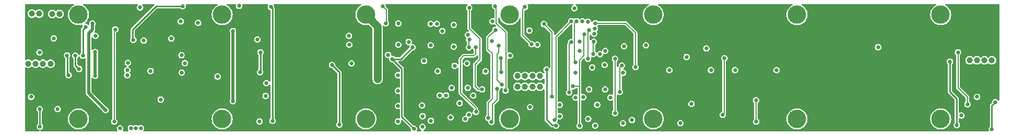
<source format=gbr>
%TF.GenerationSoftware,KiCad,Pcbnew,8.0.4*%
%TF.CreationDate,2024-10-07T15:12:12-07:00*%
%TF.ProjectId,KSS_V50,4b53535f-5635-4302-9e6b-696361645f70,rev?*%
%TF.SameCoordinates,Original*%
%TF.FileFunction,Copper,L2,Inr*%
%TF.FilePolarity,Positive*%
%FSLAX46Y46*%
G04 Gerber Fmt 4.6, Leading zero omitted, Abs format (unit mm)*
G04 Created by KiCad (PCBNEW 8.0.4) date 2024-10-07 15:12:12*
%MOMM*%
%LPD*%
G01*
G04 APERTURE LIST*
%TA.AperFunction,ComponentPad*%
%ADD10C,3.000000*%
%TD*%
%TA.AperFunction,ComponentPad*%
%ADD11C,1.000000*%
%TD*%
%TA.AperFunction,ViaPad*%
%ADD12C,0.635000*%
%TD*%
%TA.AperFunction,Conductor*%
%ADD13C,1.270000*%
%TD*%
%TA.AperFunction,Conductor*%
%ADD14C,0.254000*%
%TD*%
%TA.AperFunction,Conductor*%
%ADD15C,0.508000*%
%TD*%
%TA.AperFunction,Conductor*%
%ADD16C,0.203200*%
%TD*%
%TA.AperFunction,Conductor*%
%ADD17C,0.203000*%
%TD*%
G04 APERTURE END LIST*
D10*
%TO.N,/MPPT/Solar_Cell_Out*%
%TO.C,SC5*%
X173500000Y-91900000D03*
%TO.N,GND*%
X173500000Y-108900000D03*
%TD*%
%TO.N,/MPPT/Solar_Cell_Out*%
%TO.C,SC6*%
X196800000Y-91900000D03*
%TO.N,GND*%
X196800000Y-108900000D03*
%TD*%
%TO.N,/MPPT/Solar_Cell_Out*%
%TO.C,SC2*%
X103600000Y-91900000D03*
%TO.N,GND*%
X103600000Y-108900000D03*
%TD*%
%TO.N,/MPPT/Solar_Cell_Out*%
%TO.C,SC7*%
X220100000Y-91900000D03*
%TO.N,GND*%
X220100000Y-108900000D03*
%TD*%
%TO.N,/MPPT/Solar_Cell_Out*%
%TO.C,SC4*%
X150200000Y-91900000D03*
%TO.N,GND*%
X150200000Y-108900000D03*
%TD*%
%TO.N,/MPPT/Solar_Cell_Out*%
%TO.C,SC3*%
X126900000Y-91900000D03*
%TO.N,GND*%
X126900000Y-108900000D03*
%TD*%
%TO.N,/MPPT/Solar_Cell_Out*%
%TO.C,SC1*%
X80300000Y-91900000D03*
%TO.N,GND*%
X80300000Y-108900000D03*
%TD*%
D11*
%TO.N,+V_PROG_EXT*%
%TO.C,J5*%
X155100000Y-103650000D03*
%TO.N,/MCU_Prog_Comm/RX_PROG_EXT*%
X153900000Y-103650000D03*
%TO.N,/MCU_Prog_Comm/TX_PROG_EXT*%
X152700000Y-103650000D03*
%TO.N,GND*%
X151500000Y-103650000D03*
%TD*%
%TO.N,/Motor_Driver_1/OA1*%
%TO.C,J2*%
X75750000Y-99900000D03*
%TO.N,/Motor_Driver_1/OA2*%
X74550000Y-99900000D03*
%TO.N,/Motor_Driver_1/OB1*%
X73350000Y-99900000D03*
%TO.N,/Motor_Driver_1/OB2*%
X72150000Y-99900000D03*
%TD*%
%TO.N,/Motor_Driver_2/OA1*%
%TO.C,J3*%
X224800000Y-99350000D03*
%TO.N,/Motor_Driver_2/OA2*%
X226000000Y-99350000D03*
%TO.N,/Motor_Driver_2/OB1*%
X227200000Y-99350000D03*
%TO.N,/Motor_Driver_2/OB2*%
X228400000Y-99350000D03*
%TD*%
%TO.N,Net-(J1-Pin_1)*%
%TO.C,J1*%
X77240000Y-91780000D03*
%TO.N,Net-(J1-Pin_2)*%
X76040000Y-91780000D03*
%TD*%
%TO.N,Net-(J4-Pin_1)*%
%TO.C,J4*%
X73940000Y-91740000D03*
%TO.N,GND*%
X72740000Y-91740000D03*
%TD*%
%TO.N,+V_COMM_EXT*%
%TO.C,J6*%
X155100000Y-101900000D03*
%TO.N,/MCU_Prog_Comm/RX_COMM_EXT*%
X153900000Y-101900000D03*
%TO.N,/MCU_Prog_Comm/TX_COMM_EXT*%
X152700000Y-101900000D03*
%TO.N,GND*%
X151500000Y-101900000D03*
%TD*%
D12*
%TO.N,GND*%
X141300000Y-100250000D03*
X97050000Y-101350000D03*
X165700000Y-97800000D03*
X90300000Y-90730000D03*
X88800000Y-110400000D03*
X72625000Y-105300000D03*
X132150000Y-96800000D03*
X136100000Y-108450000D03*
X132150000Y-93350000D03*
X88200000Y-101750000D03*
X147450000Y-93000000D03*
X93640000Y-105740000D03*
X164400000Y-106580000D03*
X88200000Y-100950000D03*
X142100000Y-106330000D03*
X106340000Y-90471500D03*
X138900000Y-105050000D03*
X168600000Y-101400000D03*
X140650000Y-108650000D03*
X137400000Y-96900000D03*
X124150000Y-95350000D03*
X132100000Y-109300000D03*
X132100000Y-104300000D03*
X223450000Y-108350000D03*
X163600000Y-100500000D03*
X147350000Y-96200000D03*
X193500000Y-100950000D03*
X226000000Y-105300000D03*
X158300000Y-106600000D03*
X162950000Y-108900000D03*
X141150000Y-93550000D03*
X76300000Y-95750000D03*
X132100000Y-106800000D03*
X109650000Y-109300000D03*
X146300000Y-101150000D03*
X143300000Y-99850000D03*
X90887500Y-96137500D03*
X137400000Y-93400000D03*
X182850000Y-100950000D03*
X154700000Y-96800000D03*
X153520000Y-106980000D03*
X124550000Y-99850000D03*
X99700000Y-93250000D03*
X110650000Y-105150000D03*
X132100000Y-101750000D03*
X89600000Y-110400000D03*
X158300000Y-108450000D03*
X90400000Y-110400000D03*
X160900000Y-105400000D03*
X138550000Y-101100000D03*
X168750000Y-97050000D03*
X76925000Y-107300000D03*
X165600000Y-100100000D03*
X136000000Y-106700000D03*
X160850000Y-101350000D03*
X96900000Y-93000000D03*
X109300000Y-95950000D03*
X141150000Y-97100000D03*
X110750000Y-103050000D03*
%TO.N,/MPPT/Solar_Cell_Out*%
X128800000Y-100650000D03*
X128800000Y-102400000D03*
X128800000Y-101550000D03*
%TO.N,+2.5V*%
X171100000Y-90650000D03*
X134400000Y-102060000D03*
X165600000Y-102100000D03*
X153950000Y-90471500D03*
X99750000Y-109150000D03*
X145500000Y-94145782D03*
X143800000Y-101850000D03*
X134750000Y-90650000D03*
X145564250Y-90535750D03*
X133850000Y-95000000D03*
X155400000Y-97600000D03*
%TO.N,/2_5V_Buck_Boost/VBAT_POS*%
X105350000Y-106000000D03*
X105350000Y-94550000D03*
X82550000Y-93350000D03*
X84700000Y-107450000D03*
%TO.N,Net-(J1-Pin_1)*%
X81450000Y-93900000D03*
X81000000Y-98600000D03*
%TO.N,Net-(U3-BAT)*%
X79800000Y-98600000D03*
X80400000Y-100750000D03*
%TO.N,+V_PROG_EXT*%
X145750000Y-104100000D03*
X143650000Y-90800000D03*
%TO.N,+V_COMM_EXT*%
X148950000Y-103350000D03*
X148419100Y-96990000D03*
%TO.N,Net-(D1-A)*%
X129600000Y-90550000D03*
X130150000Y-93300000D03*
X138400000Y-93400000D03*
%TO.N,Net-(Q1-D)*%
X83000000Y-101850000D03*
X83000000Y-98000000D03*
%TO.N,Net-(L1-Pad1)*%
X111750000Y-109200000D03*
X111490000Y-90630000D03*
%TO.N,Net-(J1-Pin_2)*%
X88300000Y-99750000D03*
X83050000Y-95350000D03*
%TO.N,Net-(U3-V-)*%
X78455000Y-98550000D03*
X78700000Y-101755500D03*
%TO.N,/Motor_Driver_1/DIR*%
X160180900Y-96400000D03*
X159861800Y-104600000D03*
%TO.N,/Motor_Driver_1/EN*%
X147900000Y-94390000D03*
X146750000Y-108750000D03*
X162910000Y-93050000D03*
X153410000Y-94480900D03*
%TO.N,/Motor_Driver_1/STEP*%
X163760000Y-98300000D03*
X144700000Y-97250000D03*
X163850000Y-96300000D03*
X144750000Y-107750000D03*
%TO.N,Net-(U6-ADJ)*%
X74050000Y-110150000D03*
X74000000Y-107300000D03*
%TO.N,/Motor_Driver_2/DIR*%
X168400000Y-100200000D03*
X161080000Y-92970000D03*
X160900000Y-99700000D03*
X168050000Y-104500000D03*
%TO.N,/Motor_Driver_2/EN*%
X160470000Y-103600000D03*
X164080000Y-109990000D03*
X161550000Y-110019100D03*
X162350000Y-95100000D03*
X168580000Y-109619100D03*
%TO.N,/Motor_Driver_2/STEP*%
X167300000Y-99100000D03*
X162900000Y-99100000D03*
X167300000Y-107950000D03*
X163100000Y-94400000D03*
%TO.N,Net-(U8-ADJ)*%
X228400000Y-110582500D03*
X228950000Y-106150000D03*
%TO.N,/MCU/MODE_SW_2*%
X157080000Y-105290000D03*
X155760000Y-93430900D03*
%TO.N,/MCU/MODE_SW_1*%
X160240000Y-92952500D03*
X157500000Y-109080000D03*
%TO.N,/SCL*%
X160700000Y-90847500D03*
X124194500Y-96800000D03*
X153760000Y-96720000D03*
X95350000Y-95800000D03*
X152700000Y-90650000D03*
%TO.N,Net-(U11-OUT)*%
X97550000Y-99800000D03*
X164850000Y-98350000D03*
%TO.N,Net-(J4-Pin_1)*%
X73970000Y-98060000D03*
X91980000Y-101090000D03*
%TO.N,/MCU/MCU_UPDI*%
X164025000Y-94175000D03*
X139300000Y-94550000D03*
%TO.N,/MCU/HALL_IN_1*%
X162000000Y-92980000D03*
X86100000Y-109350000D03*
X86250000Y-94300000D03*
%TO.N,/MCU/HALL_IN_2*%
X161550000Y-97850000D03*
X224450000Y-106500000D03*
X182100000Y-97400000D03*
X222900000Y-98050000D03*
X209950000Y-97200000D03*
%TO.N,/MCU_Prog_Comm/RX_PROG_EXT*%
X147850000Y-90500000D03*
X149550000Y-104280900D03*
%TO.N,/MCU_Prog_Comm/RX_COMM_EXT*%
X143650000Y-95950000D03*
X143600000Y-97250000D03*
%TO.N,/Motor_Driver_1/MS1*%
X143600000Y-108200000D03*
X179700000Y-106450000D03*
%TO.N,/Motor_Driver_1/MS2*%
X178900000Y-98800000D03*
X143019100Y-108900000D03*
%TO.N,/Motor_Driver_2/MS1*%
X190150000Y-105850000D03*
X177900000Y-109600000D03*
X190200000Y-109350000D03*
%TO.N,/Motor_Driver_2/MS2*%
X170050000Y-109100000D03*
X185050000Y-99000000D03*
X184750000Y-108250000D03*
%TO.N,/SDA*%
X97000000Y-98500000D03*
X172300000Y-96900000D03*
X130500000Y-98450000D03*
%TO.N,/MCU/MCU_RX*%
X133850000Y-96350000D03*
X161550000Y-96300000D03*
%TO.N,/MCU/MCU_TX*%
X163900000Y-95000000D03*
X143450000Y-95200000D03*
%TO.N,/Motor_Driver_1/OB2*%
X139900000Y-105050000D03*
%TO.N,/Motor_Driver_1/OA2*%
X144300000Y-105100000D03*
%TO.N,/Motor_Driver_1/OB1*%
X140800000Y-103850000D03*
%TO.N,/Motor_Driver_1/OA1*%
X143400000Y-103850000D03*
%TO.N,/Motor_Driver_2/OB2*%
X162150000Y-105350000D03*
%TO.N,/Motor_Driver_2/OA2*%
X166550000Y-105400000D03*
%TO.N,/Motor_Driver_2/OB1*%
X163100000Y-104100000D03*
%TO.N,/Motor_Driver_2/OA1*%
X165700000Y-104100000D03*
%TO.N,+2.5V_FILT*%
X109750000Y-101300000D03*
X89200000Y-96000000D03*
X109800000Y-98050000D03*
X102850000Y-101994500D03*
X97200000Y-90500000D03*
%TO.N,/MCU/MPPT_SHDN*%
X150260000Y-98570900D03*
X136350000Y-99460000D03*
%TO.N,/VIO_MOT*%
X134680000Y-110500000D03*
X222700000Y-109900000D03*
X176100000Y-100950000D03*
X148750000Y-99000000D03*
X122610000Y-109810000D03*
X157740000Y-110000000D03*
X156180000Y-100880000D03*
X121400000Y-100100000D03*
X221600000Y-99550000D03*
X87050000Y-110450000D03*
X137450000Y-109200000D03*
X131190000Y-99130000D03*
X134470000Y-97240000D03*
X186750000Y-100950000D03*
X148880000Y-101240000D03*
%TO.N,/MCU/MOT_STBY*%
X148190000Y-103970000D03*
X136070000Y-110200000D03*
X170610000Y-100460000D03*
X147269100Y-109380000D03*
X164110000Y-93280000D03*
%TD*%
D13*
%TO.N,/MPPT/Solar_Cell_Out*%
X128800000Y-93800000D02*
X128800000Y-100650000D01*
X128800000Y-100650000D02*
X128800000Y-102400000D01*
X126900000Y-91900000D02*
X128800000Y-93800000D01*
D14*
%TO.N,+2.5V*%
X145500000Y-90600000D02*
X145500000Y-94145782D01*
X145564250Y-90535750D02*
X145500000Y-90600000D01*
D15*
%TO.N,/2_5V_Buck_Boost/VBAT_POS*%
X81950000Y-104700000D02*
X81950000Y-94950000D01*
X82550000Y-94350000D02*
X82550000Y-93350000D01*
X81950000Y-94950000D02*
X82550000Y-94350000D01*
X105350000Y-94550000D02*
X105350000Y-106000000D01*
X84700000Y-107450000D02*
X81950000Y-104700000D01*
D14*
%TO.N,Net-(J1-Pin_1)*%
X81000000Y-98600000D02*
X81000000Y-94350000D01*
X81000000Y-94350000D02*
X81450000Y-93900000D01*
%TO.N,Net-(U3-BAT)*%
X79800000Y-100150000D02*
X79800000Y-98600000D01*
X80400000Y-100750000D02*
X79800000Y-100150000D01*
D16*
%TO.N,+V_PROG_EXT*%
X145400000Y-99200000D02*
X145400000Y-95900000D01*
X145750000Y-104100000D02*
X145100000Y-104100000D01*
X143650000Y-94150000D02*
X143650000Y-90800000D01*
X144600000Y-103600000D02*
X144600000Y-100000000D01*
X144600000Y-100000000D02*
X145400000Y-99200000D01*
X145100000Y-104100000D02*
X144600000Y-103600000D01*
X145400000Y-95900000D02*
X143650000Y-94150000D01*
%TO.N,+V_COMM_EXT*%
X148150000Y-102550000D02*
X148950000Y-103350000D01*
X148419100Y-98080900D02*
X148150000Y-98350000D01*
X148150000Y-98350000D02*
X148150000Y-102550000D01*
X148419100Y-96990000D02*
X148419100Y-98080900D01*
%TO.N,Net-(D1-A)*%
X130200000Y-93250000D02*
X130200000Y-91150000D01*
X130150000Y-93300000D02*
X130200000Y-93250000D01*
X130200000Y-91150000D02*
X129600000Y-90550000D01*
D15*
%TO.N,Net-(Q1-D)*%
X83000000Y-101850000D02*
X83000000Y-98000000D01*
D14*
%TO.N,Net-(L1-Pad1)*%
X111750000Y-90890000D02*
X111750000Y-109200000D01*
X111490000Y-90630000D02*
X111750000Y-90890000D01*
%TO.N,Net-(U3-V-)*%
X78500000Y-101555500D02*
X78700000Y-101755500D01*
X78455000Y-98550000D02*
X78500000Y-98595000D01*
X78500000Y-98595000D02*
X78500000Y-101555500D01*
D16*
%TO.N,/Motor_Driver_1/DIR*%
X159861800Y-104600000D02*
X159861800Y-96719100D01*
X159861800Y-96719100D02*
X160180900Y-96400000D01*
%TO.N,/Motor_Driver_1/EN*%
X146670000Y-95620000D02*
X146670000Y-97541210D01*
X147400000Y-98271210D02*
X147400000Y-105600000D01*
X147900000Y-94390000D02*
X146670000Y-95620000D01*
X146670000Y-97541210D02*
X147400000Y-98271210D01*
X147400000Y-105600000D02*
X146750000Y-106250000D01*
X146750000Y-106250000D02*
X146750000Y-108750000D01*
%TO.N,/Motor_Driver_1/STEP*%
X144700000Y-98300000D02*
X144400000Y-98600000D01*
X163760000Y-96390000D02*
X163850000Y-96300000D01*
X142250000Y-99150000D02*
X142250000Y-104650000D01*
X144750000Y-107150000D02*
X144750000Y-107750000D01*
X144700000Y-97250000D02*
X144700000Y-98300000D01*
X163760000Y-98300000D02*
X163760000Y-96390000D01*
X142250000Y-104650000D02*
X144750000Y-107150000D01*
X144400000Y-98600000D02*
X142800000Y-98600000D01*
X142800000Y-98600000D02*
X142250000Y-99150000D01*
D14*
%TO.N,Net-(U6-ADJ)*%
X74050000Y-107350000D02*
X74000000Y-107300000D01*
X74050000Y-110150000D02*
X74050000Y-107350000D01*
D16*
%TO.N,/Motor_Driver_2/DIR*%
X161080000Y-92970000D02*
X160700000Y-93350000D01*
X160700000Y-93350000D02*
X160700000Y-99500000D01*
X168400000Y-100200000D02*
X168080900Y-100519100D01*
X168080900Y-104469100D02*
X168050000Y-104500000D01*
X168080900Y-100519100D02*
X168080900Y-104469100D01*
X160700000Y-99500000D02*
X160900000Y-99700000D01*
D17*
%TO.N,/Motor_Driver_2/EN*%
X162250000Y-98591988D02*
X161550000Y-99291988D01*
D16*
X160470000Y-103600000D02*
X161550000Y-103600000D01*
D17*
X161550000Y-103600000D02*
X161550000Y-110019100D01*
X161550000Y-99291988D02*
X161550000Y-103600000D01*
X162350000Y-95100000D02*
X162250000Y-95200000D01*
X162250000Y-95200000D02*
X162250000Y-98591988D01*
D16*
%TO.N,/Motor_Driver_2/STEP*%
X163100000Y-94400000D02*
X162900000Y-94600000D01*
X162900000Y-94600000D02*
X162900000Y-99100000D01*
X167300000Y-99100000D02*
X167300000Y-107950000D01*
D14*
%TO.N,Net-(U8-ADJ)*%
X228400000Y-106700000D02*
X228950000Y-106150000D01*
X228400000Y-110582500D02*
X228400000Y-106700000D01*
D16*
%TO.N,/MCU/MODE_SW_2*%
X157080000Y-94750900D02*
X155760000Y-93430900D01*
X157080000Y-105290000D02*
X157080000Y-94750900D01*
%TO.N,/MCU/MODE_SW_1*%
X157710000Y-95482500D02*
X160240000Y-92952500D01*
X157710000Y-108870000D02*
X157710000Y-95482500D01*
X157500000Y-109080000D02*
X157710000Y-108870000D01*
%TO.N,/SCL*%
X153760000Y-96720000D02*
X152320000Y-95280000D01*
X152320000Y-91030000D02*
X152700000Y-90650000D01*
X152320000Y-95280000D02*
X152320000Y-91030000D01*
%TO.N,/MCU/HALL_IN_1*%
X86100000Y-94450000D02*
X86100000Y-109350000D01*
X86250000Y-94300000D02*
X86100000Y-94450000D01*
%TO.N,/MCU/HALL_IN_2*%
X222900000Y-98050000D02*
X222900000Y-103800000D01*
X224450000Y-105350000D02*
X224450000Y-106500000D01*
X222900000Y-103800000D02*
X224450000Y-105350000D01*
%TO.N,/MCU_Prog_Comm/RX_PROG_EXT*%
X149550000Y-104280900D02*
X149600000Y-104230900D01*
X149600000Y-104230900D02*
X149600000Y-94850000D01*
X149600000Y-94850000D02*
X148050000Y-93300000D01*
X148050000Y-93300000D02*
X148050000Y-90700000D01*
X148050000Y-90700000D02*
X147850000Y-90500000D01*
%TO.N,/MCU_Prog_Comm/RX_COMM_EXT*%
X143600000Y-96000000D02*
X143650000Y-95950000D01*
X143600000Y-97250000D02*
X143600000Y-96000000D01*
%TO.N,/Motor_Driver_2/MS1*%
X190150000Y-109300000D02*
X190200000Y-109350000D01*
X190150000Y-105850000D02*
X190150000Y-109300000D01*
%TO.N,/Motor_Driver_2/MS2*%
X185050000Y-99000000D02*
X185000000Y-99050000D01*
X185000000Y-108000000D02*
X184750000Y-108250000D01*
X185000000Y-99050000D02*
X185000000Y-108000000D01*
D14*
%TO.N,+2.5V_FILT*%
X89100000Y-94300000D02*
X92900000Y-90500000D01*
X109800000Y-101250000D02*
X109750000Y-101300000D01*
X109800000Y-98050000D02*
X109800000Y-101250000D01*
X89100000Y-95900000D02*
X89100000Y-94300000D01*
X89200000Y-96000000D02*
X89100000Y-95900000D01*
X92900000Y-90500000D02*
X97200000Y-90500000D01*
%TO.N,/VIO_MOT*%
X132580000Y-99130000D02*
X134470000Y-97240000D01*
X131190000Y-99130000D02*
X132580000Y-99130000D01*
X122610000Y-101310000D02*
X121400000Y-100100000D01*
X131190000Y-99130000D02*
X132720000Y-100660000D01*
X156180000Y-108990040D02*
X156180000Y-100880000D01*
X148880000Y-101240000D02*
X148750000Y-101110000D01*
X132720000Y-108540000D02*
X134680000Y-110500000D01*
X148750000Y-101110000D02*
X148750000Y-99000000D01*
X157109960Y-109920000D02*
X156180000Y-108990040D01*
X122610000Y-109810000D02*
X122610000Y-101310000D01*
X221600000Y-104500000D02*
X221600000Y-99550000D01*
X222700000Y-105600000D02*
X221600000Y-104500000D01*
X222700000Y-109900000D02*
X222700000Y-105600000D01*
X132720000Y-100660000D02*
X132720000Y-108540000D01*
X157660000Y-109920000D02*
X157109960Y-109920000D01*
X157740000Y-110000000D02*
X157660000Y-109920000D01*
D16*
%TO.N,/MCU/MOT_STBY*%
X170610000Y-94850000D02*
X170610000Y-100460000D01*
X164110000Y-93280000D02*
X169040000Y-93280000D01*
X169040000Y-93280000D02*
X170610000Y-94850000D01*
X147430000Y-106490000D02*
X148190000Y-105730000D01*
X147269100Y-109380000D02*
X147430000Y-109219100D01*
X147430000Y-109219100D02*
X147430000Y-106490000D01*
X148190000Y-105730000D02*
X148190000Y-103970000D01*
%TD*%
%TA.AperFunction,Conductor*%
%TO.N,+2.5V*%
G36*
X79529077Y-90174185D02*
G01*
X79574832Y-90226989D01*
X79584776Y-90296147D01*
X79555751Y-90359703D01*
X79515839Y-90390220D01*
X79447373Y-90423190D01*
X79447372Y-90423191D01*
X79447366Y-90423194D01*
X79447366Y-90423195D01*
X79422639Y-90440053D01*
X79236782Y-90566768D01*
X79049952Y-90740121D01*
X79049950Y-90740123D01*
X78891041Y-90939388D01*
X78763608Y-91160109D01*
X78670492Y-91397362D01*
X78670490Y-91397369D01*
X78613777Y-91645845D01*
X78594732Y-91899995D01*
X78594732Y-91900004D01*
X78613777Y-92154154D01*
X78664713Y-92377321D01*
X78670492Y-92402637D01*
X78763607Y-92639888D01*
X78891041Y-92860612D01*
X79049950Y-93059877D01*
X79236783Y-93233232D01*
X79447366Y-93376805D01*
X79447371Y-93376807D01*
X79447372Y-93376808D01*
X79447373Y-93376809D01*
X79542194Y-93422472D01*
X79676992Y-93487387D01*
X79676993Y-93487387D01*
X79676996Y-93487389D01*
X79920542Y-93562513D01*
X80172565Y-93600500D01*
X80427435Y-93600500D01*
X80679458Y-93562513D01*
X80828281Y-93516606D01*
X80898143Y-93515657D01*
X80957430Y-93552628D01*
X80987316Y-93615783D01*
X80979391Y-93682550D01*
X80945334Y-93764771D01*
X80945333Y-93764775D01*
X80927530Y-93899999D01*
X80927530Y-93907951D01*
X80907845Y-93974990D01*
X80891212Y-93995632D01*
X80798910Y-94087935D01*
X80737933Y-94148911D01*
X80694819Y-94223589D01*
X80694819Y-94223590D01*
X80679596Y-94280404D01*
X80672500Y-94306885D01*
X80672500Y-98137254D01*
X80652815Y-98204293D01*
X80636181Y-98224935D01*
X80630562Y-98230553D01*
X80630558Y-98230557D01*
X80630558Y-98230558D01*
X80606753Y-98261581D01*
X80547527Y-98338766D01*
X80514561Y-98418355D01*
X80470720Y-98472758D01*
X80404426Y-98494823D01*
X80336727Y-98477544D01*
X80289116Y-98426407D01*
X80285439Y-98418355D01*
X80276322Y-98396344D01*
X80252472Y-98338765D01*
X80169442Y-98230558D01*
X80061235Y-98147528D01*
X80031530Y-98135224D01*
X79990979Y-98118427D01*
X79935225Y-98095333D01*
X79823000Y-98080558D01*
X79800001Y-98077530D01*
X79799999Y-98077530D01*
X79664775Y-98095333D01*
X79664774Y-98095333D01*
X79538766Y-98147527D01*
X79430558Y-98230558D01*
X79347527Y-98338766D01*
X79295333Y-98464774D01*
X79295333Y-98464775D01*
X79280010Y-98581166D01*
X79277530Y-98600000D01*
X79287915Y-98678884D01*
X79295333Y-98735224D01*
X79295333Y-98735225D01*
X79338220Y-98838765D01*
X79347528Y-98861235D01*
X79430558Y-98969442D01*
X79430560Y-98969443D01*
X79430562Y-98969446D01*
X79436181Y-98975065D01*
X79469666Y-99036388D01*
X79472500Y-99062746D01*
X79472500Y-100106884D01*
X79472500Y-100193116D01*
X79494819Y-100276410D01*
X79528775Y-100335225D01*
X79537934Y-100351088D01*
X79537936Y-100351091D01*
X79841211Y-100654366D01*
X79874696Y-100715689D01*
X79877530Y-100742047D01*
X79877530Y-100749999D01*
X79877530Y-100750000D01*
X79889216Y-100838766D01*
X79895333Y-100885224D01*
X79895333Y-100885225D01*
X79928238Y-100964666D01*
X79947528Y-101011235D01*
X80030558Y-101119442D01*
X80138765Y-101202472D01*
X80264775Y-101254667D01*
X80384267Y-101270398D01*
X80399999Y-101272470D01*
X80400000Y-101272470D01*
X80400001Y-101272470D01*
X80414093Y-101270614D01*
X80535225Y-101254667D01*
X80661235Y-101202472D01*
X80769442Y-101119442D01*
X80852472Y-101011235D01*
X80904667Y-100885225D01*
X80922470Y-100750000D01*
X80904667Y-100614775D01*
X80852472Y-100488765D01*
X80769442Y-100380558D01*
X80661235Y-100297528D01*
X80535225Y-100245333D01*
X80467612Y-100236431D01*
X80400001Y-100227530D01*
X80392047Y-100227530D01*
X80325008Y-100207845D01*
X80304366Y-100191211D01*
X80163819Y-100050664D01*
X80130334Y-99989341D01*
X80127500Y-99962983D01*
X80127500Y-99062746D01*
X80147185Y-98995707D01*
X80163819Y-98975065D01*
X80169437Y-98969446D01*
X80169437Y-98969445D01*
X80169442Y-98969442D01*
X80252472Y-98861235D01*
X80285439Y-98781644D01*
X80329279Y-98727241D01*
X80395573Y-98705176D01*
X80463273Y-98722455D01*
X80510884Y-98773592D01*
X80514558Y-98781639D01*
X80522025Y-98799666D01*
X80547526Y-98861232D01*
X80547527Y-98861233D01*
X80547528Y-98861235D01*
X80630558Y-98969442D01*
X80738765Y-99052472D01*
X80864775Y-99104667D01*
X80984267Y-99120398D01*
X80999999Y-99122470D01*
X81000000Y-99122470D01*
X81000001Y-99122470D01*
X81014093Y-99120614D01*
X81135225Y-99104667D01*
X81261235Y-99052472D01*
X81296013Y-99025786D01*
X81361182Y-99000591D01*
X81429627Y-99014629D01*
X81479617Y-99063443D01*
X81495500Y-99124161D01*
X81495500Y-104632551D01*
X81495499Y-104632569D01*
X81495499Y-104640164D01*
X81495499Y-104759836D01*
X81516918Y-104839771D01*
X81516917Y-104839771D01*
X81526471Y-104875426D01*
X81526474Y-104875433D01*
X81534123Y-104888681D01*
X81586309Y-104979070D01*
X81586311Y-104979072D01*
X81677995Y-105070756D01*
X81678001Y-105070761D01*
X84179918Y-107572678D01*
X84206798Y-107612906D01*
X84247526Y-107711231D01*
X84247528Y-107711235D01*
X84330558Y-107819442D01*
X84438765Y-107902472D01*
X84564775Y-107954667D01*
X84684267Y-107970398D01*
X84699999Y-107972470D01*
X84700000Y-107972470D01*
X84700001Y-107972470D01*
X84714093Y-107970614D01*
X84835225Y-107954667D01*
X84961235Y-107902472D01*
X85069442Y-107819442D01*
X85152472Y-107711235D01*
X85204667Y-107585225D01*
X85222470Y-107450000D01*
X85204667Y-107314775D01*
X85152472Y-107188765D01*
X85069442Y-107080558D01*
X84961235Y-106997528D01*
X84961231Y-106997526D01*
X84862906Y-106956798D01*
X84822678Y-106929918D01*
X82440819Y-104548059D01*
X82407334Y-104486736D01*
X82404500Y-104460378D01*
X82404500Y-102290129D01*
X82424185Y-102223090D01*
X82476989Y-102177335D01*
X82546147Y-102167391D01*
X82609703Y-102196416D01*
X82626873Y-102214640D01*
X82630558Y-102219442D01*
X82738765Y-102302472D01*
X82864775Y-102354667D01*
X82984267Y-102370398D01*
X82999999Y-102372470D01*
X83000000Y-102372470D01*
X83000001Y-102372470D01*
X83014093Y-102370614D01*
X83135225Y-102354667D01*
X83261235Y-102302472D01*
X83369442Y-102219442D01*
X83452472Y-102111235D01*
X83504667Y-101985225D01*
X83522470Y-101850000D01*
X83504667Y-101714775D01*
X83487144Y-101672470D01*
X83463939Y-101616447D01*
X83454500Y-101568995D01*
X83454500Y-98281003D01*
X83463939Y-98233550D01*
X83464814Y-98231438D01*
X83504667Y-98135225D01*
X83522470Y-98000000D01*
X83522144Y-97997527D01*
X83513682Y-97933250D01*
X83504667Y-97864775D01*
X83452472Y-97738765D01*
X83369442Y-97630558D01*
X83261235Y-97547528D01*
X83231530Y-97535224D01*
X83224325Y-97532239D01*
X83135225Y-97495333D01*
X83023000Y-97480558D01*
X83000001Y-97477530D01*
X82999999Y-97477530D01*
X82864775Y-97495333D01*
X82864774Y-97495333D01*
X82738766Y-97547527D01*
X82710207Y-97569441D01*
X82630558Y-97630558D01*
X82630557Y-97630559D01*
X82630556Y-97630560D01*
X82626873Y-97635360D01*
X82570444Y-97676561D01*
X82500698Y-97680713D01*
X82439778Y-97646498D01*
X82407028Y-97584780D01*
X82404500Y-97559870D01*
X82404500Y-95724968D01*
X82424185Y-95657929D01*
X82476989Y-95612174D01*
X82546147Y-95602230D01*
X82609703Y-95631255D01*
X82626876Y-95649482D01*
X82662058Y-95695333D01*
X82680558Y-95719442D01*
X82788765Y-95802472D01*
X82914775Y-95854667D01*
X83034267Y-95870398D01*
X83049999Y-95872470D01*
X83050000Y-95872470D01*
X83050001Y-95872470D01*
X83064093Y-95870614D01*
X83185225Y-95854667D01*
X83311235Y-95802472D01*
X83419442Y-95719442D01*
X83502472Y-95611235D01*
X83554667Y-95485225D01*
X83572470Y-95350000D01*
X83572144Y-95347527D01*
X83565562Y-95297528D01*
X83554667Y-95214775D01*
X83502472Y-95088765D01*
X83419442Y-94980558D01*
X83311235Y-94897528D01*
X83185225Y-94845333D01*
X83076380Y-94831003D01*
X83050001Y-94827530D01*
X83049995Y-94827530D01*
X83025776Y-94830718D01*
X82956741Y-94819951D01*
X82904486Y-94773570D01*
X82885602Y-94706301D01*
X82906084Y-94639501D01*
X82911222Y-94632287D01*
X82913687Y-94629073D01*
X82913691Y-94629070D01*
X82973527Y-94525431D01*
X82997427Y-94436235D01*
X83004501Y-94409836D01*
X83004501Y-94290164D01*
X83004501Y-94282569D01*
X83004500Y-94282551D01*
X83004500Y-93631003D01*
X83013939Y-93583550D01*
X83016791Y-93576664D01*
X83054667Y-93485225D01*
X83072470Y-93350000D01*
X83071885Y-93345560D01*
X83069283Y-93325792D01*
X83054667Y-93214775D01*
X83002472Y-93088765D01*
X82919442Y-92980558D01*
X82811235Y-92897528D01*
X82685225Y-92845333D01*
X82617612Y-92836431D01*
X82550001Y-92827530D01*
X82549999Y-92827530D01*
X82414775Y-92845333D01*
X82414774Y-92845333D01*
X82288766Y-92897527D01*
X82180558Y-92980558D01*
X82097527Y-93088766D01*
X82045333Y-93214774D01*
X82045333Y-93214775D01*
X82027530Y-93349999D01*
X82027530Y-93350002D01*
X82038916Y-93436488D01*
X82028150Y-93505523D01*
X81981770Y-93557779D01*
X81914501Y-93576664D01*
X81847701Y-93556183D01*
X81825748Y-93535745D01*
X81825189Y-93536305D01*
X81819446Y-93530562D01*
X81819443Y-93530560D01*
X81819442Y-93530558D01*
X81711235Y-93447528D01*
X81681530Y-93435224D01*
X81643427Y-93419441D01*
X81585225Y-93395333D01*
X81530671Y-93388150D01*
X81499319Y-93384023D01*
X81435423Y-93355756D01*
X81396952Y-93297431D01*
X81396121Y-93227567D01*
X81431161Y-93170188D01*
X81550050Y-93059877D01*
X81708959Y-92860612D01*
X81836393Y-92639888D01*
X81929508Y-92402637D01*
X81986222Y-92154157D01*
X81994384Y-92045232D01*
X82005268Y-91900004D01*
X82005268Y-91899995D01*
X81986222Y-91645845D01*
X81978298Y-91611128D01*
X81929508Y-91397363D01*
X81836393Y-91160112D01*
X81708959Y-90939388D01*
X81550050Y-90740123D01*
X81363217Y-90566768D01*
X81152634Y-90423195D01*
X81152630Y-90423193D01*
X81152627Y-90423191D01*
X81152626Y-90423190D01*
X81084161Y-90390220D01*
X81032301Y-90343398D01*
X81013988Y-90275971D01*
X81035036Y-90209347D01*
X81088762Y-90164679D01*
X81137962Y-90154500D01*
X89837254Y-90154500D01*
X89904293Y-90174185D01*
X89950048Y-90226989D01*
X89959992Y-90296147D01*
X89934035Y-90352982D01*
X89935506Y-90354111D01*
X89930560Y-90360556D01*
X89930558Y-90360558D01*
X89888959Y-90414771D01*
X89847527Y-90468766D01*
X89795333Y-90594774D01*
X89795333Y-90594775D01*
X89779864Y-90712275D01*
X89777530Y-90730000D01*
X89792999Y-90847500D01*
X89795333Y-90865224D01*
X89795333Y-90865225D01*
X89844002Y-90982724D01*
X89847528Y-90991235D01*
X89930558Y-91099442D01*
X90038765Y-91182472D01*
X90164775Y-91234667D01*
X90284267Y-91250398D01*
X90299999Y-91252470D01*
X90300000Y-91252470D01*
X90300001Y-91252470D01*
X90314093Y-91250614D01*
X90435225Y-91234667D01*
X90561235Y-91182472D01*
X90669442Y-91099442D01*
X90752472Y-90991235D01*
X90804667Y-90865225D01*
X90822470Y-90730000D01*
X90804667Y-90594775D01*
X90752472Y-90468765D01*
X90669442Y-90360558D01*
X90669439Y-90360556D01*
X90664494Y-90354111D01*
X90667298Y-90351958D01*
X90641580Y-90304858D01*
X90646564Y-90235166D01*
X90688436Y-90179233D01*
X90753900Y-90154816D01*
X90762746Y-90154500D01*
X92482983Y-90154500D01*
X92550022Y-90174185D01*
X92595777Y-90226989D01*
X92605721Y-90296147D01*
X92576696Y-90359703D01*
X92570664Y-90366181D01*
X88837936Y-94098908D01*
X88837934Y-94098911D01*
X88794819Y-94173589D01*
X88794819Y-94173590D01*
X88773066Y-94254774D01*
X88772500Y-94256885D01*
X88772500Y-95664128D01*
X88752815Y-95731167D01*
X88747779Y-95738329D01*
X88747529Y-95738762D01*
X88695333Y-95864774D01*
X88695333Y-95864775D01*
X88679003Y-95988815D01*
X88677530Y-96000000D01*
X88689216Y-96088766D01*
X88695333Y-96135224D01*
X88695333Y-96135225D01*
X88726816Y-96211233D01*
X88747528Y-96261235D01*
X88830558Y-96369442D01*
X88938765Y-96452472D01*
X89064775Y-96504667D01*
X89184267Y-96520398D01*
X89199999Y-96522470D01*
X89200000Y-96522470D01*
X89200001Y-96522470D01*
X89214093Y-96520614D01*
X89335225Y-96504667D01*
X89461235Y-96452472D01*
X89569442Y-96369442D01*
X89652472Y-96261235D01*
X89703725Y-96137500D01*
X90365030Y-96137500D01*
X90382799Y-96272470D01*
X90382833Y-96272724D01*
X90382833Y-96272725D01*
X90426244Y-96377530D01*
X90435028Y-96398735D01*
X90518058Y-96506942D01*
X90626265Y-96589972D01*
X90752275Y-96642167D01*
X90871767Y-96657898D01*
X90887499Y-96659970D01*
X90887500Y-96659970D01*
X90887501Y-96659970D01*
X90901593Y-96658114D01*
X91022725Y-96642167D01*
X91148735Y-96589972D01*
X91256942Y-96506942D01*
X91339972Y-96398735D01*
X91392167Y-96272725D01*
X91409970Y-96137500D01*
X91409670Y-96135225D01*
X91403554Y-96088765D01*
X91392167Y-96002275D01*
X91339972Y-95876265D01*
X91281452Y-95800000D01*
X94827530Y-95800000D01*
X94844540Y-95929205D01*
X94845333Y-95935224D01*
X94845333Y-95935225D01*
X94888220Y-96038765D01*
X94897528Y-96061235D01*
X94980558Y-96169442D01*
X95088765Y-96252472D01*
X95214775Y-96304667D01*
X95327008Y-96319443D01*
X95349999Y-96322470D01*
X95350000Y-96322470D01*
X95350001Y-96322470D01*
X95364093Y-96320614D01*
X95485225Y-96304667D01*
X95611235Y-96252472D01*
X95719442Y-96169442D01*
X95802472Y-96061235D01*
X95854667Y-95935225D01*
X95872470Y-95800000D01*
X95871855Y-95795332D01*
X95865562Y-95747528D01*
X95854667Y-95664775D01*
X95802472Y-95538765D01*
X95719442Y-95430558D01*
X95611235Y-95347528D01*
X95581530Y-95335224D01*
X95544226Y-95319772D01*
X95485225Y-95295333D01*
X95417612Y-95286431D01*
X95350001Y-95277530D01*
X95349999Y-95277530D01*
X95214775Y-95295333D01*
X95214774Y-95295333D01*
X95088766Y-95347527D01*
X94980558Y-95430558D01*
X94897527Y-95538766D01*
X94845333Y-95664774D01*
X94845333Y-95664775D01*
X94828145Y-95795332D01*
X94827530Y-95800000D01*
X91281452Y-95800000D01*
X91256942Y-95768058D01*
X91148735Y-95685028D01*
X91022725Y-95632833D01*
X90923215Y-95619732D01*
X90887501Y-95615030D01*
X90887499Y-95615030D01*
X90752275Y-95632833D01*
X90752274Y-95632833D01*
X90626266Y-95685027D01*
X90518058Y-95768058D01*
X90435027Y-95876266D01*
X90382833Y-96002274D01*
X90382833Y-96002275D01*
X90365330Y-96135225D01*
X90365030Y-96137500D01*
X89703725Y-96137500D01*
X89704667Y-96135225D01*
X89722470Y-96000000D01*
X89704667Y-95864775D01*
X89652472Y-95738765D01*
X89569442Y-95630558D01*
X89476012Y-95558866D01*
X89434811Y-95502440D01*
X89427500Y-95460492D01*
X89427500Y-94550000D01*
X104827530Y-94550000D01*
X104845333Y-94685225D01*
X104876074Y-94759441D01*
X104886061Y-94783550D01*
X104895500Y-94831003D01*
X104895500Y-105718995D01*
X104886061Y-105766447D01*
X104845334Y-105864771D01*
X104845333Y-105864775D01*
X104827856Y-105997527D01*
X104827530Y-106000000D01*
X104845091Y-106133390D01*
X104845333Y-106135224D01*
X104845333Y-106135225D01*
X104888220Y-106238765D01*
X104897528Y-106261235D01*
X104980558Y-106369442D01*
X105088765Y-106452472D01*
X105214775Y-106504667D01*
X105329378Y-106519755D01*
X105349999Y-106522470D01*
X105350000Y-106522470D01*
X105350001Y-106522470D01*
X105370622Y-106519755D01*
X105485225Y-106504667D01*
X105611235Y-106452472D01*
X105719442Y-106369442D01*
X105802472Y-106261235D01*
X105854667Y-106135225D01*
X105872470Y-106000000D01*
X105872144Y-105997527D01*
X105870398Y-105984267D01*
X105854667Y-105864775D01*
X105831847Y-105809682D01*
X105813939Y-105766447D01*
X105804500Y-105718995D01*
X105804500Y-105150000D01*
X110127530Y-105150000D01*
X110138764Y-105235333D01*
X110145333Y-105285224D01*
X110145333Y-105285225D01*
X110176816Y-105361233D01*
X110197528Y-105411235D01*
X110280558Y-105519442D01*
X110388765Y-105602472D01*
X110514775Y-105654667D01*
X110634267Y-105670398D01*
X110649999Y-105672470D01*
X110650000Y-105672470D01*
X110650001Y-105672470D01*
X110664093Y-105670614D01*
X110785225Y-105654667D01*
X110911235Y-105602472D01*
X111019442Y-105519442D01*
X111102472Y-105411235D01*
X111154667Y-105285225D01*
X111172470Y-105150000D01*
X111154667Y-105014775D01*
X111102472Y-104888765D01*
X111019442Y-104780558D01*
X110911235Y-104697528D01*
X110892510Y-104689772D01*
X110843427Y-104669441D01*
X110785225Y-104645333D01*
X110717612Y-104636431D01*
X110650001Y-104627530D01*
X110649999Y-104627530D01*
X110514775Y-104645333D01*
X110514774Y-104645333D01*
X110388766Y-104697527D01*
X110280558Y-104780558D01*
X110197527Y-104888766D01*
X110145333Y-105014774D01*
X110145333Y-105014775D01*
X110127530Y-105150000D01*
X105804500Y-105150000D01*
X105804500Y-101300000D01*
X109227530Y-101300000D01*
X109244139Y-101426159D01*
X109245333Y-101435224D01*
X109245333Y-101435225D01*
X109291337Y-101546290D01*
X109297528Y-101561235D01*
X109380558Y-101669442D01*
X109488765Y-101752472D01*
X109614775Y-101804667D01*
X109734267Y-101820398D01*
X109749999Y-101822470D01*
X109750000Y-101822470D01*
X109750001Y-101822470D01*
X109764093Y-101820614D01*
X109885225Y-101804667D01*
X110011235Y-101752472D01*
X110119442Y-101669442D01*
X110202472Y-101561235D01*
X110254667Y-101435225D01*
X110272470Y-101300000D01*
X110272144Y-101297527D01*
X110269115Y-101274514D01*
X110254667Y-101164775D01*
X110202472Y-101038765D01*
X110202471Y-101038764D01*
X110202471Y-101038763D01*
X110153124Y-100974452D01*
X110127930Y-100909282D01*
X110127500Y-100898966D01*
X110127500Y-98512746D01*
X110147185Y-98445707D01*
X110163819Y-98425065D01*
X110169437Y-98419446D01*
X110169437Y-98419445D01*
X110169442Y-98419442D01*
X110252472Y-98311235D01*
X110304667Y-98185225D01*
X110322470Y-98050000D01*
X110322144Y-98047527D01*
X110315562Y-97997528D01*
X110304667Y-97914775D01*
X110252472Y-97788765D01*
X110169442Y-97680558D01*
X110061235Y-97597528D01*
X109935225Y-97545333D01*
X109867612Y-97536431D01*
X109800001Y-97527530D01*
X109799999Y-97527530D01*
X109664775Y-97545333D01*
X109664774Y-97545333D01*
X109538766Y-97597527D01*
X109430558Y-97680558D01*
X109347527Y-97788766D01*
X109295333Y-97914774D01*
X109295333Y-97914775D01*
X109277856Y-98047527D01*
X109277530Y-98050000D01*
X109291835Y-98158659D01*
X109295333Y-98185224D01*
X109295333Y-98185225D01*
X109340830Y-98295066D01*
X109347528Y-98311235D01*
X109430558Y-98419442D01*
X109430560Y-98419443D01*
X109430562Y-98419446D01*
X109436181Y-98425065D01*
X109469666Y-98486388D01*
X109472500Y-98512746D01*
X109472500Y-100798857D01*
X109452815Y-100865896D01*
X109423988Y-100897232D01*
X109380560Y-100930555D01*
X109297527Y-101038766D01*
X109245333Y-101164774D01*
X109245333Y-101164775D01*
X109227856Y-101297527D01*
X109227530Y-101300000D01*
X105804500Y-101300000D01*
X105804500Y-95950000D01*
X108777530Y-95950000D01*
X108795333Y-96085225D01*
X108847528Y-96211235D01*
X108930558Y-96319442D01*
X109038765Y-96402472D01*
X109164775Y-96454667D01*
X109284267Y-96470398D01*
X109299999Y-96472470D01*
X109300000Y-96472470D01*
X109300001Y-96472470D01*
X109314093Y-96470614D01*
X109435225Y-96454667D01*
X109561235Y-96402472D01*
X109669442Y-96319442D01*
X109752472Y-96211235D01*
X109804667Y-96085225D01*
X109822470Y-95950000D01*
X109822144Y-95947527D01*
X109819732Y-95929205D01*
X109804667Y-95814775D01*
X109752472Y-95688765D01*
X109669442Y-95580558D01*
X109561235Y-95497528D01*
X109531530Y-95485224D01*
X109485781Y-95466274D01*
X109435225Y-95445333D01*
X109352987Y-95434506D01*
X109300001Y-95427530D01*
X109299999Y-95427530D01*
X109164775Y-95445333D01*
X109164774Y-95445333D01*
X109038766Y-95497527D01*
X108930558Y-95580558D01*
X108847527Y-95688766D01*
X108795333Y-95814774D01*
X108795333Y-95814775D01*
X108777856Y-95947527D01*
X108777530Y-95950000D01*
X105804500Y-95950000D01*
X105804500Y-94831003D01*
X105813939Y-94783550D01*
X105823925Y-94759442D01*
X105854667Y-94685225D01*
X105872470Y-94550000D01*
X105854667Y-94414775D01*
X105802472Y-94288765D01*
X105719442Y-94180558D01*
X105611235Y-94097528D01*
X105588075Y-94087935D01*
X105574325Y-94082239D01*
X105485225Y-94045333D01*
X105417612Y-94036431D01*
X105350001Y-94027530D01*
X105349999Y-94027530D01*
X105214775Y-94045333D01*
X105214774Y-94045333D01*
X105088766Y-94097527D01*
X104980558Y-94180558D01*
X104897527Y-94288766D01*
X104845333Y-94414774D01*
X104845333Y-94414775D01*
X104831485Y-94519963D01*
X104827530Y-94550000D01*
X89427500Y-94550000D01*
X89427500Y-94487017D01*
X89447185Y-94419978D01*
X89463819Y-94399336D01*
X90863155Y-93000000D01*
X96377530Y-93000000D01*
X96392499Y-93113702D01*
X96395333Y-93135224D01*
X96395333Y-93135225D01*
X96443360Y-93251174D01*
X96447528Y-93261235D01*
X96530558Y-93369442D01*
X96638765Y-93452472D01*
X96764775Y-93504667D01*
X96884267Y-93520398D01*
X96899999Y-93522470D01*
X96900000Y-93522470D01*
X96900001Y-93522470D01*
X96914093Y-93520614D01*
X97035225Y-93504667D01*
X97161235Y-93452472D01*
X97269442Y-93369442D01*
X97352472Y-93261235D01*
X97357126Y-93250000D01*
X99177530Y-93250000D01*
X99194224Y-93376805D01*
X99195333Y-93385224D01*
X99195333Y-93385225D01*
X99245827Y-93507130D01*
X99247528Y-93511235D01*
X99330558Y-93619442D01*
X99438765Y-93702472D01*
X99564775Y-93754667D01*
X99684267Y-93770398D01*
X99699999Y-93772470D01*
X99700000Y-93772470D01*
X99700001Y-93772470D01*
X99714093Y-93770614D01*
X99835225Y-93754667D01*
X99961235Y-93702472D01*
X100069442Y-93619442D01*
X100152472Y-93511235D01*
X100204667Y-93385225D01*
X100222470Y-93250000D01*
X100204667Y-93114775D01*
X100152472Y-92988765D01*
X100069442Y-92880558D01*
X99961235Y-92797528D01*
X99835225Y-92745333D01*
X99767612Y-92736431D01*
X99700001Y-92727530D01*
X99699999Y-92727530D01*
X99564775Y-92745333D01*
X99564774Y-92745333D01*
X99438766Y-92797527D01*
X99330558Y-92880558D01*
X99247527Y-92988766D01*
X99195333Y-93114774D01*
X99195333Y-93114775D01*
X99179738Y-93233232D01*
X99177530Y-93250000D01*
X97357126Y-93250000D01*
X97404667Y-93135225D01*
X97422470Y-93000000D01*
X97404667Y-92864775D01*
X97352472Y-92738765D01*
X97269442Y-92630558D01*
X97161235Y-92547528D01*
X97035225Y-92495333D01*
X96967612Y-92486431D01*
X96900001Y-92477530D01*
X96899999Y-92477530D01*
X96764775Y-92495333D01*
X96764774Y-92495333D01*
X96638766Y-92547527D01*
X96530558Y-92630558D01*
X96447527Y-92738766D01*
X96395333Y-92864774D01*
X96395333Y-92864775D01*
X96380440Y-92977900D01*
X96377530Y-93000000D01*
X90863155Y-93000000D01*
X92999336Y-90863819D01*
X93060659Y-90830334D01*
X93087017Y-90827500D01*
X96737254Y-90827500D01*
X96804293Y-90847185D01*
X96824935Y-90863819D01*
X96830553Y-90869437D01*
X96830555Y-90869439D01*
X96830558Y-90869442D01*
X96938765Y-90952472D01*
X97064775Y-91004667D01*
X97184267Y-91020398D01*
X97199999Y-91022470D01*
X97200000Y-91022470D01*
X97200001Y-91022470D01*
X97214093Y-91020614D01*
X97335225Y-91004667D01*
X97461235Y-90952472D01*
X97569442Y-90869442D01*
X97652472Y-90761235D01*
X97704667Y-90635225D01*
X97722470Y-90500000D01*
X97704667Y-90364775D01*
X97688585Y-90325951D01*
X97681117Y-90256484D01*
X97712392Y-90194004D01*
X97772481Y-90158352D01*
X97803147Y-90154500D01*
X102762038Y-90154500D01*
X102829077Y-90174185D01*
X102874832Y-90226989D01*
X102884776Y-90296147D01*
X102855751Y-90359703D01*
X102815839Y-90390220D01*
X102747373Y-90423190D01*
X102747372Y-90423191D01*
X102747366Y-90423194D01*
X102747366Y-90423195D01*
X102722639Y-90440053D01*
X102536782Y-90566768D01*
X102349952Y-90740121D01*
X102349950Y-90740123D01*
X102191041Y-90939388D01*
X102063608Y-91160109D01*
X101970492Y-91397362D01*
X101970490Y-91397369D01*
X101913777Y-91645845D01*
X101894732Y-91899995D01*
X101894732Y-91900004D01*
X101913777Y-92154154D01*
X101964713Y-92377321D01*
X101970492Y-92402637D01*
X102063607Y-92639888D01*
X102191041Y-92860612D01*
X102349950Y-93059877D01*
X102536783Y-93233232D01*
X102747366Y-93376805D01*
X102747371Y-93376807D01*
X102747372Y-93376808D01*
X102747373Y-93376809D01*
X102842194Y-93422472D01*
X102976992Y-93487387D01*
X102976993Y-93487387D01*
X102976996Y-93487389D01*
X103220542Y-93562513D01*
X103472565Y-93600500D01*
X103727435Y-93600500D01*
X103979458Y-93562513D01*
X104223004Y-93487389D01*
X104452634Y-93376805D01*
X104663217Y-93233232D01*
X104850050Y-93059877D01*
X105008959Y-92860612D01*
X105136393Y-92639888D01*
X105229508Y-92402637D01*
X105286222Y-92154157D01*
X105294384Y-92045232D01*
X105305268Y-91900004D01*
X105305268Y-91899995D01*
X105286222Y-91645845D01*
X105278298Y-91611128D01*
X105229508Y-91397363D01*
X105136393Y-91160112D01*
X105008959Y-90939388D01*
X104850050Y-90740123D01*
X104663217Y-90566768D01*
X104452634Y-90423195D01*
X104452630Y-90423193D01*
X104452627Y-90423191D01*
X104452626Y-90423190D01*
X104384161Y-90390220D01*
X104332301Y-90343398D01*
X104313988Y-90275971D01*
X104335036Y-90209347D01*
X104388762Y-90164679D01*
X104437962Y-90154500D01*
X105725048Y-90154500D01*
X105792087Y-90174185D01*
X105837842Y-90226989D01*
X105847786Y-90296147D01*
X105839610Y-90325947D01*
X105836012Y-90334633D01*
X105835332Y-90336277D01*
X105822920Y-90430556D01*
X105817530Y-90471500D01*
X105835333Y-90606725D01*
X105887528Y-90732735D01*
X105970558Y-90840942D01*
X106078765Y-90923972D01*
X106204775Y-90976167D01*
X106319211Y-90991233D01*
X106339999Y-90993970D01*
X106340000Y-90993970D01*
X106340001Y-90993970D01*
X106360789Y-90991233D01*
X106475225Y-90976167D01*
X106601235Y-90923972D01*
X106709442Y-90840942D01*
X106792472Y-90732735D01*
X106844667Y-90606725D01*
X106862470Y-90471500D01*
X106844667Y-90336275D01*
X106840390Y-90325951D01*
X106832922Y-90256484D01*
X106864196Y-90194005D01*
X106924285Y-90158352D01*
X106954952Y-90154500D01*
X110950492Y-90154500D01*
X111017531Y-90174185D01*
X111063286Y-90226989D01*
X111073230Y-90296147D01*
X111048868Y-90353986D01*
X111037528Y-90368763D01*
X110985333Y-90494774D01*
X110985333Y-90494775D01*
X110969364Y-90616073D01*
X110967530Y-90630000D01*
X110985117Y-90763588D01*
X110985333Y-90765224D01*
X110985333Y-90765225D01*
X111028500Y-90869441D01*
X111037528Y-90891235D01*
X111120558Y-90999442D01*
X111228765Y-91082472D01*
X111345953Y-91131012D01*
X111400356Y-91174852D01*
X111422421Y-91241146D01*
X111422500Y-91245573D01*
X111422500Y-102710218D01*
X111402815Y-102777257D01*
X111350011Y-102823012D01*
X111280853Y-102832956D01*
X111217297Y-102803931D01*
X111200125Y-102785705D01*
X111138932Y-102705958D01*
X111119442Y-102680558D01*
X111011235Y-102597528D01*
X110992510Y-102589772D01*
X110920127Y-102559790D01*
X110885225Y-102545333D01*
X110817612Y-102536431D01*
X110750001Y-102527530D01*
X110749999Y-102527530D01*
X110614775Y-102545333D01*
X110614774Y-102545333D01*
X110488766Y-102597527D01*
X110380558Y-102680558D01*
X110297527Y-102788766D01*
X110245333Y-102914774D01*
X110245333Y-102914775D01*
X110227530Y-103050000D01*
X110244139Y-103176159D01*
X110245333Y-103185224D01*
X110245333Y-103185225D01*
X110280007Y-103268937D01*
X110297528Y-103311235D01*
X110380558Y-103419442D01*
X110488765Y-103502472D01*
X110614775Y-103554667D01*
X110734267Y-103570398D01*
X110749999Y-103572470D01*
X110750000Y-103572470D01*
X110750001Y-103572470D01*
X110764093Y-103570614D01*
X110885225Y-103554667D01*
X111011235Y-103502472D01*
X111119442Y-103419442D01*
X111200124Y-103314295D01*
X111256552Y-103273092D01*
X111326298Y-103268937D01*
X111387218Y-103303149D01*
X111419971Y-103364867D01*
X111422500Y-103389781D01*
X111422500Y-108737254D01*
X111402815Y-108804293D01*
X111386181Y-108824935D01*
X111380562Y-108830553D01*
X111380558Y-108830557D01*
X111380558Y-108830558D01*
X111362407Y-108854213D01*
X111297527Y-108938766D01*
X111245333Y-109064774D01*
X111245333Y-109064775D01*
X111231924Y-109166628D01*
X111227530Y-109200000D01*
X111240695Y-109300000D01*
X111245333Y-109335224D01*
X111245333Y-109335225D01*
X111286308Y-109434149D01*
X111297528Y-109461235D01*
X111380558Y-109569442D01*
X111488765Y-109652472D01*
X111614775Y-109704667D01*
X111734267Y-109720398D01*
X111749999Y-109722470D01*
X111750000Y-109722470D01*
X111750001Y-109722470D01*
X111764093Y-109720614D01*
X111885225Y-109704667D01*
X112011235Y-109652472D01*
X112119442Y-109569442D01*
X112202472Y-109461235D01*
X112254667Y-109335225D01*
X112272470Y-109200000D01*
X112254667Y-109064775D01*
X112202472Y-108938765D01*
X112119442Y-108830558D01*
X112119439Y-108830555D01*
X112119437Y-108830553D01*
X112113819Y-108824935D01*
X112080334Y-108763612D01*
X112077500Y-108737254D01*
X112077500Y-100100000D01*
X120877530Y-100100000D01*
X120893793Y-100223531D01*
X120895333Y-100235224D01*
X120895333Y-100235225D01*
X120945613Y-100356613D01*
X120947528Y-100361235D01*
X121030558Y-100469442D01*
X121138765Y-100552472D01*
X121264775Y-100604667D01*
X121400000Y-100622470D01*
X121407953Y-100622470D01*
X121474992Y-100642155D01*
X121495634Y-100658789D01*
X122246181Y-101409336D01*
X122279666Y-101470659D01*
X122282500Y-101497017D01*
X122282500Y-109347254D01*
X122262815Y-109414293D01*
X122246181Y-109434935D01*
X122240562Y-109440553D01*
X122240558Y-109440557D01*
X122240558Y-109440558D01*
X122221976Y-109464775D01*
X122157527Y-109548766D01*
X122105333Y-109674774D01*
X122105333Y-109674775D01*
X122099453Y-109719441D01*
X122087530Y-109810000D01*
X122098764Y-109895333D01*
X122105333Y-109945224D01*
X122105333Y-109945225D01*
X122135932Y-110019099D01*
X122157528Y-110071235D01*
X122240558Y-110179442D01*
X122348765Y-110262472D01*
X122474775Y-110314667D01*
X122594267Y-110330398D01*
X122609999Y-110332470D01*
X122610000Y-110332470D01*
X122610001Y-110332470D01*
X122624093Y-110330614D01*
X122745225Y-110314667D01*
X122871235Y-110262472D01*
X122979442Y-110179442D01*
X123062472Y-110071235D01*
X123114667Y-109945225D01*
X123132470Y-109810000D01*
X123114667Y-109674775D01*
X123062472Y-109548765D01*
X122979442Y-109440558D01*
X122979439Y-109440555D01*
X122979437Y-109440553D01*
X122973819Y-109434935D01*
X122940334Y-109373612D01*
X122937500Y-109347254D01*
X122937500Y-108899995D01*
X125194732Y-108899995D01*
X125194732Y-108900004D01*
X125213777Y-109154154D01*
X125263493Y-109371975D01*
X125270492Y-109402637D01*
X125356020Y-109620558D01*
X125363608Y-109639890D01*
X125369248Y-109649658D01*
X125491041Y-109860612D01*
X125649950Y-110059877D01*
X125836783Y-110233232D01*
X126047366Y-110376805D01*
X126047371Y-110376807D01*
X126047372Y-110376808D01*
X126047373Y-110376809D01*
X126142190Y-110422470D01*
X126276992Y-110487387D01*
X126276993Y-110487387D01*
X126276996Y-110487389D01*
X126520542Y-110562513D01*
X126772565Y-110600500D01*
X127027435Y-110600500D01*
X127279458Y-110562513D01*
X127523004Y-110487389D01*
X127752634Y-110376805D01*
X127963217Y-110233232D01*
X128150050Y-110059877D01*
X128308959Y-109860612D01*
X128436393Y-109639888D01*
X128529508Y-109402637D01*
X128586222Y-109154157D01*
X128599231Y-108980556D01*
X128605268Y-108900004D01*
X128605268Y-108899995D01*
X128589931Y-108695333D01*
X128586222Y-108645843D01*
X128529508Y-108397363D01*
X128436393Y-108160112D01*
X128308959Y-107939388D01*
X128150050Y-107740123D01*
X127963217Y-107566768D01*
X127752634Y-107423195D01*
X127752630Y-107423193D01*
X127752627Y-107423191D01*
X127752626Y-107423190D01*
X127527498Y-107314775D01*
X127523006Y-107312612D01*
X127523008Y-107312612D01*
X127279466Y-107237489D01*
X127279462Y-107237488D01*
X127279458Y-107237487D01*
X127158231Y-107219214D01*
X127027440Y-107199500D01*
X127027435Y-107199500D01*
X126772565Y-107199500D01*
X126772559Y-107199500D01*
X126615609Y-107223157D01*
X126520542Y-107237487D01*
X126520539Y-107237488D01*
X126520533Y-107237489D01*
X126276992Y-107312612D01*
X126047373Y-107423190D01*
X126047372Y-107423191D01*
X126047366Y-107423194D01*
X126047366Y-107423195D01*
X126033759Y-107432472D01*
X125836782Y-107566768D01*
X125649952Y-107740121D01*
X125649950Y-107740123D01*
X125491041Y-107939388D01*
X125363608Y-108160109D01*
X125270492Y-108397362D01*
X125270490Y-108397369D01*
X125213777Y-108645845D01*
X125194732Y-108899995D01*
X122937500Y-108899995D01*
X122937500Y-101266885D01*
X122936935Y-101264775D01*
X122915181Y-101183590D01*
X122872065Y-101108910D01*
X122811090Y-101047935D01*
X121958789Y-100195634D01*
X121925304Y-100134311D01*
X121922470Y-100107953D01*
X121922470Y-100100000D01*
X121920613Y-100085894D01*
X121904667Y-99964775D01*
X121857126Y-99850000D01*
X124027530Y-99850000D01*
X124044344Y-99977716D01*
X124045333Y-99985224D01*
X124045333Y-99985225D01*
X124096791Y-100109457D01*
X124097528Y-100111235D01*
X124180558Y-100219442D01*
X124288765Y-100302472D01*
X124414775Y-100354667D01*
X124534267Y-100370398D01*
X124549999Y-100372470D01*
X124550000Y-100372470D01*
X124550001Y-100372470D01*
X124564093Y-100370614D01*
X124685225Y-100354667D01*
X124811235Y-100302472D01*
X124919442Y-100219442D01*
X125002472Y-100111235D01*
X125054667Y-99985225D01*
X125072470Y-99850000D01*
X125054667Y-99714775D01*
X125002472Y-99588765D01*
X124919442Y-99480558D01*
X124811235Y-99397528D01*
X124798041Y-99392063D01*
X124770266Y-99380558D01*
X124685225Y-99345333D01*
X124617612Y-99336431D01*
X124550001Y-99327530D01*
X124549999Y-99327530D01*
X124414775Y-99345333D01*
X124414774Y-99345333D01*
X124288766Y-99397527D01*
X124180558Y-99480558D01*
X124097527Y-99588766D01*
X124045333Y-99714774D01*
X124045333Y-99714775D01*
X124030237Y-99829442D01*
X124027530Y-99850000D01*
X121857126Y-99850000D01*
X121852472Y-99838765D01*
X121769442Y-99730558D01*
X121661235Y-99647528D01*
X121535225Y-99595333D01*
X121435958Y-99582264D01*
X121400001Y-99577530D01*
X121399999Y-99577530D01*
X121264775Y-99595333D01*
X121264774Y-99595333D01*
X121138766Y-99647527D01*
X121030558Y-99730558D01*
X120947527Y-99838766D01*
X120895333Y-99964774D01*
X120895333Y-99964775D01*
X120878774Y-100090554D01*
X120877530Y-100100000D01*
X112077500Y-100100000D01*
X112077500Y-96800000D01*
X123672030Y-96800000D01*
X123685195Y-96900000D01*
X123689833Y-96935224D01*
X123689833Y-96935225D01*
X123712521Y-96990000D01*
X123742028Y-97061235D01*
X123825058Y-97169442D01*
X123933265Y-97252472D01*
X124059275Y-97304667D01*
X124178767Y-97320398D01*
X124194499Y-97322470D01*
X124194500Y-97322470D01*
X124194501Y-97322470D01*
X124208593Y-97320614D01*
X124329725Y-97304667D01*
X124455735Y-97252472D01*
X124563942Y-97169442D01*
X124646972Y-97061235D01*
X124699167Y-96935225D01*
X124716970Y-96800000D01*
X124716644Y-96797527D01*
X124710775Y-96752948D01*
X124699167Y-96664775D01*
X124646972Y-96538765D01*
X124563942Y-96430558D01*
X124455735Y-96347528D01*
X124426030Y-96335224D01*
X124418825Y-96332239D01*
X124329725Y-96295333D01*
X124262112Y-96286431D01*
X124194501Y-96277530D01*
X124194499Y-96277530D01*
X124059275Y-96295333D01*
X124059274Y-96295333D01*
X123933266Y-96347527D01*
X123825058Y-96430558D01*
X123742027Y-96538766D01*
X123689833Y-96664774D01*
X123689833Y-96664775D01*
X123672356Y-96797527D01*
X123672030Y-96800000D01*
X112077500Y-96800000D01*
X112077500Y-95350000D01*
X123627530Y-95350000D01*
X123643210Y-95469103D01*
X123645333Y-95485224D01*
X123645333Y-95485225D01*
X123665351Y-95533554D01*
X123697528Y-95611235D01*
X123780558Y-95719442D01*
X123888765Y-95802472D01*
X124014775Y-95854667D01*
X124134267Y-95870398D01*
X124149999Y-95872470D01*
X124150000Y-95872470D01*
X124150001Y-95872470D01*
X124164093Y-95870614D01*
X124285225Y-95854667D01*
X124411235Y-95802472D01*
X124519442Y-95719442D01*
X124602472Y-95611235D01*
X124654667Y-95485225D01*
X124672470Y-95350000D01*
X124672144Y-95347527D01*
X124665562Y-95297528D01*
X124654667Y-95214775D01*
X124602472Y-95088765D01*
X124519442Y-94980558D01*
X124411235Y-94897528D01*
X124285225Y-94845333D01*
X124176380Y-94831003D01*
X124150001Y-94827530D01*
X124149999Y-94827530D01*
X124014775Y-94845333D01*
X124014774Y-94845333D01*
X123888766Y-94897527D01*
X123780558Y-94980558D01*
X123697527Y-95088766D01*
X123645333Y-95214774D01*
X123645333Y-95214775D01*
X123627856Y-95347527D01*
X123627530Y-95350000D01*
X112077500Y-95350000D01*
X112077500Y-90846885D01*
X112077500Y-90846884D01*
X112055181Y-90763590D01*
X112027124Y-90714994D01*
X112010652Y-90647094D01*
X112011574Y-90636804D01*
X112012470Y-90630000D01*
X112009406Y-90606725D01*
X111994667Y-90494775D01*
X111942472Y-90368765D01*
X111942471Y-90368764D01*
X111942471Y-90368763D01*
X111931132Y-90353986D01*
X111905938Y-90288817D01*
X111919976Y-90220372D01*
X111968790Y-90170383D01*
X112029508Y-90154500D01*
X126062038Y-90154500D01*
X126129077Y-90174185D01*
X126174832Y-90226989D01*
X126184776Y-90296147D01*
X126155751Y-90359703D01*
X126115839Y-90390220D01*
X126047373Y-90423190D01*
X126047372Y-90423191D01*
X126047366Y-90423194D01*
X126047366Y-90423195D01*
X126022639Y-90440053D01*
X125836782Y-90566768D01*
X125649952Y-90740121D01*
X125649950Y-90740123D01*
X125491041Y-90939388D01*
X125363608Y-91160109D01*
X125270492Y-91397362D01*
X125270490Y-91397369D01*
X125213777Y-91645845D01*
X125194732Y-91899995D01*
X125194732Y-91900004D01*
X125213777Y-92154154D01*
X125264713Y-92377321D01*
X125270492Y-92402637D01*
X125363607Y-92639888D01*
X125491041Y-92860612D01*
X125649950Y-93059877D01*
X125836783Y-93233232D01*
X126047366Y-93376805D01*
X126047371Y-93376807D01*
X126047372Y-93376808D01*
X126047373Y-93376809D01*
X126142194Y-93422472D01*
X126276992Y-93487387D01*
X126276993Y-93487387D01*
X126276996Y-93487389D01*
X126520542Y-93562513D01*
X126772565Y-93600500D01*
X127027435Y-93600500D01*
X127279458Y-93562513D01*
X127285611Y-93560614D01*
X127355471Y-93559660D01*
X127409847Y-93591423D01*
X127928181Y-94109757D01*
X127961666Y-94171080D01*
X127964500Y-94197438D01*
X127964500Y-102482294D01*
X127996605Y-102643698D01*
X127996607Y-102643706D01*
X128059587Y-102795755D01*
X128059592Y-102795764D01*
X128151023Y-102932599D01*
X128151026Y-102932603D01*
X128267396Y-103048973D01*
X128267400Y-103048976D01*
X128404235Y-103140407D01*
X128404244Y-103140412D01*
X128421424Y-103147528D01*
X128556294Y-103203393D01*
X128699400Y-103231858D01*
X128717705Y-103235499D01*
X128717709Y-103235500D01*
X128717710Y-103235500D01*
X128882291Y-103235500D01*
X128882292Y-103235499D01*
X129043706Y-103203393D01*
X129195758Y-103140411D01*
X129332600Y-103048976D01*
X129448976Y-102932600D01*
X129540411Y-102795758D01*
X129603393Y-102643706D01*
X129635500Y-102482290D01*
X129635500Y-100567710D01*
X129635500Y-96800000D01*
X131627530Y-96800000D01*
X131640695Y-96900000D01*
X131645333Y-96935224D01*
X131645333Y-96935225D01*
X131668021Y-96990000D01*
X131697528Y-97061235D01*
X131780558Y-97169442D01*
X131888765Y-97252472D01*
X132014775Y-97304667D01*
X132134267Y-97320398D01*
X132149999Y-97322470D01*
X132150000Y-97322470D01*
X132150001Y-97322470D01*
X132164093Y-97320614D01*
X132285225Y-97304667D01*
X132411235Y-97252472D01*
X132519442Y-97169442D01*
X132602472Y-97061235D01*
X132654667Y-96935225D01*
X132672470Y-96800000D01*
X132672144Y-96797527D01*
X132666275Y-96752948D01*
X132654667Y-96664775D01*
X132602472Y-96538765D01*
X132519442Y-96430558D01*
X132411235Y-96347528D01*
X132381530Y-96335224D01*
X132374325Y-96332239D01*
X132285225Y-96295333D01*
X132217612Y-96286431D01*
X132150001Y-96277530D01*
X132149999Y-96277530D01*
X132014775Y-96295333D01*
X132014774Y-96295333D01*
X131888766Y-96347527D01*
X131780558Y-96430558D01*
X131697527Y-96538766D01*
X131645333Y-96664774D01*
X131645333Y-96664775D01*
X131627856Y-96797527D01*
X131627530Y-96800000D01*
X129635500Y-96800000D01*
X129635500Y-94550000D01*
X138777530Y-94550000D01*
X138793320Y-94669938D01*
X138795333Y-94685224D01*
X138795333Y-94685225D01*
X138845499Y-94806338D01*
X138847528Y-94811235D01*
X138930558Y-94919442D01*
X139038765Y-95002472D01*
X139164775Y-95054667D01*
X139284267Y-95070398D01*
X139299999Y-95072470D01*
X139300000Y-95072470D01*
X139300001Y-95072470D01*
X139314093Y-95070614D01*
X139435225Y-95054667D01*
X139561235Y-95002472D01*
X139669442Y-94919442D01*
X139752472Y-94811235D01*
X139804667Y-94685225D01*
X139822470Y-94550000D01*
X139804667Y-94414775D01*
X139752472Y-94288765D01*
X139669442Y-94180558D01*
X139561235Y-94097528D01*
X139538075Y-94087935D01*
X139524325Y-94082239D01*
X139435225Y-94045333D01*
X139367612Y-94036431D01*
X139300001Y-94027530D01*
X139299999Y-94027530D01*
X139164775Y-94045333D01*
X139164774Y-94045333D01*
X139038766Y-94097527D01*
X138930558Y-94180558D01*
X138847527Y-94288766D01*
X138795333Y-94414774D01*
X138795333Y-94414775D01*
X138781485Y-94519963D01*
X138777530Y-94550000D01*
X129635500Y-94550000D01*
X129635500Y-93888424D01*
X129635501Y-93888403D01*
X129635501Y-93809582D01*
X129655186Y-93742543D01*
X129707990Y-93696788D01*
X129777148Y-93686844D01*
X129834986Y-93711206D01*
X129849741Y-93722528D01*
X129888763Y-93752471D01*
X129888764Y-93752471D01*
X129888765Y-93752472D01*
X130014775Y-93804667D01*
X130134267Y-93820398D01*
X130149999Y-93822470D01*
X130150000Y-93822470D01*
X130150001Y-93822470D01*
X130164093Y-93820614D01*
X130285225Y-93804667D01*
X130411235Y-93752472D01*
X130519442Y-93669442D01*
X130602472Y-93561235D01*
X130654667Y-93435225D01*
X130665887Y-93350000D01*
X131627530Y-93350000D01*
X131645259Y-93484666D01*
X131645333Y-93485224D01*
X131645333Y-93485225D01*
X131696301Y-93608274D01*
X131697528Y-93611235D01*
X131780558Y-93719442D01*
X131888765Y-93802472D01*
X132014775Y-93854667D01*
X132134267Y-93870398D01*
X132149999Y-93872470D01*
X132150000Y-93872470D01*
X132150001Y-93872470D01*
X132164093Y-93870614D01*
X132285225Y-93854667D01*
X132411235Y-93802472D01*
X132519442Y-93719442D01*
X132602472Y-93611235D01*
X132654667Y-93485225D01*
X132665887Y-93400000D01*
X136877530Y-93400000D01*
X136889683Y-93492313D01*
X136895333Y-93535224D01*
X136895333Y-93535225D01*
X136938220Y-93638765D01*
X136947528Y-93661235D01*
X137030558Y-93769442D01*
X137138765Y-93852472D01*
X137264775Y-93904667D01*
X137381763Y-93920069D01*
X137399999Y-93922470D01*
X137400000Y-93922470D01*
X137400001Y-93922470D01*
X137418237Y-93920069D01*
X137535225Y-93904667D01*
X137661235Y-93852472D01*
X137769442Y-93769442D01*
X137801624Y-93727500D01*
X137858052Y-93686298D01*
X137927798Y-93682143D01*
X137988718Y-93716355D01*
X137998376Y-93727501D01*
X138026973Y-93764771D01*
X138030558Y-93769442D01*
X138138765Y-93852472D01*
X138264775Y-93904667D01*
X138381763Y-93920069D01*
X138399999Y-93922470D01*
X138400000Y-93922470D01*
X138400001Y-93922470D01*
X138418237Y-93920069D01*
X138535225Y-93904667D01*
X138661235Y-93852472D01*
X138769442Y-93769442D01*
X138852472Y-93661235D01*
X138898547Y-93550000D01*
X140627530Y-93550000D01*
X140638194Y-93631003D01*
X140645333Y-93685224D01*
X140645333Y-93685225D01*
X140695176Y-93805558D01*
X140697528Y-93811235D01*
X140780558Y-93919442D01*
X140888765Y-94002472D01*
X141014775Y-94054667D01*
X141134267Y-94070398D01*
X141149999Y-94072470D01*
X141150000Y-94072470D01*
X141150001Y-94072470D01*
X141164093Y-94070614D01*
X141285225Y-94054667D01*
X141411235Y-94002472D01*
X141519442Y-93919442D01*
X141602472Y-93811235D01*
X141654667Y-93685225D01*
X141672470Y-93550000D01*
X141654667Y-93414775D01*
X141602472Y-93288765D01*
X141519442Y-93180558D01*
X141411235Y-93097528D01*
X141285225Y-93045333D01*
X141173000Y-93030558D01*
X141150001Y-93027530D01*
X141149999Y-93027530D01*
X141014775Y-93045333D01*
X141014774Y-93045333D01*
X140888766Y-93097527D01*
X140780558Y-93180558D01*
X140697527Y-93288766D01*
X140645333Y-93414774D01*
X140645333Y-93414775D01*
X140632131Y-93515056D01*
X140627530Y-93550000D01*
X138898547Y-93550000D01*
X138904667Y-93535225D01*
X138922470Y-93400000D01*
X138904667Y-93264775D01*
X138852472Y-93138765D01*
X138769442Y-93030558D01*
X138661235Y-92947528D01*
X138646322Y-92941351D01*
X138609824Y-92926233D01*
X138535225Y-92895333D01*
X138423000Y-92880558D01*
X138400001Y-92877530D01*
X138399999Y-92877530D01*
X138264775Y-92895333D01*
X138264774Y-92895333D01*
X138138766Y-92947527D01*
X138132285Y-92952500D01*
X138030558Y-93030558D01*
X138030557Y-93030559D01*
X138030556Y-93030560D01*
X137998375Y-93072499D01*
X137941947Y-93113702D01*
X137872201Y-93117856D01*
X137811281Y-93083643D01*
X137801625Y-93072499D01*
X137775738Y-93038763D01*
X137769442Y-93030558D01*
X137661235Y-92947528D01*
X137646322Y-92941351D01*
X137609824Y-92926233D01*
X137535225Y-92895333D01*
X137423000Y-92880558D01*
X137400001Y-92877530D01*
X137399999Y-92877530D01*
X137264775Y-92895333D01*
X137264774Y-92895333D01*
X137138766Y-92947527D01*
X137030558Y-93030558D01*
X136947527Y-93138766D01*
X136895333Y-93264774D01*
X136895333Y-93264775D01*
X136878700Y-93391116D01*
X136877530Y-93400000D01*
X132665887Y-93400000D01*
X132672470Y-93350000D01*
X132671885Y-93345560D01*
X132669283Y-93325792D01*
X132654667Y-93214775D01*
X132602472Y-93088765D01*
X132519442Y-92980558D01*
X132411235Y-92897528D01*
X132285225Y-92845333D01*
X132217612Y-92836431D01*
X132150001Y-92827530D01*
X132149999Y-92827530D01*
X132014775Y-92845333D01*
X132014774Y-92845333D01*
X131888766Y-92897527D01*
X131780558Y-92980558D01*
X131697527Y-93088766D01*
X131645333Y-93214774D01*
X131645333Y-93214775D01*
X131628115Y-93345560D01*
X131627530Y-93350000D01*
X130665887Y-93350000D01*
X130672470Y-93300000D01*
X130671900Y-93295674D01*
X130667832Y-93264774D01*
X130654667Y-93164775D01*
X130602472Y-93038765D01*
X130602471Y-93038764D01*
X130602471Y-93038763D01*
X130527724Y-92941351D01*
X130502530Y-92876182D01*
X130502100Y-92865865D01*
X130502100Y-91110231D01*
X130502100Y-91110228D01*
X130481513Y-91033394D01*
X130481513Y-91033393D01*
X130441740Y-90964506D01*
X130441738Y-90964504D01*
X130441737Y-90964502D01*
X130154630Y-90677396D01*
X130121145Y-90616073D01*
X130119372Y-90573528D01*
X130120262Y-90566768D01*
X130122470Y-90550000D01*
X130104667Y-90414775D01*
X130084539Y-90366181D01*
X130067876Y-90325952D01*
X130060407Y-90256483D01*
X130091683Y-90194004D01*
X130151772Y-90158352D01*
X130182437Y-90154500D01*
X143275032Y-90154500D01*
X143342071Y-90174185D01*
X143387826Y-90226989D01*
X143397770Y-90296147D01*
X143368745Y-90359703D01*
X143350518Y-90376876D01*
X143280559Y-90430556D01*
X143197527Y-90538766D01*
X143145333Y-90664774D01*
X143145333Y-90664775D01*
X143132324Y-90763590D01*
X143127530Y-90800000D01*
X143143851Y-90923972D01*
X143145333Y-90935224D01*
X143145333Y-90935225D01*
X143171932Y-90999442D01*
X143197528Y-91061235D01*
X143280558Y-91169442D01*
X143299386Y-91183889D01*
X143340588Y-91240313D01*
X143347900Y-91282264D01*
X143347900Y-94189775D01*
X143368485Y-94266605D01*
X143408261Y-94335496D01*
X143538614Y-94465849D01*
X143572099Y-94527172D01*
X143567115Y-94596864D01*
X143525243Y-94652797D01*
X143459779Y-94677214D01*
X143450933Y-94677530D01*
X143449999Y-94677530D01*
X143314775Y-94695333D01*
X143314774Y-94695333D01*
X143188766Y-94747527D01*
X143080558Y-94830558D01*
X142997527Y-94938766D01*
X142945333Y-95064774D01*
X142945333Y-95064775D01*
X142928691Y-95191185D01*
X142927530Y-95200000D01*
X142935591Y-95261232D01*
X142945333Y-95335224D01*
X142945333Y-95335225D01*
X142964110Y-95380558D01*
X142997528Y-95461235D01*
X143080554Y-95569437D01*
X143080559Y-95569443D01*
X143090417Y-95577007D01*
X143131335Y-95608405D01*
X143172538Y-95664832D01*
X143176693Y-95734578D01*
X143170410Y-95754232D01*
X143145334Y-95814771D01*
X143145333Y-95814775D01*
X143127856Y-95947527D01*
X143127530Y-95950000D01*
X143139216Y-96038766D01*
X143145333Y-96085224D01*
X143145333Y-96085225D01*
X143197528Y-96211236D01*
X143272276Y-96308649D01*
X143297470Y-96373818D01*
X143297900Y-96384135D01*
X143297900Y-96767734D01*
X143278215Y-96834773D01*
X143249387Y-96866109D01*
X143230561Y-96880554D01*
X143147527Y-96988766D01*
X143095333Y-97114774D01*
X143095333Y-97114775D01*
X143077800Y-97247952D01*
X143077530Y-97250000D01*
X143094016Y-97375225D01*
X143095333Y-97385224D01*
X143095333Y-97385225D01*
X143126816Y-97461233D01*
X143147528Y-97511235D01*
X143230558Y-97619442D01*
X143338765Y-97702472D01*
X143464775Y-97754667D01*
X143584267Y-97770398D01*
X143599999Y-97772470D01*
X143600000Y-97772470D01*
X143600001Y-97772470D01*
X143614093Y-97770614D01*
X143735225Y-97754667D01*
X143861235Y-97702472D01*
X143969442Y-97619442D01*
X144051624Y-97512339D01*
X144108052Y-97471137D01*
X144177798Y-97466982D01*
X144238718Y-97501194D01*
X144248376Y-97512340D01*
X144322884Y-97609442D01*
X144330558Y-97619442D01*
X144349386Y-97633889D01*
X144390588Y-97690313D01*
X144397900Y-97732264D01*
X144397900Y-98123504D01*
X144378215Y-98190543D01*
X144361581Y-98211185D01*
X144311185Y-98261581D01*
X144249862Y-98295066D01*
X144223504Y-98297900D01*
X142760228Y-98297900D01*
X142683394Y-98318487D01*
X142683393Y-98318487D01*
X142683391Y-98318488D01*
X142683390Y-98318488D01*
X142639904Y-98343596D01*
X142620729Y-98354667D01*
X142614506Y-98358260D01*
X142614501Y-98358263D01*
X142008261Y-98964503D01*
X141968485Y-99033394D01*
X141950640Y-99100000D01*
X141949390Y-99104667D01*
X141948773Y-99106971D01*
X141947900Y-99110229D01*
X141947900Y-99878159D01*
X141928215Y-99945198D01*
X141875411Y-99990953D01*
X141806253Y-100000897D01*
X141742697Y-99971872D01*
X141725525Y-99953646D01*
X141673022Y-99885224D01*
X141669442Y-99880558D01*
X141561235Y-99797528D01*
X141435225Y-99745333D01*
X141367612Y-99736431D01*
X141300001Y-99727530D01*
X141299999Y-99727530D01*
X141164775Y-99745333D01*
X141164774Y-99745333D01*
X141038766Y-99797527D01*
X140930558Y-99880558D01*
X140847527Y-99988766D01*
X140795333Y-100114774D01*
X140795333Y-100114775D01*
X140784688Y-100195634D01*
X140777530Y-100250000D01*
X140787374Y-100324775D01*
X140795333Y-100385224D01*
X140795333Y-100385225D01*
X140847247Y-100510558D01*
X140847528Y-100511235D01*
X140930558Y-100619442D01*
X141038765Y-100702472D01*
X141164775Y-100754667D01*
X141284267Y-100770398D01*
X141299999Y-100772470D01*
X141300000Y-100772470D01*
X141300001Y-100772470D01*
X141314093Y-100770614D01*
X141435225Y-100754667D01*
X141561235Y-100702472D01*
X141669442Y-100619442D01*
X141725524Y-100546353D01*
X141781952Y-100505151D01*
X141851698Y-100500996D01*
X141912618Y-100535208D01*
X141945371Y-100596925D01*
X141947900Y-100621840D01*
X141947900Y-104689775D01*
X141968485Y-104766605D01*
X142008261Y-104835496D01*
X144379259Y-107206493D01*
X144412744Y-107267816D01*
X144407760Y-107337508D01*
X144384659Y-107373461D01*
X144385506Y-107374111D01*
X144380560Y-107380556D01*
X144380558Y-107380558D01*
X144313666Y-107467734D01*
X144297527Y-107488766D01*
X144245333Y-107614774D01*
X144245333Y-107614775D01*
X144227530Y-107749999D01*
X144227530Y-107750003D01*
X144233379Y-107794435D01*
X144222613Y-107863470D01*
X144176232Y-107915726D01*
X144108963Y-107934610D01*
X144042163Y-107914129D01*
X144012066Y-107886107D01*
X143969442Y-107830558D01*
X143861235Y-107747528D01*
X143735225Y-107695333D01*
X143667612Y-107686431D01*
X143600001Y-107677530D01*
X143599999Y-107677530D01*
X143464775Y-107695333D01*
X143464774Y-107695333D01*
X143338766Y-107747527D01*
X143230558Y-107830558D01*
X143147527Y-107938766D01*
X143095333Y-108064774D01*
X143095333Y-108064775D01*
X143077530Y-108199999D01*
X143077530Y-108200002D01*
X143083323Y-108244005D01*
X143072557Y-108313040D01*
X143026177Y-108365296D01*
X142976570Y-108383129D01*
X142919939Y-108390585D01*
X142883875Y-108395333D01*
X142883874Y-108395333D01*
X142757866Y-108447527D01*
X142649658Y-108530558D01*
X142566627Y-108638766D01*
X142514433Y-108764774D01*
X142514433Y-108764775D01*
X142500407Y-108871315D01*
X142496630Y-108900000D01*
X142500282Y-108927743D01*
X142514433Y-109035224D01*
X142514433Y-109035225D01*
X142539330Y-109095333D01*
X142566628Y-109161235D01*
X142649658Y-109269442D01*
X142757865Y-109352472D01*
X142883875Y-109404667D01*
X143003367Y-109420398D01*
X143019099Y-109422470D01*
X143019100Y-109422470D01*
X143019101Y-109422470D01*
X143033193Y-109420614D01*
X143154325Y-109404667D01*
X143280335Y-109352472D01*
X143388542Y-109269442D01*
X143471572Y-109161235D01*
X143523767Y-109035225D01*
X143541570Y-108900000D01*
X143535776Y-108855993D01*
X143546541Y-108786961D01*
X143592920Y-108734704D01*
X143642526Y-108716871D01*
X143735225Y-108704667D01*
X143861235Y-108652472D01*
X143969442Y-108569442D01*
X144052472Y-108461235D01*
X144104667Y-108335225D01*
X144122470Y-108200000D01*
X144122144Y-108197527D01*
X144116620Y-108155566D01*
X144127385Y-108086531D01*
X144173765Y-108034275D01*
X144241034Y-108015389D01*
X144307834Y-108035869D01*
X144337935Y-108063894D01*
X144378381Y-108116606D01*
X144380558Y-108119442D01*
X144488765Y-108202472D01*
X144614775Y-108254667D01*
X144734267Y-108270398D01*
X144749999Y-108272470D01*
X144750000Y-108272470D01*
X144750001Y-108272470D01*
X144764093Y-108270614D01*
X144885225Y-108254667D01*
X145011235Y-108202472D01*
X145119442Y-108119442D01*
X145202472Y-108011235D01*
X145254667Y-107885225D01*
X145272470Y-107750000D01*
X145272144Y-107747527D01*
X145261864Y-107669442D01*
X145254667Y-107614775D01*
X145202472Y-107488765D01*
X145119442Y-107380558D01*
X145119439Y-107380556D01*
X145119438Y-107380554D01*
X145100613Y-107366109D01*
X145059411Y-107309681D01*
X145052100Y-107267734D01*
X145052100Y-107110231D01*
X145052100Y-107110228D01*
X145031513Y-107033394D01*
X145031513Y-107033393D01*
X144991740Y-106964506D01*
X144991738Y-106964504D01*
X144991737Y-106964502D01*
X143127234Y-105099999D01*
X143777530Y-105099999D01*
X143777530Y-105100000D01*
X143795333Y-105235224D01*
X143795333Y-105235225D01*
X143826816Y-105311233D01*
X143847528Y-105361235D01*
X143930558Y-105469442D01*
X144038765Y-105552472D01*
X144164775Y-105604667D01*
X144284267Y-105620398D01*
X144299999Y-105622470D01*
X144300000Y-105622470D01*
X144300001Y-105622470D01*
X144314093Y-105620614D01*
X144435225Y-105604667D01*
X144561235Y-105552472D01*
X144669442Y-105469442D01*
X144752472Y-105361235D01*
X144804667Y-105235225D01*
X144822470Y-105100000D01*
X144804667Y-104964775D01*
X144752472Y-104838765D01*
X144669442Y-104730558D01*
X144561235Y-104647528D01*
X144531530Y-104635224D01*
X144524325Y-104632239D01*
X144435225Y-104595333D01*
X144367612Y-104586431D01*
X144300001Y-104577530D01*
X144299999Y-104577530D01*
X144164775Y-104595333D01*
X144164774Y-104595333D01*
X144038766Y-104647527D01*
X143930558Y-104730558D01*
X143847527Y-104838766D01*
X143795333Y-104964774D01*
X143795333Y-104964775D01*
X143777530Y-105099999D01*
X143127234Y-105099999D01*
X142588419Y-104561184D01*
X142554934Y-104499861D01*
X142552100Y-104473503D01*
X142552100Y-103849999D01*
X142877530Y-103849999D01*
X142877530Y-103850000D01*
X142895333Y-103985224D01*
X142895333Y-103985225D01*
X142945613Y-104106613D01*
X142947528Y-104111235D01*
X143030558Y-104219442D01*
X143138765Y-104302472D01*
X143264775Y-104354667D01*
X143384267Y-104370398D01*
X143399999Y-104372470D01*
X143400000Y-104372470D01*
X143400001Y-104372470D01*
X143414093Y-104370614D01*
X143535225Y-104354667D01*
X143661235Y-104302472D01*
X143769442Y-104219442D01*
X143852472Y-104111235D01*
X143904667Y-103985225D01*
X143922470Y-103850000D01*
X143922144Y-103847527D01*
X143918371Y-103818869D01*
X143904667Y-103714775D01*
X143852472Y-103588765D01*
X143769442Y-103480558D01*
X143661235Y-103397528D01*
X143535225Y-103345333D01*
X143467612Y-103336431D01*
X143400001Y-103327530D01*
X143399999Y-103327530D01*
X143264775Y-103345333D01*
X143264774Y-103345333D01*
X143138766Y-103397527D01*
X143030558Y-103480558D01*
X142947527Y-103588766D01*
X142895333Y-103714774D01*
X142895333Y-103714775D01*
X142877530Y-103849999D01*
X142552100Y-103849999D01*
X142552100Y-100019339D01*
X142571785Y-99952300D01*
X142624589Y-99906545D01*
X142693747Y-99896601D01*
X142757303Y-99925626D01*
X142791082Y-99978188D01*
X142792223Y-99977716D01*
X142794841Y-99984037D01*
X142795077Y-99984404D01*
X142795253Y-99985032D01*
X142846791Y-100109457D01*
X142847528Y-100111235D01*
X142930558Y-100219442D01*
X143038765Y-100302472D01*
X143164775Y-100354667D01*
X143284267Y-100370398D01*
X143299999Y-100372470D01*
X143300000Y-100372470D01*
X143300001Y-100372470D01*
X143314093Y-100370614D01*
X143435225Y-100354667D01*
X143561235Y-100302472D01*
X143669442Y-100219442D01*
X143752472Y-100111235D01*
X143804667Y-99985225D01*
X143822470Y-99850000D01*
X143804667Y-99714775D01*
X143752472Y-99588765D01*
X143669442Y-99480558D01*
X143561235Y-99397528D01*
X143548041Y-99392063D01*
X143520266Y-99380558D01*
X143435225Y-99345333D01*
X143367612Y-99336431D01*
X143300001Y-99327530D01*
X143299999Y-99327530D01*
X143164775Y-99345333D01*
X143164774Y-99345333D01*
X143038766Y-99397527D01*
X142930558Y-99480558D01*
X142847527Y-99588766D01*
X142816044Y-99664774D01*
X142795334Y-99714774D01*
X142792223Y-99722284D01*
X142790500Y-99721570D01*
X142759508Y-99772416D01*
X142696660Y-99802944D01*
X142627285Y-99794647D01*
X142573408Y-99750161D01*
X142552135Y-99683608D01*
X142552100Y-99680660D01*
X142552100Y-99326496D01*
X142571785Y-99259457D01*
X142588419Y-99238815D01*
X142888815Y-98938419D01*
X142950138Y-98904934D01*
X142976496Y-98902100D01*
X144439769Y-98902100D01*
X144439772Y-98902100D01*
X144462602Y-98895982D01*
X144516605Y-98881514D01*
X144531613Y-98872849D01*
X144585494Y-98841740D01*
X144722058Y-98705176D01*
X144886219Y-98541016D01*
X144947542Y-98507531D01*
X145017234Y-98512515D01*
X145073167Y-98554387D01*
X145097584Y-98619851D01*
X145097900Y-98628697D01*
X145097900Y-99023503D01*
X145078215Y-99090542D01*
X145061581Y-99111184D01*
X144358262Y-99814502D01*
X144318486Y-99883395D01*
X144311468Y-99909590D01*
X144297900Y-99960225D01*
X144297900Y-103639775D01*
X144318485Y-103716605D01*
X144358261Y-103785496D01*
X144914503Y-104341738D01*
X144914505Y-104341739D01*
X144914506Y-104341740D01*
X144935543Y-104353886D01*
X144983394Y-104381514D01*
X145060224Y-104402099D01*
X145060228Y-104402100D01*
X145139772Y-104402100D01*
X145267735Y-104402100D01*
X145334774Y-104421785D01*
X145366107Y-104450610D01*
X145380558Y-104469442D01*
X145488765Y-104552472D01*
X145614775Y-104604667D01*
X145734267Y-104620398D01*
X145749999Y-104622470D01*
X145750000Y-104622470D01*
X145750001Y-104622470D01*
X145764093Y-104620614D01*
X145885225Y-104604667D01*
X146011235Y-104552472D01*
X146119442Y-104469442D01*
X146202472Y-104361235D01*
X146254667Y-104235225D01*
X146272470Y-104100000D01*
X146254667Y-103964775D01*
X146202472Y-103838765D01*
X146119442Y-103730558D01*
X146011235Y-103647528D01*
X145992510Y-103639772D01*
X145953233Y-103623503D01*
X145885225Y-103595333D01*
X145817612Y-103586431D01*
X145750001Y-103577530D01*
X145749999Y-103577530D01*
X145614775Y-103595333D01*
X145614774Y-103595333D01*
X145488766Y-103647527D01*
X145485543Y-103650000D01*
X145380558Y-103730558D01*
X145380556Y-103730559D01*
X145380555Y-103730561D01*
X145369910Y-103744433D01*
X145313481Y-103785633D01*
X145243735Y-103789785D01*
X145183857Y-103756623D01*
X144938419Y-103511185D01*
X144904934Y-103449862D01*
X144902100Y-103423504D01*
X144902100Y-101150000D01*
X145777530Y-101150000D01*
X145792918Y-101266885D01*
X145795333Y-101285224D01*
X145795333Y-101285225D01*
X145826816Y-101361233D01*
X145847528Y-101411235D01*
X145930558Y-101519442D01*
X146038765Y-101602472D01*
X146164775Y-101654667D01*
X146284267Y-101670398D01*
X146299999Y-101672470D01*
X146300000Y-101672470D01*
X146300001Y-101672470D01*
X146314093Y-101670614D01*
X146435225Y-101654667D01*
X146561235Y-101602472D01*
X146669442Y-101519442D01*
X146752472Y-101411235D01*
X146804667Y-101285225D01*
X146822470Y-101150000D01*
X146804667Y-101014775D01*
X146752472Y-100888765D01*
X146669442Y-100780558D01*
X146561235Y-100697528D01*
X146435225Y-100645333D01*
X146367612Y-100636431D01*
X146300001Y-100627530D01*
X146299999Y-100627530D01*
X146164775Y-100645333D01*
X146164774Y-100645333D01*
X146038766Y-100697527D01*
X145930558Y-100780558D01*
X145847527Y-100888766D01*
X145795333Y-101014774D01*
X145795333Y-101014775D01*
X145782940Y-101108911D01*
X145777530Y-101150000D01*
X144902100Y-101150000D01*
X144902100Y-100176496D01*
X144921785Y-100109457D01*
X144938419Y-100088815D01*
X145641738Y-99385496D01*
X145641740Y-99385494D01*
X145681513Y-99316607D01*
X145682184Y-99314105D01*
X145700610Y-99245333D01*
X145702100Y-99239772D01*
X145702100Y-99160228D01*
X145702100Y-95860228D01*
X145686625Y-95802472D01*
X145681513Y-95783393D01*
X145641740Y-95714506D01*
X145641739Y-95714505D01*
X145641738Y-95714503D01*
X143988419Y-94061184D01*
X143954934Y-93999861D01*
X143952100Y-93973503D01*
X143952100Y-91282264D01*
X143971785Y-91215225D01*
X144000610Y-91183891D01*
X144019442Y-91169442D01*
X144102472Y-91061235D01*
X144154667Y-90935225D01*
X144172470Y-90800000D01*
X144154667Y-90664775D01*
X144102472Y-90538765D01*
X144019442Y-90430558D01*
X144019440Y-90430557D01*
X144019440Y-90430556D01*
X143949482Y-90376876D01*
X143908279Y-90320448D01*
X143904124Y-90250702D01*
X143938336Y-90189782D01*
X144000054Y-90157029D01*
X144024968Y-90154500D01*
X147246853Y-90154500D01*
X147313892Y-90174185D01*
X147359647Y-90226989D01*
X147369591Y-90296147D01*
X147361414Y-90325950D01*
X147357138Y-90336275D01*
X147347080Y-90360558D01*
X147345333Y-90364775D01*
X147327530Y-90500000D01*
X147340007Y-90594774D01*
X147345333Y-90635224D01*
X147345333Y-90635225D01*
X147386311Y-90734156D01*
X147397528Y-90761235D01*
X147480558Y-90869442D01*
X147588765Y-90952472D01*
X147671356Y-90986682D01*
X147725756Y-91030520D01*
X147747821Y-91096814D01*
X147747900Y-91101241D01*
X147747900Y-92377321D01*
X147728215Y-92444360D01*
X147675411Y-92490115D01*
X147606253Y-92500059D01*
X147591815Y-92497098D01*
X147585229Y-92495333D01*
X147450001Y-92477530D01*
X147449999Y-92477530D01*
X147314775Y-92495333D01*
X147314774Y-92495333D01*
X147188766Y-92547527D01*
X147080558Y-92630558D01*
X146997527Y-92738766D01*
X146945333Y-92864774D01*
X146945333Y-92864775D01*
X146930440Y-92977900D01*
X146927530Y-93000000D01*
X146942499Y-93113702D01*
X146945333Y-93135224D01*
X146945333Y-93135225D01*
X146993360Y-93251174D01*
X146997528Y-93261235D01*
X147080558Y-93369442D01*
X147188765Y-93452472D01*
X147314775Y-93504667D01*
X147434267Y-93520398D01*
X147449999Y-93522470D01*
X147450000Y-93522470D01*
X147450001Y-93522470D01*
X147464093Y-93520614D01*
X147585225Y-93504667D01*
X147679944Y-93465432D01*
X147749414Y-93457964D01*
X147811893Y-93489239D01*
X147815078Y-93492313D01*
X147978723Y-93655958D01*
X148012208Y-93717281D01*
X148007224Y-93786973D01*
X147965352Y-93842906D01*
X147907228Y-93866578D01*
X147800038Y-93880690D01*
X147764775Y-93885333D01*
X147764774Y-93885333D01*
X147638766Y-93937527D01*
X147530558Y-94020558D01*
X147447527Y-94128766D01*
X147395333Y-94254774D01*
X147395333Y-94254775D01*
X147377530Y-94389999D01*
X147377530Y-94390004D01*
X147380627Y-94413531D01*
X147369861Y-94482566D01*
X147345369Y-94517395D01*
X146428261Y-95434503D01*
X146388486Y-95503393D01*
X146370790Y-95569437D01*
X146370791Y-95569438D01*
X146367900Y-95580226D01*
X146367900Y-97580985D01*
X146388485Y-97657815D01*
X146428261Y-97726706D01*
X147061581Y-98360025D01*
X147095066Y-98421348D01*
X147097900Y-98447706D01*
X147097900Y-105423503D01*
X147078215Y-105490542D01*
X147061581Y-105511184D01*
X146508261Y-106064503D01*
X146468488Y-106133390D01*
X146468487Y-106133392D01*
X146468487Y-106133393D01*
X146453651Y-106188766D01*
X146452763Y-106192079D01*
X146452762Y-106192081D01*
X146447900Y-106210222D01*
X146447900Y-108267734D01*
X146428215Y-108334773D01*
X146399387Y-108366109D01*
X146380561Y-108380554D01*
X146297527Y-108488766D01*
X146245333Y-108614774D01*
X146245333Y-108614775D01*
X146227856Y-108747527D01*
X146227530Y-108750000D01*
X146239216Y-108838766D01*
X146245333Y-108885224D01*
X146245333Y-108885225D01*
X146284819Y-108980554D01*
X146297528Y-109011235D01*
X146380558Y-109119442D01*
X146488765Y-109202472D01*
X146614775Y-109254667D01*
X146638817Y-109257832D01*
X146702710Y-109286095D01*
X146741182Y-109344419D01*
X146745312Y-109371975D01*
X146745569Y-109371942D01*
X146750366Y-109408374D01*
X146762214Y-109498374D01*
X146764433Y-109515224D01*
X146764433Y-109515225D01*
X146804201Y-109611235D01*
X146816628Y-109641235D01*
X146899658Y-109749442D01*
X147007865Y-109832472D01*
X147133875Y-109884667D01*
X147250331Y-109899999D01*
X147269099Y-109902470D01*
X147269100Y-109902470D01*
X147269101Y-109902470D01*
X147287861Y-109900000D01*
X147404325Y-109884667D01*
X147530335Y-109832472D01*
X147638542Y-109749442D01*
X147721572Y-109641235D01*
X147773767Y-109515225D01*
X147791570Y-109380000D01*
X147790513Y-109371975D01*
X147789498Y-109364267D01*
X147773767Y-109244775D01*
X147741539Y-109166968D01*
X147732100Y-109119516D01*
X147732100Y-108899995D01*
X148494732Y-108899995D01*
X148494732Y-108900004D01*
X148513777Y-109154154D01*
X148563493Y-109371975D01*
X148570492Y-109402637D01*
X148656020Y-109620558D01*
X148663608Y-109639890D01*
X148669248Y-109649658D01*
X148791041Y-109860612D01*
X148949950Y-110059877D01*
X149136783Y-110233232D01*
X149347366Y-110376805D01*
X149347371Y-110376807D01*
X149347372Y-110376808D01*
X149347373Y-110376809D01*
X149442190Y-110422470D01*
X149576992Y-110487387D01*
X149576993Y-110487387D01*
X149576996Y-110487389D01*
X149820542Y-110562513D01*
X150072565Y-110600500D01*
X150327435Y-110600500D01*
X150579458Y-110562513D01*
X150823004Y-110487389D01*
X151052634Y-110376805D01*
X151263217Y-110233232D01*
X151450050Y-110059877D01*
X151608959Y-109860612D01*
X151736393Y-109639888D01*
X151829508Y-109402637D01*
X151886222Y-109154157D01*
X151899231Y-108980556D01*
X151905268Y-108900004D01*
X151905268Y-108899995D01*
X151889931Y-108695333D01*
X151886222Y-108645843D01*
X151829508Y-108397363D01*
X151736393Y-108160112D01*
X151608959Y-107939388D01*
X151450050Y-107740123D01*
X151263217Y-107566768D01*
X151052634Y-107423195D01*
X151052630Y-107423193D01*
X151052627Y-107423191D01*
X151052626Y-107423190D01*
X150827498Y-107314775D01*
X150823006Y-107312612D01*
X150823008Y-107312612D01*
X150579466Y-107237489D01*
X150579462Y-107237488D01*
X150579458Y-107237487D01*
X150458231Y-107219214D01*
X150327440Y-107199500D01*
X150327435Y-107199500D01*
X150072565Y-107199500D01*
X150072559Y-107199500D01*
X149915609Y-107223157D01*
X149820542Y-107237487D01*
X149820539Y-107237488D01*
X149820533Y-107237489D01*
X149576992Y-107312612D01*
X149347373Y-107423190D01*
X149347372Y-107423191D01*
X149347366Y-107423194D01*
X149347366Y-107423195D01*
X149333759Y-107432472D01*
X149136782Y-107566768D01*
X148949952Y-107740121D01*
X148949950Y-107740123D01*
X148791041Y-107939388D01*
X148663608Y-108160109D01*
X148570492Y-108397362D01*
X148570490Y-108397369D01*
X148513777Y-108645845D01*
X148494732Y-108899995D01*
X147732100Y-108899995D01*
X147732100Y-106980000D01*
X152997530Y-106980000D01*
X153009305Y-107069442D01*
X153015333Y-107115224D01*
X153015333Y-107115225D01*
X153065975Y-107237487D01*
X153067528Y-107241235D01*
X153150558Y-107349442D01*
X153258765Y-107432472D01*
X153384775Y-107484667D01*
X153504267Y-107500398D01*
X153519999Y-107502470D01*
X153520000Y-107502470D01*
X153520001Y-107502470D01*
X153534093Y-107500614D01*
X153655225Y-107484667D01*
X153781235Y-107432472D01*
X153889442Y-107349442D01*
X153972472Y-107241235D01*
X154024667Y-107115225D01*
X154042470Y-106980000D01*
X154024667Y-106844775D01*
X153972472Y-106718765D01*
X153889442Y-106610558D01*
X153781235Y-106527528D01*
X153762469Y-106519755D01*
X153744325Y-106512239D01*
X153655225Y-106475333D01*
X153587612Y-106466431D01*
X153520001Y-106457530D01*
X153519999Y-106457530D01*
X153384775Y-106475333D01*
X153384774Y-106475333D01*
X153258766Y-106527527D01*
X153150558Y-106610558D01*
X153067527Y-106718766D01*
X153015333Y-106844774D01*
X153015333Y-106844775D01*
X153004124Y-106929918D01*
X152997530Y-106980000D01*
X147732100Y-106980000D01*
X147732100Y-106666496D01*
X147751785Y-106599457D01*
X147768419Y-106578815D01*
X148099707Y-106247527D01*
X148431740Y-105915494D01*
X148453660Y-105877528D01*
X148454991Y-105875224D01*
X148471510Y-105846611D01*
X148471509Y-105846611D01*
X148471513Y-105846606D01*
X148492100Y-105769772D01*
X148492100Y-104452264D01*
X148511785Y-104385225D01*
X148540610Y-104353891D01*
X148559442Y-104339442D01*
X148642472Y-104231235D01*
X148694667Y-104105225D01*
X148712470Y-103970000D01*
X148712469Y-103969999D01*
X148712953Y-103966330D01*
X148741220Y-103902434D01*
X148799544Y-103863963D01*
X148852073Y-103859577D01*
X148950000Y-103872470D01*
X148957585Y-103871471D01*
X149026619Y-103882235D01*
X149078876Y-103928614D01*
X149097763Y-103995882D01*
X149088333Y-104041862D01*
X149045334Y-104145671D01*
X149045333Y-104145675D01*
X149043464Y-104159875D01*
X149027530Y-104280900D01*
X149043486Y-104402099D01*
X149045333Y-104416124D01*
X149045333Y-104416125D01*
X149080017Y-104499861D01*
X149097528Y-104542135D01*
X149180558Y-104650342D01*
X149288765Y-104733372D01*
X149414775Y-104785567D01*
X149534267Y-104801298D01*
X149549999Y-104803370D01*
X149550000Y-104803370D01*
X149550001Y-104803370D01*
X149564093Y-104801514D01*
X149685225Y-104785567D01*
X149811235Y-104733372D01*
X149919442Y-104650342D01*
X150002472Y-104542135D01*
X150054667Y-104416125D01*
X150072470Y-104280900D01*
X150054667Y-104145675D01*
X150002472Y-104019665D01*
X150002471Y-104019664D01*
X150002471Y-104019663D01*
X149927724Y-103922251D01*
X149902530Y-103857082D01*
X149902100Y-103846765D01*
X149902100Y-101900000D01*
X150794355Y-101900000D01*
X150814859Y-102068869D01*
X150814860Y-102068874D01*
X150875182Y-102227931D01*
X150899999Y-102263884D01*
X150971817Y-102367929D01*
X151077082Y-102461185D01*
X151099150Y-102480736D01*
X151249773Y-102559789D01*
X151249775Y-102559790D01*
X151414944Y-102600500D01*
X151585056Y-102600500D01*
X151750225Y-102559790D01*
X151900852Y-102480734D01*
X152017774Y-102377150D01*
X152081006Y-102347429D01*
X152150269Y-102356613D01*
X152182225Y-102377149D01*
X152277082Y-102461185D01*
X152299147Y-102480733D01*
X152299149Y-102480735D01*
X152368189Y-102516970D01*
X152449775Y-102559790D01*
X152614944Y-102600500D01*
X152785056Y-102600500D01*
X152950225Y-102559790D01*
X153100852Y-102480734D01*
X153217774Y-102377150D01*
X153281006Y-102347429D01*
X153350269Y-102356613D01*
X153382225Y-102377149D01*
X153477082Y-102461185D01*
X153499147Y-102480733D01*
X153499149Y-102480735D01*
X153568189Y-102516970D01*
X153649775Y-102559790D01*
X153814944Y-102600500D01*
X153985056Y-102600500D01*
X154150225Y-102559790D01*
X154300852Y-102480734D01*
X154417774Y-102377150D01*
X154481006Y-102347429D01*
X154550269Y-102356613D01*
X154582225Y-102377149D01*
X154677082Y-102461185D01*
X154699147Y-102480733D01*
X154699149Y-102480735D01*
X154768189Y-102516970D01*
X154849775Y-102559790D01*
X155014944Y-102600500D01*
X155185056Y-102600500D01*
X155350225Y-102559790D01*
X155431811Y-102516970D01*
X155500849Y-102480736D01*
X155500850Y-102480734D01*
X155500852Y-102480734D01*
X155628183Y-102367929D01*
X155628186Y-102367925D01*
X155633157Y-102362315D01*
X155634743Y-102363720D01*
X155680725Y-102326452D01*
X155750173Y-102318788D01*
X155812740Y-102349886D01*
X155848561Y-102409875D01*
X155852500Y-102440879D01*
X155852500Y-103109120D01*
X155832815Y-103176159D01*
X155780011Y-103221914D01*
X155710853Y-103231858D01*
X155647297Y-103202833D01*
X155633474Y-103187403D01*
X155633157Y-103187685D01*
X155628186Y-103182074D01*
X155621509Y-103176159D01*
X155500852Y-103069266D01*
X155500849Y-103069263D01*
X155350226Y-102990210D01*
X155185056Y-102949500D01*
X155014944Y-102949500D01*
X154849773Y-102990210D01*
X154699150Y-103069263D01*
X154582227Y-103172849D01*
X154518994Y-103202570D01*
X154449730Y-103193386D01*
X154417773Y-103172849D01*
X154389190Y-103147527D01*
X154300852Y-103069266D01*
X154300849Y-103069263D01*
X154150226Y-102990210D01*
X153985056Y-102949500D01*
X153814944Y-102949500D01*
X153649773Y-102990210D01*
X153499150Y-103069263D01*
X153382227Y-103172849D01*
X153318994Y-103202570D01*
X153249730Y-103193386D01*
X153217773Y-103172849D01*
X153189190Y-103147527D01*
X153100852Y-103069266D01*
X153100849Y-103069263D01*
X152950226Y-102990210D01*
X152785056Y-102949500D01*
X152614944Y-102949500D01*
X152449773Y-102990210D01*
X152299150Y-103069263D01*
X152182227Y-103172849D01*
X152118994Y-103202570D01*
X152049730Y-103193386D01*
X152017773Y-103172849D01*
X151989190Y-103147527D01*
X151900852Y-103069266D01*
X151900849Y-103069263D01*
X151750226Y-102990210D01*
X151585056Y-102949500D01*
X151414944Y-102949500D01*
X151249773Y-102990210D01*
X151099150Y-103069263D01*
X150971816Y-103182072D01*
X150875182Y-103322068D01*
X150814860Y-103481125D01*
X150814859Y-103481130D01*
X150794355Y-103650000D01*
X150814859Y-103818869D01*
X150814860Y-103818874D01*
X150875182Y-103977931D01*
X150917174Y-104038766D01*
X150971817Y-104117929D01*
X151041029Y-104179245D01*
X151099150Y-104230736D01*
X151194728Y-104280899D01*
X151249775Y-104309790D01*
X151414944Y-104350500D01*
X151585056Y-104350500D01*
X151750225Y-104309790D01*
X151900852Y-104230734D01*
X152017774Y-104127150D01*
X152081006Y-104097429D01*
X152150269Y-104106613D01*
X152182225Y-104127149D01*
X152241029Y-104179245D01*
X152299147Y-104230733D01*
X152299149Y-104230735D01*
X152394728Y-104280899D01*
X152449775Y-104309790D01*
X152614944Y-104350500D01*
X152785056Y-104350500D01*
X152950225Y-104309790D01*
X153100852Y-104230734D01*
X153217774Y-104127150D01*
X153281006Y-104097429D01*
X153350269Y-104106613D01*
X153382225Y-104127149D01*
X153441029Y-104179245D01*
X153499147Y-104230733D01*
X153499149Y-104230735D01*
X153594728Y-104280899D01*
X153649775Y-104309790D01*
X153814944Y-104350500D01*
X153985056Y-104350500D01*
X154150225Y-104309790D01*
X154300852Y-104230734D01*
X154417774Y-104127150D01*
X154481006Y-104097429D01*
X154550269Y-104106613D01*
X154582225Y-104127149D01*
X154641029Y-104179245D01*
X154699147Y-104230733D01*
X154699149Y-104230735D01*
X154794728Y-104280899D01*
X154849775Y-104309790D01*
X155014944Y-104350500D01*
X155185056Y-104350500D01*
X155350225Y-104309790D01*
X155429692Y-104268081D01*
X155500849Y-104230736D01*
X155500850Y-104230734D01*
X155500852Y-104230734D01*
X155628183Y-104117929D01*
X155628186Y-104117925D01*
X155633157Y-104112315D01*
X155634743Y-104113720D01*
X155680725Y-104076452D01*
X155750173Y-104068788D01*
X155812740Y-104099886D01*
X155848561Y-104159875D01*
X155852500Y-104190879D01*
X155852500Y-108946924D01*
X155852500Y-109033156D01*
X155874819Y-109116450D01*
X155917935Y-109191130D01*
X156847895Y-110121090D01*
X156908870Y-110182065D01*
X156983550Y-110225181D01*
X157066844Y-110247500D01*
X157215839Y-110247500D01*
X157282878Y-110267185D01*
X157314215Y-110296014D01*
X157366976Y-110364775D01*
X157370558Y-110369442D01*
X157478765Y-110452472D01*
X157604775Y-110504667D01*
X157724267Y-110520398D01*
X157739999Y-110522470D01*
X157740000Y-110522470D01*
X157740001Y-110522470D01*
X157754093Y-110520614D01*
X157875225Y-110504667D01*
X158001235Y-110452472D01*
X158109442Y-110369442D01*
X158192472Y-110261235D01*
X158244667Y-110135225D01*
X158262470Y-110000000D01*
X158262144Y-109997527D01*
X158255562Y-109947528D01*
X158244667Y-109864775D01*
X158192472Y-109738765D01*
X158109442Y-109630558D01*
X158001235Y-109547528D01*
X157993411Y-109544287D01*
X157939009Y-109500444D01*
X157916946Y-109434149D01*
X157934227Y-109366450D01*
X157942487Y-109354247D01*
X157952472Y-109341235D01*
X158004667Y-109215225D01*
X158022470Y-109080000D01*
X158022470Y-109077326D01*
X158023108Y-109075151D01*
X158023531Y-109071942D01*
X158024031Y-109072007D01*
X158042155Y-109010287D01*
X158094959Y-108964532D01*
X158162656Y-108954387D01*
X158164771Y-108954665D01*
X158164775Y-108954667D01*
X158300000Y-108972470D01*
X158300001Y-108972470D01*
X158314093Y-108970614D01*
X158435225Y-108954667D01*
X158561235Y-108902472D01*
X158669442Y-108819442D01*
X158752472Y-108711235D01*
X158804667Y-108585225D01*
X158822470Y-108450000D01*
X158822144Y-108447527D01*
X158816459Y-108404345D01*
X158804667Y-108314775D01*
X158752472Y-108188765D01*
X158669442Y-108080558D01*
X158561235Y-107997528D01*
X158435225Y-107945333D01*
X158353777Y-107934610D01*
X158300001Y-107927530D01*
X158299999Y-107927530D01*
X158251648Y-107933895D01*
X158164775Y-107945333D01*
X158164774Y-107945333D01*
X158156718Y-107946394D01*
X158156421Y-107944139D01*
X158098330Y-107942750D01*
X158040472Y-107903580D01*
X158012975Y-107839349D01*
X158012100Y-107824642D01*
X158012100Y-107225357D01*
X158031785Y-107158318D01*
X158084589Y-107112563D01*
X158153747Y-107102619D01*
X158161854Y-107104282D01*
X158164773Y-107104666D01*
X158164775Y-107104667D01*
X158244970Y-107115225D01*
X158299999Y-107122470D01*
X158300000Y-107122470D01*
X158300001Y-107122470D01*
X158314093Y-107120614D01*
X158435225Y-107104667D01*
X158561235Y-107052472D01*
X158669442Y-106969442D01*
X158752472Y-106861235D01*
X158804667Y-106735225D01*
X158822470Y-106600000D01*
X158804667Y-106464775D01*
X158752472Y-106338765D01*
X158669442Y-106230558D01*
X158561235Y-106147528D01*
X158531530Y-106135224D01*
X158512948Y-106127527D01*
X158435225Y-106095333D01*
X158323000Y-106080558D01*
X158300001Y-106077530D01*
X158299999Y-106077530D01*
X158277000Y-106080558D01*
X158164775Y-106095333D01*
X158164774Y-106095333D01*
X158156718Y-106096394D01*
X158156421Y-106094139D01*
X158098330Y-106092750D01*
X158040472Y-106053580D01*
X158012975Y-105989349D01*
X158012100Y-105974642D01*
X158012100Y-95658995D01*
X158031785Y-95591956D01*
X158048414Y-95571319D01*
X160112604Y-93507128D01*
X160173925Y-93473645D01*
X160216469Y-93471872D01*
X160240000Y-93474970D01*
X160257714Y-93472637D01*
X160326746Y-93483401D01*
X160379003Y-93529779D01*
X160397900Y-93595576D01*
X160397900Y-95764704D01*
X160378215Y-95831743D01*
X160325411Y-95877498D01*
X160257714Y-95887642D01*
X160228739Y-95883828D01*
X160180901Y-95877530D01*
X160180899Y-95877530D01*
X160045675Y-95895333D01*
X160045674Y-95895333D01*
X159919666Y-95947527D01*
X159811458Y-96030558D01*
X159728427Y-96138766D01*
X159676233Y-96264774D01*
X159676233Y-96264775D01*
X159658430Y-96399999D01*
X159658430Y-96400004D01*
X159661527Y-96423531D01*
X159650761Y-96492566D01*
X159626273Y-96527392D01*
X159620060Y-96533604D01*
X159580285Y-96602494D01*
X159566896Y-96652470D01*
X159566896Y-96652471D01*
X159559700Y-96679326D01*
X159559700Y-104117734D01*
X159540015Y-104184773D01*
X159511187Y-104216109D01*
X159492361Y-104230554D01*
X159409327Y-104338766D01*
X159357133Y-104464774D01*
X159357133Y-104464775D01*
X159339656Y-104597527D01*
X159339330Y-104600000D01*
X159343615Y-104632551D01*
X159357133Y-104735224D01*
X159357133Y-104735225D01*
X159400020Y-104838765D01*
X159409328Y-104861235D01*
X159492358Y-104969442D01*
X159600565Y-105052472D01*
X159726575Y-105104667D01*
X159846067Y-105120398D01*
X159861799Y-105122470D01*
X159861800Y-105122470D01*
X159861801Y-105122470D01*
X159875893Y-105120614D01*
X159997025Y-105104667D01*
X160123035Y-105052472D01*
X160231242Y-104969442D01*
X160314272Y-104861235D01*
X160366467Y-104735225D01*
X160384270Y-104600000D01*
X160383944Y-104597527D01*
X160379166Y-104561233D01*
X160366467Y-104464775D01*
X160314272Y-104338765D01*
X160294392Y-104312857D01*
X160269199Y-104247690D01*
X160283237Y-104179245D01*
X160332051Y-104129255D01*
X160400142Y-104113591D01*
X160408951Y-104114432D01*
X160434027Y-104117734D01*
X160469999Y-104122470D01*
X160470000Y-104122470D01*
X160470001Y-104122470D01*
X160484093Y-104120614D01*
X160605225Y-104104667D01*
X160731235Y-104052472D01*
X160839442Y-103969442D01*
X160853891Y-103950611D01*
X160910317Y-103909411D01*
X160952265Y-103902100D01*
X161124000Y-103902100D01*
X161191039Y-103921785D01*
X161236794Y-103974589D01*
X161248000Y-104026100D01*
X161248000Y-104797888D01*
X161228315Y-104864927D01*
X161175511Y-104910682D01*
X161106353Y-104920626D01*
X161076548Y-104912449D01*
X161035228Y-104895334D01*
X161035226Y-104895333D01*
X161035225Y-104895333D01*
X160961593Y-104885639D01*
X160900001Y-104877530D01*
X160899999Y-104877530D01*
X160764775Y-104895333D01*
X160764774Y-104895333D01*
X160638766Y-104947527D01*
X160530558Y-105030558D01*
X160447527Y-105138766D01*
X160395333Y-105264774D01*
X160395333Y-105264775D01*
X160377674Y-105398910D01*
X160377530Y-105400000D01*
X160387386Y-105474866D01*
X160395333Y-105535224D01*
X160395333Y-105535225D01*
X160426816Y-105611233D01*
X160447528Y-105661235D01*
X160530558Y-105769442D01*
X160638765Y-105852472D01*
X160764775Y-105904667D01*
X160884267Y-105920398D01*
X160899999Y-105922470D01*
X160900000Y-105922470D01*
X160900001Y-105922470D01*
X160933806Y-105918019D01*
X161035225Y-105904667D01*
X161076550Y-105887549D01*
X161146015Y-105880081D01*
X161208495Y-105911355D01*
X161244148Y-105971444D01*
X161248000Y-106002111D01*
X161248000Y-109536758D01*
X161228315Y-109603797D01*
X161199487Y-109635133D01*
X161180560Y-109649656D01*
X161180559Y-109649657D01*
X161180558Y-109649658D01*
X161127012Y-109719441D01*
X161097527Y-109757866D01*
X161045333Y-109883874D01*
X161045333Y-109883875D01*
X161028100Y-110014774D01*
X161027530Y-110019100D01*
X161044763Y-110149999D01*
X161045333Y-110154324D01*
X161045333Y-110154325D01*
X161093015Y-110269441D01*
X161097528Y-110280335D01*
X161180558Y-110388542D01*
X161288765Y-110471572D01*
X161414775Y-110523767D01*
X161534267Y-110539498D01*
X161549999Y-110541570D01*
X161550000Y-110541570D01*
X161550001Y-110541570D01*
X161564093Y-110539714D01*
X161685225Y-110523767D01*
X161811235Y-110471572D01*
X161919442Y-110388542D01*
X162002472Y-110280335D01*
X162054667Y-110154325D01*
X162072470Y-110019100D01*
X162071900Y-110014774D01*
X162068639Y-109990000D01*
X163557530Y-109990000D01*
X163572626Y-110104667D01*
X163575333Y-110125224D01*
X163575333Y-110125225D01*
X163620070Y-110233231D01*
X163627528Y-110251235D01*
X163710558Y-110359442D01*
X163818765Y-110442472D01*
X163944775Y-110494667D01*
X164064267Y-110510398D01*
X164079999Y-110512470D01*
X164080000Y-110512470D01*
X164080001Y-110512470D01*
X164094093Y-110510614D01*
X164215225Y-110494667D01*
X164341235Y-110442472D01*
X164449442Y-110359442D01*
X164532472Y-110251235D01*
X164584667Y-110125225D01*
X164602470Y-109990000D01*
X164584667Y-109854775D01*
X164532472Y-109728765D01*
X164449442Y-109620558D01*
X164447542Y-109619100D01*
X168057530Y-109619100D01*
X168073284Y-109738765D01*
X168075333Y-109754324D01*
X168075333Y-109754325D01*
X168119616Y-109861235D01*
X168127528Y-109880335D01*
X168210558Y-109988542D01*
X168318765Y-110071572D01*
X168444775Y-110123767D01*
X168558702Y-110138766D01*
X168579999Y-110141570D01*
X168580000Y-110141570D01*
X168580001Y-110141570D01*
X168601298Y-110138766D01*
X168715225Y-110123767D01*
X168841235Y-110071572D01*
X168949442Y-109988542D01*
X169032472Y-109880335D01*
X169084667Y-109754325D01*
X169102470Y-109619100D01*
X169084667Y-109483875D01*
X169032472Y-109357865D01*
X168949442Y-109249658D01*
X168841235Y-109166628D01*
X168836761Y-109164775D01*
X168727496Y-109119516D01*
X168715225Y-109114433D01*
X168647612Y-109105531D01*
X168605599Y-109100000D01*
X169527530Y-109100000D01*
X169540695Y-109200000D01*
X169545333Y-109235224D01*
X169545333Y-109235225D01*
X169596132Y-109357866D01*
X169597528Y-109361235D01*
X169680558Y-109469442D01*
X169788765Y-109552472D01*
X169914775Y-109604667D01*
X170024403Y-109619100D01*
X170049999Y-109622470D01*
X170050000Y-109622470D01*
X170050001Y-109622470D01*
X170064523Y-109620558D01*
X170185225Y-109604667D01*
X170311235Y-109552472D01*
X170419442Y-109469442D01*
X170502472Y-109361235D01*
X170554667Y-109235225D01*
X170572470Y-109100000D01*
X170554667Y-108964775D01*
X170527834Y-108899995D01*
X171794732Y-108899995D01*
X171794732Y-108900004D01*
X171813777Y-109154154D01*
X171863493Y-109371975D01*
X171870492Y-109402637D01*
X171956020Y-109620558D01*
X171963608Y-109639890D01*
X171969248Y-109649658D01*
X172091041Y-109860612D01*
X172249950Y-110059877D01*
X172436783Y-110233232D01*
X172647366Y-110376805D01*
X172647371Y-110376807D01*
X172647372Y-110376808D01*
X172647373Y-110376809D01*
X172742190Y-110422470D01*
X172876992Y-110487387D01*
X172876993Y-110487387D01*
X172876996Y-110487389D01*
X173120542Y-110562513D01*
X173372565Y-110600500D01*
X173627435Y-110600500D01*
X173879458Y-110562513D01*
X174123004Y-110487389D01*
X174352634Y-110376805D01*
X174563217Y-110233232D01*
X174750050Y-110059877D01*
X174908959Y-109860612D01*
X175036393Y-109639888D01*
X175052048Y-109600000D01*
X177377530Y-109600000D01*
X177387374Y-109674775D01*
X177395333Y-109735224D01*
X177395333Y-109735225D01*
X177447269Y-109860611D01*
X177447528Y-109861235D01*
X177530558Y-109969442D01*
X177638765Y-110052472D01*
X177764775Y-110104667D01*
X177884267Y-110120398D01*
X177899999Y-110122470D01*
X177900000Y-110122470D01*
X177900001Y-110122470D01*
X177914093Y-110120614D01*
X178035225Y-110104667D01*
X178161235Y-110052472D01*
X178269442Y-109969442D01*
X178352472Y-109861235D01*
X178404667Y-109735225D01*
X178422470Y-109600000D01*
X178404667Y-109464775D01*
X178352472Y-109338765D01*
X178269442Y-109230558D01*
X178161235Y-109147528D01*
X178035225Y-109095333D01*
X177967612Y-109086431D01*
X177900001Y-109077530D01*
X177899999Y-109077530D01*
X177764775Y-109095333D01*
X177764774Y-109095333D01*
X177638766Y-109147527D01*
X177530558Y-109230558D01*
X177447527Y-109338766D01*
X177395333Y-109464774D01*
X177395333Y-109464775D01*
X177380334Y-109578705D01*
X177377530Y-109600000D01*
X175052048Y-109600000D01*
X175129508Y-109402637D01*
X175186222Y-109154157D01*
X175199231Y-108980556D01*
X175205268Y-108900004D01*
X175205268Y-108899995D01*
X175189931Y-108695333D01*
X175186222Y-108645843D01*
X175129508Y-108397363D01*
X175071672Y-108250000D01*
X184227530Y-108250000D01*
X184240695Y-108350000D01*
X184245333Y-108385224D01*
X184245333Y-108385225D01*
X184291583Y-108496884D01*
X184297528Y-108511235D01*
X184380558Y-108619442D01*
X184488765Y-108702472D01*
X184614775Y-108754667D01*
X184734267Y-108770398D01*
X184749999Y-108772470D01*
X184750000Y-108772470D01*
X184750001Y-108772470D01*
X184764093Y-108770614D01*
X184885225Y-108754667D01*
X185011235Y-108702472D01*
X185119442Y-108619442D01*
X185202472Y-108511235D01*
X185254667Y-108385225D01*
X185272470Y-108250000D01*
X185265342Y-108195861D01*
X185276107Y-108126829D01*
X185280891Y-108117682D01*
X185281513Y-108116606D01*
X185302100Y-108039772D01*
X185302100Y-105850000D01*
X189627530Y-105850000D01*
X189642085Y-105960558D01*
X189645333Y-105985224D01*
X189645333Y-105985225D01*
X189690446Y-106094139D01*
X189697528Y-106111235D01*
X189780558Y-106219442D01*
X189799386Y-106233889D01*
X189840588Y-106290313D01*
X189847900Y-106332264D01*
X189847900Y-108915865D01*
X189828215Y-108982904D01*
X189822276Y-108991351D01*
X189747528Y-109088763D01*
X189695333Y-109214774D01*
X189695333Y-109214775D01*
X189677892Y-109347254D01*
X189677530Y-109350000D01*
X189685994Y-109414293D01*
X189695333Y-109485224D01*
X189695333Y-109485225D01*
X189726816Y-109561233D01*
X189747528Y-109611235D01*
X189830558Y-109719442D01*
X189938765Y-109802472D01*
X190064775Y-109854667D01*
X190184267Y-109870398D01*
X190199999Y-109872470D01*
X190200000Y-109872470D01*
X190200001Y-109872470D01*
X190214093Y-109870614D01*
X190335225Y-109854667D01*
X190461235Y-109802472D01*
X190569442Y-109719442D01*
X190652472Y-109611235D01*
X190704667Y-109485225D01*
X190722470Y-109350000D01*
X190722108Y-109347254D01*
X190715887Y-109299999D01*
X190704667Y-109214775D01*
X190652472Y-109088765D01*
X190569442Y-108980558D01*
X190535699Y-108954666D01*
X190500613Y-108927743D01*
X190480352Y-108899995D01*
X195094732Y-108899995D01*
X195094732Y-108900004D01*
X195113777Y-109154154D01*
X195163493Y-109371975D01*
X195170492Y-109402637D01*
X195256020Y-109620558D01*
X195263608Y-109639890D01*
X195269248Y-109649658D01*
X195391041Y-109860612D01*
X195549950Y-110059877D01*
X195736783Y-110233232D01*
X195947366Y-110376805D01*
X195947371Y-110376807D01*
X195947372Y-110376808D01*
X195947373Y-110376809D01*
X196042190Y-110422470D01*
X196176992Y-110487387D01*
X196176993Y-110487387D01*
X196176996Y-110487389D01*
X196420542Y-110562513D01*
X196672565Y-110600500D01*
X196927435Y-110600500D01*
X197179458Y-110562513D01*
X197423004Y-110487389D01*
X197652634Y-110376805D01*
X197863217Y-110233232D01*
X198050050Y-110059877D01*
X198208959Y-109860612D01*
X198336393Y-109639888D01*
X198429508Y-109402637D01*
X198486222Y-109154157D01*
X198499231Y-108980556D01*
X198505268Y-108900004D01*
X198505268Y-108899995D01*
X218394732Y-108899995D01*
X218394732Y-108900004D01*
X218413777Y-109154154D01*
X218463493Y-109371975D01*
X218470492Y-109402637D01*
X218556020Y-109620558D01*
X218563608Y-109639890D01*
X218569248Y-109649658D01*
X218691041Y-109860612D01*
X218849950Y-110059877D01*
X219036783Y-110233232D01*
X219247366Y-110376805D01*
X219247371Y-110376807D01*
X219247372Y-110376808D01*
X219247373Y-110376809D01*
X219342190Y-110422470D01*
X219476992Y-110487387D01*
X219476993Y-110487387D01*
X219476996Y-110487389D01*
X219720542Y-110562513D01*
X219972565Y-110600500D01*
X220227435Y-110600500D01*
X220479458Y-110562513D01*
X220723004Y-110487389D01*
X220952634Y-110376805D01*
X221163217Y-110233232D01*
X221350050Y-110059877D01*
X221508959Y-109860612D01*
X221636393Y-109639888D01*
X221729508Y-109402637D01*
X221786222Y-109154157D01*
X221799231Y-108980556D01*
X221805268Y-108900004D01*
X221805268Y-108899995D01*
X221789931Y-108695333D01*
X221786222Y-108645843D01*
X221729508Y-108397363D01*
X221636393Y-108160112D01*
X221508959Y-107939388D01*
X221350050Y-107740123D01*
X221163217Y-107566768D01*
X220952634Y-107423195D01*
X220952630Y-107423193D01*
X220952627Y-107423191D01*
X220952626Y-107423190D01*
X220727498Y-107314775D01*
X220723006Y-107312612D01*
X220723008Y-107312612D01*
X220479466Y-107237489D01*
X220479462Y-107237488D01*
X220479458Y-107237487D01*
X220358231Y-107219214D01*
X220227440Y-107199500D01*
X220227435Y-107199500D01*
X219972565Y-107199500D01*
X219972559Y-107199500D01*
X219815609Y-107223157D01*
X219720542Y-107237487D01*
X219720539Y-107237488D01*
X219720533Y-107237489D01*
X219476992Y-107312612D01*
X219247373Y-107423190D01*
X219247372Y-107423191D01*
X219247366Y-107423194D01*
X219247366Y-107423195D01*
X219233759Y-107432472D01*
X219036782Y-107566768D01*
X218849952Y-107740121D01*
X218849950Y-107740123D01*
X218691041Y-107939388D01*
X218563608Y-108160109D01*
X218470492Y-108397362D01*
X218470490Y-108397369D01*
X218413777Y-108645845D01*
X218394732Y-108899995D01*
X198505268Y-108899995D01*
X198489931Y-108695333D01*
X198486222Y-108645843D01*
X198429508Y-108397363D01*
X198336393Y-108160112D01*
X198208959Y-107939388D01*
X198050050Y-107740123D01*
X197863217Y-107566768D01*
X197652634Y-107423195D01*
X197652630Y-107423193D01*
X197652627Y-107423191D01*
X197652626Y-107423190D01*
X197427498Y-107314775D01*
X197423006Y-107312612D01*
X197423008Y-107312612D01*
X197179466Y-107237489D01*
X197179462Y-107237488D01*
X197179458Y-107237487D01*
X197058231Y-107219214D01*
X196927440Y-107199500D01*
X196927435Y-107199500D01*
X196672565Y-107199500D01*
X196672559Y-107199500D01*
X196515609Y-107223157D01*
X196420542Y-107237487D01*
X196420539Y-107237488D01*
X196420533Y-107237489D01*
X196176992Y-107312612D01*
X195947373Y-107423190D01*
X195947372Y-107423191D01*
X195947366Y-107423194D01*
X195947366Y-107423195D01*
X195933759Y-107432472D01*
X195736782Y-107566768D01*
X195549952Y-107740121D01*
X195549950Y-107740123D01*
X195391041Y-107939388D01*
X195263608Y-108160109D01*
X195170492Y-108397362D01*
X195170490Y-108397369D01*
X195113777Y-108645845D01*
X195094732Y-108899995D01*
X190480352Y-108899995D01*
X190459411Y-108871315D01*
X190452100Y-108829368D01*
X190452100Y-106332264D01*
X190471785Y-106265225D01*
X190500610Y-106233891D01*
X190519442Y-106219442D01*
X190602472Y-106111235D01*
X190654667Y-105985225D01*
X190672470Y-105850000D01*
X190672023Y-105846608D01*
X190669222Y-105825333D01*
X190654667Y-105714775D01*
X190602472Y-105588765D01*
X190519442Y-105480558D01*
X190411235Y-105397528D01*
X190285225Y-105345333D01*
X190185039Y-105332143D01*
X190150001Y-105327530D01*
X190149999Y-105327530D01*
X190014775Y-105345333D01*
X190014774Y-105345333D01*
X189888766Y-105397527D01*
X189780558Y-105480558D01*
X189697527Y-105588766D01*
X189645333Y-105714774D01*
X189645333Y-105714775D01*
X189627977Y-105846608D01*
X189627530Y-105850000D01*
X185302100Y-105850000D01*
X185302100Y-100950000D01*
X186227530Y-100950000D01*
X186239216Y-101038766D01*
X186245333Y-101085224D01*
X186245333Y-101085225D01*
X186293003Y-101200312D01*
X186297528Y-101211235D01*
X186380558Y-101319442D01*
X186488765Y-101402472D01*
X186614775Y-101454667D01*
X186734267Y-101470398D01*
X186749999Y-101472470D01*
X186750000Y-101472470D01*
X186750001Y-101472470D01*
X186764093Y-101470614D01*
X186885225Y-101454667D01*
X187011235Y-101402472D01*
X187119442Y-101319442D01*
X187202472Y-101211235D01*
X187254667Y-101085225D01*
X187272470Y-100950000D01*
X192977530Y-100950000D01*
X192989216Y-101038766D01*
X192995333Y-101085224D01*
X192995333Y-101085225D01*
X193043003Y-101200312D01*
X193047528Y-101211235D01*
X193130558Y-101319442D01*
X193238765Y-101402472D01*
X193364775Y-101454667D01*
X193484267Y-101470398D01*
X193499999Y-101472470D01*
X193500000Y-101472470D01*
X193500001Y-101472470D01*
X193514093Y-101470614D01*
X193635225Y-101454667D01*
X193761235Y-101402472D01*
X193869442Y-101319442D01*
X193952472Y-101211235D01*
X194004667Y-101085225D01*
X194022470Y-100950000D01*
X194022144Y-100947527D01*
X194015562Y-100897528D01*
X194004667Y-100814775D01*
X193952472Y-100688765D01*
X193869442Y-100580558D01*
X193761235Y-100497528D01*
X193635225Y-100445333D01*
X193567612Y-100436431D01*
X193500001Y-100427530D01*
X193499999Y-100427530D01*
X193364775Y-100445333D01*
X193364774Y-100445333D01*
X193238766Y-100497527D01*
X193130558Y-100580558D01*
X193047527Y-100688766D01*
X192995333Y-100814774D01*
X192995333Y-100814775D01*
X192977856Y-100947527D01*
X192977530Y-100950000D01*
X187272470Y-100950000D01*
X187272144Y-100947527D01*
X187265562Y-100897528D01*
X187254667Y-100814775D01*
X187202472Y-100688765D01*
X187119442Y-100580558D01*
X187011235Y-100497528D01*
X186885225Y-100445333D01*
X186817612Y-100436431D01*
X186750001Y-100427530D01*
X186749999Y-100427530D01*
X186614775Y-100445333D01*
X186614774Y-100445333D01*
X186488766Y-100497527D01*
X186380558Y-100580558D01*
X186297527Y-100688766D01*
X186245333Y-100814774D01*
X186245333Y-100814775D01*
X186227856Y-100947527D01*
X186227530Y-100950000D01*
X185302100Y-100950000D01*
X185302100Y-99549999D01*
X221077530Y-99549999D01*
X221077530Y-99550000D01*
X221095333Y-99685224D01*
X221095333Y-99685225D01*
X221145613Y-99806613D01*
X221147528Y-99811235D01*
X221230558Y-99919442D01*
X221230560Y-99919443D01*
X221230562Y-99919446D01*
X221236181Y-99925065D01*
X221269666Y-99986388D01*
X221272500Y-100012746D01*
X221272500Y-104456884D01*
X221272500Y-104543116D01*
X221286492Y-104595333D01*
X221294819Y-104626410D01*
X221337934Y-104701088D01*
X221337936Y-104701091D01*
X222336181Y-105699336D01*
X222369666Y-105760659D01*
X222372500Y-105787017D01*
X222372500Y-109437254D01*
X222352815Y-109504293D01*
X222336181Y-109524935D01*
X222330562Y-109530553D01*
X222330558Y-109530557D01*
X222330558Y-109530558D01*
X222316587Y-109548765D01*
X222247527Y-109638766D01*
X222195333Y-109764774D01*
X222195333Y-109764775D01*
X222182168Y-109864775D01*
X222177530Y-109900000D01*
X222190695Y-110000000D01*
X222195333Y-110035224D01*
X222195333Y-110035225D01*
X222238220Y-110138765D01*
X222247528Y-110161235D01*
X222330558Y-110269442D01*
X222438765Y-110352472D01*
X222564775Y-110404667D01*
X222684267Y-110420398D01*
X222699999Y-110422470D01*
X222700000Y-110422470D01*
X222700001Y-110422470D01*
X222714093Y-110420614D01*
X222835225Y-110404667D01*
X222961235Y-110352472D01*
X223069442Y-110269442D01*
X223152472Y-110161235D01*
X223204667Y-110035225D01*
X223222470Y-109900000D01*
X223204667Y-109764775D01*
X223152472Y-109638765D01*
X223069442Y-109530558D01*
X223069439Y-109530555D01*
X223069437Y-109530553D01*
X223063819Y-109524935D01*
X223030334Y-109463612D01*
X223027500Y-109437254D01*
X223027500Y-108921252D01*
X223047185Y-108854213D01*
X223099989Y-108808458D01*
X223169147Y-108798514D01*
X223198945Y-108806689D01*
X223314775Y-108854667D01*
X223434267Y-108870398D01*
X223449999Y-108872470D01*
X223450000Y-108872470D01*
X223450001Y-108872470D01*
X223464093Y-108870614D01*
X223585225Y-108854667D01*
X223711235Y-108802472D01*
X223819442Y-108719442D01*
X223902472Y-108611235D01*
X223954667Y-108485225D01*
X223972470Y-108350000D01*
X223954667Y-108214775D01*
X223902472Y-108088765D01*
X223819442Y-107980558D01*
X223711235Y-107897528D01*
X223683657Y-107886105D01*
X223643574Y-107869502D01*
X223585225Y-107845333D01*
X223517612Y-107836431D01*
X223450001Y-107827530D01*
X223449999Y-107827530D01*
X223314775Y-107845333D01*
X223314771Y-107845334D01*
X223198952Y-107893308D01*
X223129483Y-107900777D01*
X223067004Y-107869502D01*
X223031352Y-107809413D01*
X223027500Y-107778747D01*
X223027500Y-105556885D01*
X223026906Y-105554667D01*
X223005181Y-105473590D01*
X222962065Y-105398910D01*
X222901090Y-105337935D01*
X221963819Y-104400664D01*
X221930334Y-104339341D01*
X221927500Y-104312983D01*
X221927500Y-100012746D01*
X221947185Y-99945707D01*
X221963819Y-99925065D01*
X221969437Y-99919446D01*
X221969437Y-99919445D01*
X221969442Y-99919442D01*
X222052472Y-99811235D01*
X222104667Y-99685225D01*
X222122470Y-99550000D01*
X222104667Y-99414775D01*
X222052472Y-99288765D01*
X221969442Y-99180558D01*
X221861235Y-99097528D01*
X221844369Y-99090542D01*
X221808214Y-99075566D01*
X221735225Y-99045333D01*
X221644541Y-99033394D01*
X221600001Y-99027530D01*
X221599999Y-99027530D01*
X221464775Y-99045333D01*
X221464774Y-99045333D01*
X221338766Y-99097527D01*
X221230558Y-99180558D01*
X221147527Y-99288766D01*
X221095333Y-99414774D01*
X221095333Y-99414775D01*
X221077530Y-99549999D01*
X185302100Y-99549999D01*
X185302100Y-99520631D01*
X185321785Y-99453592D01*
X185350612Y-99422256D01*
X185419442Y-99369442D01*
X185502472Y-99261235D01*
X185554667Y-99135225D01*
X185572470Y-99000000D01*
X185554667Y-98864775D01*
X185502472Y-98738765D01*
X185419442Y-98630558D01*
X185311235Y-98547528D01*
X185309849Y-98546954D01*
X185269648Y-98530302D01*
X185185225Y-98495333D01*
X185110492Y-98485494D01*
X185050001Y-98477530D01*
X185049999Y-98477530D01*
X184914775Y-98495333D01*
X184914774Y-98495333D01*
X184788766Y-98547527D01*
X184680558Y-98630558D01*
X184597527Y-98738766D01*
X184545333Y-98864774D01*
X184545333Y-98864775D01*
X184531155Y-98972469D01*
X184527530Y-99000000D01*
X184540695Y-99100000D01*
X184545333Y-99135224D01*
X184545333Y-99135225D01*
X184597528Y-99261236D01*
X184672276Y-99358649D01*
X184697470Y-99423818D01*
X184697900Y-99434135D01*
X184697900Y-107628047D01*
X184678215Y-107695086D01*
X184625411Y-107740841D01*
X184621353Y-107742608D01*
X184488766Y-107797527D01*
X184380558Y-107880558D01*
X184297527Y-107988766D01*
X184245333Y-108114774D01*
X184245333Y-108114775D01*
X184232168Y-108214775D01*
X184227530Y-108250000D01*
X175071672Y-108250000D01*
X175036393Y-108160112D01*
X174908959Y-107939388D01*
X174750050Y-107740123D01*
X174563217Y-107566768D01*
X174352634Y-107423195D01*
X174352630Y-107423193D01*
X174352627Y-107423191D01*
X174352626Y-107423190D01*
X174127498Y-107314775D01*
X174123006Y-107312612D01*
X174123008Y-107312612D01*
X173879466Y-107237489D01*
X173879462Y-107237488D01*
X173879458Y-107237487D01*
X173758231Y-107219214D01*
X173627440Y-107199500D01*
X173627435Y-107199500D01*
X173372565Y-107199500D01*
X173372559Y-107199500D01*
X173215609Y-107223157D01*
X173120542Y-107237487D01*
X173120539Y-107237488D01*
X173120533Y-107237489D01*
X172876992Y-107312612D01*
X172647373Y-107423190D01*
X172647372Y-107423191D01*
X172647366Y-107423194D01*
X172647366Y-107423195D01*
X172633759Y-107432472D01*
X172436782Y-107566768D01*
X172249952Y-107740121D01*
X172249950Y-107740123D01*
X172091041Y-107939388D01*
X171963608Y-108160109D01*
X171870492Y-108397362D01*
X171870490Y-108397369D01*
X171813777Y-108645845D01*
X171794732Y-108899995D01*
X170527834Y-108899995D01*
X170502472Y-108838765D01*
X170419442Y-108730558D01*
X170311235Y-108647528D01*
X170185225Y-108595333D01*
X170117612Y-108586431D01*
X170050001Y-108577530D01*
X170049999Y-108577530D01*
X169914775Y-108595333D01*
X169914774Y-108595333D01*
X169788766Y-108647527D01*
X169680558Y-108730558D01*
X169597527Y-108838766D01*
X169545333Y-108964774D01*
X169545333Y-108964775D01*
X169532168Y-109064775D01*
X169527530Y-109100000D01*
X168605599Y-109100000D01*
X168580001Y-109096630D01*
X168579999Y-109096630D01*
X168444775Y-109114433D01*
X168444774Y-109114433D01*
X168318766Y-109166627D01*
X168210558Y-109249658D01*
X168127527Y-109357866D01*
X168075333Y-109483874D01*
X168075333Y-109483875D01*
X168060045Y-109600000D01*
X168057530Y-109619100D01*
X164447542Y-109619100D01*
X164341235Y-109537528D01*
X164215225Y-109485333D01*
X164147612Y-109476431D01*
X164080001Y-109467530D01*
X164079999Y-109467530D01*
X163944775Y-109485333D01*
X163944774Y-109485333D01*
X163818766Y-109537527D01*
X163710558Y-109620558D01*
X163627527Y-109728766D01*
X163575333Y-109854774D01*
X163575333Y-109854775D01*
X163560237Y-109969442D01*
X163557530Y-109990000D01*
X162068639Y-109990000D01*
X162068447Y-109988541D01*
X162054667Y-109883875D01*
X162002472Y-109757865D01*
X161919442Y-109649658D01*
X161906712Y-109639890D01*
X161900513Y-109635133D01*
X161859310Y-109578705D01*
X161852000Y-109536758D01*
X161852000Y-108900000D01*
X162427530Y-108900000D01*
X162431182Y-108927743D01*
X162445333Y-109035224D01*
X162445333Y-109035225D01*
X162470230Y-109095333D01*
X162497528Y-109161235D01*
X162580558Y-109269442D01*
X162688765Y-109352472D01*
X162814775Y-109404667D01*
X162934267Y-109420398D01*
X162949999Y-109422470D01*
X162950000Y-109422470D01*
X162950001Y-109422470D01*
X162964093Y-109420614D01*
X163085225Y-109404667D01*
X163211235Y-109352472D01*
X163319442Y-109269442D01*
X163402472Y-109161235D01*
X163454667Y-109035225D01*
X163472470Y-108900000D01*
X163454667Y-108764775D01*
X163402472Y-108638765D01*
X163319442Y-108530558D01*
X163211235Y-108447528D01*
X163085225Y-108395333D01*
X163017612Y-108386431D01*
X162950001Y-108377530D01*
X162949999Y-108377530D01*
X162814775Y-108395333D01*
X162814774Y-108395333D01*
X162688766Y-108447527D01*
X162580558Y-108530558D01*
X162497527Y-108638766D01*
X162445333Y-108764774D01*
X162445333Y-108764775D01*
X162431307Y-108871315D01*
X162427530Y-108900000D01*
X161852000Y-108900000D01*
X161852000Y-106580000D01*
X163877530Y-106580000D01*
X163894807Y-106711233D01*
X163895333Y-106715224D01*
X163895333Y-106715225D01*
X163945038Y-106835225D01*
X163947528Y-106841235D01*
X164030558Y-106949442D01*
X164138765Y-107032472D01*
X164264775Y-107084667D01*
X164384267Y-107100398D01*
X164399999Y-107102470D01*
X164400000Y-107102470D01*
X164400001Y-107102470D01*
X164414093Y-107100614D01*
X164535225Y-107084667D01*
X164661235Y-107032472D01*
X164769442Y-106949442D01*
X164852472Y-106841235D01*
X164904667Y-106715225D01*
X164922470Y-106580000D01*
X164904667Y-106444775D01*
X164852472Y-106318765D01*
X164769442Y-106210558D01*
X164661235Y-106127528D01*
X164535225Y-106075333D01*
X164452987Y-106064506D01*
X164400001Y-106057530D01*
X164399999Y-106057530D01*
X164264775Y-106075333D01*
X164264774Y-106075333D01*
X164138766Y-106127527D01*
X164030558Y-106210558D01*
X163947527Y-106318766D01*
X163895333Y-106444774D01*
X163895333Y-106444775D01*
X163879535Y-106564774D01*
X163877530Y-106580000D01*
X161852000Y-106580000D01*
X161852000Y-105972651D01*
X161871685Y-105905612D01*
X161924489Y-105859857D01*
X161993647Y-105849913D01*
X162008095Y-105852877D01*
X162014771Y-105854665D01*
X162014775Y-105854667D01*
X162129496Y-105869770D01*
X162149999Y-105872470D01*
X162150000Y-105872470D01*
X162150001Y-105872470D01*
X162170508Y-105869770D01*
X162285225Y-105854667D01*
X162411235Y-105802472D01*
X162519442Y-105719442D01*
X162602472Y-105611235D01*
X162654667Y-105485225D01*
X162665887Y-105400000D01*
X166027530Y-105400000D01*
X166037386Y-105474866D01*
X166045333Y-105535224D01*
X166045333Y-105535225D01*
X166076816Y-105611233D01*
X166097528Y-105661235D01*
X166180558Y-105769442D01*
X166288765Y-105852472D01*
X166414775Y-105904667D01*
X166534267Y-105920398D01*
X166549999Y-105922470D01*
X166550000Y-105922470D01*
X166550001Y-105922470D01*
X166564093Y-105920614D01*
X166685225Y-105904667D01*
X166811235Y-105852472D01*
X166811241Y-105852466D01*
X166811899Y-105852088D01*
X166812533Y-105851934D01*
X166818743Y-105849362D01*
X166819144Y-105850330D01*
X166879799Y-105835615D01*
X166945826Y-105858467D01*
X166989017Y-105913388D01*
X166997900Y-105959475D01*
X166997900Y-107467734D01*
X166978215Y-107534773D01*
X166949387Y-107566109D01*
X166930561Y-107580554D01*
X166847527Y-107688766D01*
X166795333Y-107814774D01*
X166795333Y-107814775D01*
X166782253Y-107914129D01*
X166777530Y-107950000D01*
X166790656Y-108049704D01*
X166795333Y-108085224D01*
X166795333Y-108085225D01*
X166838220Y-108188765D01*
X166847528Y-108211235D01*
X166930558Y-108319442D01*
X167038765Y-108402472D01*
X167164775Y-108454667D01*
X167284267Y-108470398D01*
X167299999Y-108472470D01*
X167300000Y-108472470D01*
X167300001Y-108472470D01*
X167314093Y-108470614D01*
X167435225Y-108454667D01*
X167561235Y-108402472D01*
X167669442Y-108319442D01*
X167752472Y-108211235D01*
X167804667Y-108085225D01*
X167822470Y-107950000D01*
X167804667Y-107814775D01*
X167752472Y-107688765D01*
X167669442Y-107580558D01*
X167669439Y-107580556D01*
X167669438Y-107580554D01*
X167650613Y-107566109D01*
X167609411Y-107509681D01*
X167602100Y-107467734D01*
X167602100Y-106450000D01*
X179177530Y-106450000D01*
X179189216Y-106538766D01*
X179195333Y-106585224D01*
X179195333Y-106585225D01*
X179228996Y-106666496D01*
X179247528Y-106711235D01*
X179330558Y-106819442D01*
X179438765Y-106902472D01*
X179564775Y-106954667D01*
X179684267Y-106970398D01*
X179699999Y-106972470D01*
X179700000Y-106972470D01*
X179700001Y-106972470D01*
X179714093Y-106970614D01*
X179835225Y-106954667D01*
X179961235Y-106902472D01*
X180069442Y-106819442D01*
X180152472Y-106711235D01*
X180204667Y-106585225D01*
X180222470Y-106450000D01*
X180221715Y-106444269D01*
X180215744Y-106398911D01*
X180204667Y-106314775D01*
X180152472Y-106188765D01*
X180069442Y-106080558D01*
X179961235Y-105997528D01*
X179931530Y-105985224D01*
X179905983Y-105974642D01*
X179835225Y-105945333D01*
X179767612Y-105936431D01*
X179700001Y-105927530D01*
X179699999Y-105927530D01*
X179564775Y-105945333D01*
X179564774Y-105945333D01*
X179438766Y-105997527D01*
X179330558Y-106080558D01*
X179247527Y-106188766D01*
X179195333Y-106314774D01*
X179195333Y-106314775D01*
X179178285Y-106444269D01*
X179177530Y-106450000D01*
X167602100Y-106450000D01*
X167602100Y-105059475D01*
X167621785Y-104992436D01*
X167674589Y-104946681D01*
X167743747Y-104936737D01*
X167781127Y-104949674D01*
X167781257Y-104949362D01*
X167786502Y-104951534D01*
X167788101Y-104952088D01*
X167788761Y-104952469D01*
X167788765Y-104952472D01*
X167914775Y-105004667D01*
X168034267Y-105020398D01*
X168049999Y-105022470D01*
X168050000Y-105022470D01*
X168050001Y-105022470D01*
X168064093Y-105020614D01*
X168185225Y-105004667D01*
X168311235Y-104952472D01*
X168419442Y-104869442D01*
X168502472Y-104761235D01*
X168554667Y-104635225D01*
X168572470Y-104500000D01*
X168554667Y-104364775D01*
X168502472Y-104238765D01*
X168419442Y-104130558D01*
X168419439Y-104130555D01*
X168419437Y-104130553D01*
X168419319Y-104130435D01*
X168419250Y-104130310D01*
X168414494Y-104124111D01*
X168415460Y-104123369D01*
X168385834Y-104069112D01*
X168383000Y-104042754D01*
X168383000Y-102035296D01*
X168402685Y-101968257D01*
X168455489Y-101922502D01*
X168523185Y-101912357D01*
X168552160Y-101916171D01*
X168599999Y-101922470D01*
X168600000Y-101922470D01*
X168600001Y-101922470D01*
X168614093Y-101920614D01*
X168735225Y-101904667D01*
X168861235Y-101852472D01*
X168969442Y-101769442D01*
X169052472Y-101661235D01*
X169104667Y-101535225D01*
X169122470Y-101400000D01*
X169104667Y-101264775D01*
X169052472Y-101138765D01*
X168969442Y-101030558D01*
X168861235Y-100947528D01*
X168845617Y-100941059D01*
X168735225Y-100895333D01*
X168692982Y-100889771D01*
X168629086Y-100861503D01*
X168590616Y-100803178D01*
X168589786Y-100733313D01*
X168626860Y-100674090D01*
X168654387Y-100656862D01*
X168654198Y-100656535D01*
X168661230Y-100652475D01*
X168661232Y-100652472D01*
X168661235Y-100652472D01*
X168769442Y-100569442D01*
X168852472Y-100461235D01*
X168904667Y-100335225D01*
X168922470Y-100200000D01*
X168922307Y-100198765D01*
X168918447Y-100169441D01*
X168904667Y-100064775D01*
X168852472Y-99938765D01*
X168769442Y-99830558D01*
X168661235Y-99747528D01*
X168535225Y-99695333D01*
X168467612Y-99686431D01*
X168400001Y-99677530D01*
X168399999Y-99677530D01*
X168264775Y-99695333D01*
X168264774Y-99695333D01*
X168138766Y-99747527D01*
X168030558Y-99830558D01*
X167947527Y-99938766D01*
X167895333Y-100064774D01*
X167895333Y-100064775D01*
X167877530Y-100199999D01*
X167877530Y-100200004D01*
X167880627Y-100223531D01*
X167869861Y-100292566D01*
X167845373Y-100327392D01*
X167839161Y-100333603D01*
X167833486Y-100343434D01*
X167782917Y-100391648D01*
X167714310Y-100404869D01*
X167649446Y-100378900D01*
X167608919Y-100321984D01*
X167602100Y-100281431D01*
X167602100Y-99582264D01*
X167621785Y-99515225D01*
X167650610Y-99483891D01*
X167669442Y-99469442D01*
X167752472Y-99361235D01*
X167804667Y-99235225D01*
X167822470Y-99100000D01*
X167822144Y-99097527D01*
X167817219Y-99060115D01*
X167804667Y-98964775D01*
X167752472Y-98838765D01*
X167669442Y-98730558D01*
X167561235Y-98647528D01*
X167531530Y-98635224D01*
X167507651Y-98625333D01*
X167435225Y-98595333D01*
X167367612Y-98586431D01*
X167300001Y-98577530D01*
X167299999Y-98577530D01*
X167164775Y-98595333D01*
X167164774Y-98595333D01*
X167038766Y-98647527D01*
X166930558Y-98730558D01*
X166847527Y-98838766D01*
X166795333Y-98964774D01*
X166795333Y-98964775D01*
X166777856Y-99097527D01*
X166777530Y-99100000D01*
X166788210Y-99181125D01*
X166795333Y-99235224D01*
X166795333Y-99235225D01*
X166820230Y-99295333D01*
X166847528Y-99361235D01*
X166930558Y-99469442D01*
X166949386Y-99483889D01*
X166990588Y-99540313D01*
X166997900Y-99582264D01*
X166997900Y-104840524D01*
X166978215Y-104907563D01*
X166925411Y-104953318D01*
X166856253Y-104963262D01*
X166818872Y-104950326D01*
X166818743Y-104950638D01*
X166813518Y-104948473D01*
X166811909Y-104947917D01*
X166811235Y-104947528D01*
X166779669Y-104934453D01*
X166685225Y-104895333D01*
X166611593Y-104885639D01*
X166550001Y-104877530D01*
X166549999Y-104877530D01*
X166414775Y-104895333D01*
X166414774Y-104895333D01*
X166288766Y-104947527D01*
X166180558Y-105030558D01*
X166097527Y-105138766D01*
X166045333Y-105264774D01*
X166045333Y-105264775D01*
X166027674Y-105398910D01*
X166027530Y-105400000D01*
X162665887Y-105400000D01*
X162672470Y-105350000D01*
X162654667Y-105214775D01*
X162602472Y-105088765D01*
X162519442Y-104980558D01*
X162411235Y-104897528D01*
X162405938Y-104895334D01*
X162374325Y-104882239D01*
X162285225Y-104845333D01*
X162210492Y-104835494D01*
X162150001Y-104827530D01*
X162149999Y-104827530D01*
X162014775Y-104845333D01*
X162008087Y-104847125D01*
X161938237Y-104845458D01*
X161880377Y-104806292D01*
X161852876Y-104742063D01*
X161852000Y-104727348D01*
X161852000Y-104100000D01*
X162577530Y-104100000D01*
X162594807Y-104231233D01*
X162595333Y-104235224D01*
X162595333Y-104235225D01*
X162638500Y-104339441D01*
X162647528Y-104361235D01*
X162730558Y-104469442D01*
X162838765Y-104552472D01*
X162964775Y-104604667D01*
X163084267Y-104620398D01*
X163099999Y-104622470D01*
X163100000Y-104622470D01*
X163100001Y-104622470D01*
X163114093Y-104620614D01*
X163235225Y-104604667D01*
X163361235Y-104552472D01*
X163469442Y-104469442D01*
X163552472Y-104361235D01*
X163604667Y-104235225D01*
X163622470Y-104100000D01*
X165177530Y-104100000D01*
X165194807Y-104231233D01*
X165195333Y-104235224D01*
X165195333Y-104235225D01*
X165238500Y-104339441D01*
X165247528Y-104361235D01*
X165330558Y-104469442D01*
X165438765Y-104552472D01*
X165564775Y-104604667D01*
X165684267Y-104620398D01*
X165699999Y-104622470D01*
X165700000Y-104622470D01*
X165700001Y-104622470D01*
X165714093Y-104620614D01*
X165835225Y-104604667D01*
X165961235Y-104552472D01*
X166069442Y-104469442D01*
X166152472Y-104361235D01*
X166204667Y-104235225D01*
X166222470Y-104100000D01*
X166204667Y-103964775D01*
X166152472Y-103838765D01*
X166069442Y-103730558D01*
X165961235Y-103647528D01*
X165942510Y-103639772D01*
X165903233Y-103623503D01*
X165835225Y-103595333D01*
X165767612Y-103586431D01*
X165700001Y-103577530D01*
X165699999Y-103577530D01*
X165564775Y-103595333D01*
X165564774Y-103595333D01*
X165438766Y-103647527D01*
X165330558Y-103730558D01*
X165247527Y-103838766D01*
X165195333Y-103964774D01*
X165195333Y-103964775D01*
X165181597Y-104069112D01*
X165177530Y-104100000D01*
X163622470Y-104100000D01*
X163604667Y-103964775D01*
X163552472Y-103838765D01*
X163469442Y-103730558D01*
X163361235Y-103647528D01*
X163342510Y-103639772D01*
X163303233Y-103623503D01*
X163235225Y-103595333D01*
X163167612Y-103586431D01*
X163100001Y-103577530D01*
X163099999Y-103577530D01*
X162964775Y-103595333D01*
X162964774Y-103595333D01*
X162838766Y-103647527D01*
X162730558Y-103730558D01*
X162647527Y-103838766D01*
X162595333Y-103964774D01*
X162595333Y-103964775D01*
X162581597Y-104069112D01*
X162577530Y-104100000D01*
X161852000Y-104100000D01*
X161852000Y-103648663D01*
X161852100Y-103647137D01*
X161852100Y-103552885D01*
X161852000Y-103551355D01*
X161852000Y-100500000D01*
X163077530Y-100500000D01*
X163092918Y-100616885D01*
X163095333Y-100635224D01*
X163095333Y-100635225D01*
X163140709Y-100744774D01*
X163147528Y-100761235D01*
X163230558Y-100869442D01*
X163338765Y-100952472D01*
X163464775Y-101004667D01*
X163584267Y-101020398D01*
X163599999Y-101022470D01*
X163600000Y-101022470D01*
X163600001Y-101022470D01*
X163614093Y-101020614D01*
X163735225Y-101004667D01*
X163861235Y-100952472D01*
X163969442Y-100869442D01*
X164052472Y-100761235D01*
X164104667Y-100635225D01*
X164122470Y-100500000D01*
X164122144Y-100497527D01*
X164117204Y-100460000D01*
X164104667Y-100364775D01*
X164052472Y-100238765D01*
X163969442Y-100130558D01*
X163929618Y-100100000D01*
X165077530Y-100100000D01*
X165093793Y-100223531D01*
X165095333Y-100235224D01*
X165095333Y-100235225D01*
X165145613Y-100356613D01*
X165147528Y-100361235D01*
X165230558Y-100469442D01*
X165338765Y-100552472D01*
X165464775Y-100604667D01*
X165584267Y-100620398D01*
X165599999Y-100622470D01*
X165600000Y-100622470D01*
X165600001Y-100622470D01*
X165614093Y-100620614D01*
X165735225Y-100604667D01*
X165861235Y-100552472D01*
X165969442Y-100469442D01*
X166052472Y-100361235D01*
X166104667Y-100235225D01*
X166122470Y-100100000D01*
X166104667Y-99964775D01*
X166052472Y-99838765D01*
X165969442Y-99730558D01*
X165861235Y-99647528D01*
X165735225Y-99595333D01*
X165635958Y-99582264D01*
X165600001Y-99577530D01*
X165599999Y-99577530D01*
X165464775Y-99595333D01*
X165464774Y-99595333D01*
X165338766Y-99647527D01*
X165230558Y-99730558D01*
X165147527Y-99838766D01*
X165095333Y-99964774D01*
X165095333Y-99964775D01*
X165078774Y-100090554D01*
X165077530Y-100100000D01*
X163929618Y-100100000D01*
X163861235Y-100047528D01*
X163735225Y-99995333D01*
X163667282Y-99986388D01*
X163600001Y-99977530D01*
X163599999Y-99977530D01*
X163464775Y-99995333D01*
X163464774Y-99995333D01*
X163338766Y-100047527D01*
X163230558Y-100130558D01*
X163147527Y-100238766D01*
X163095333Y-100364774D01*
X163095333Y-100364775D01*
X163077856Y-100497527D01*
X163077530Y-100500000D01*
X161852000Y-100500000D01*
X161852000Y-99468442D01*
X161871685Y-99401403D01*
X161888319Y-99380761D01*
X162171553Y-99097527D01*
X162175481Y-99093599D01*
X162236803Y-99060115D01*
X162306495Y-99065099D01*
X162362428Y-99106971D01*
X162386100Y-99165095D01*
X162395333Y-99235223D01*
X162395333Y-99235225D01*
X162420230Y-99295333D01*
X162447528Y-99361235D01*
X162530558Y-99469442D01*
X162638765Y-99552472D01*
X162764775Y-99604667D01*
X162884267Y-99620398D01*
X162899999Y-99622470D01*
X162900000Y-99622470D01*
X162900001Y-99622470D01*
X162914093Y-99620614D01*
X163035225Y-99604667D01*
X163161235Y-99552472D01*
X163269442Y-99469442D01*
X163352472Y-99361235D01*
X163404667Y-99235225D01*
X163422470Y-99100000D01*
X163422144Y-99097527D01*
X163417219Y-99060115D01*
X163404667Y-98964775D01*
X163393587Y-98938027D01*
X163386118Y-98868561D01*
X163417392Y-98806081D01*
X163477480Y-98770427D01*
X163547305Y-98772920D01*
X163555595Y-98776012D01*
X163624775Y-98804667D01*
X163744267Y-98820398D01*
X163759999Y-98822470D01*
X163760000Y-98822470D01*
X163760001Y-98822470D01*
X163774093Y-98820614D01*
X163895225Y-98804667D01*
X164021235Y-98752472D01*
X164129442Y-98669442D01*
X164188626Y-98592310D01*
X164245052Y-98551109D01*
X164314798Y-98546954D01*
X164375719Y-98581166D01*
X164394386Y-98605794D01*
X164397524Y-98611230D01*
X164397528Y-98611235D01*
X164480558Y-98719442D01*
X164588765Y-98802472D01*
X164714775Y-98854667D01*
X164834267Y-98870398D01*
X164849999Y-98872470D01*
X164850000Y-98872470D01*
X164850001Y-98872470D01*
X164864093Y-98870614D01*
X164985225Y-98854667D01*
X165111235Y-98802472D01*
X165219442Y-98719442D01*
X165302472Y-98611235D01*
X165354667Y-98485225D01*
X165366981Y-98391690D01*
X165395248Y-98327795D01*
X165453572Y-98289324D01*
X165523437Y-98288493D01*
X165537357Y-98293310D01*
X165564775Y-98304667D01*
X165641544Y-98314774D01*
X165699999Y-98322470D01*
X165700000Y-98322470D01*
X165700001Y-98322470D01*
X165714272Y-98320591D01*
X165835225Y-98304667D01*
X165961235Y-98252472D01*
X166069442Y-98169442D01*
X166152472Y-98061235D01*
X166204667Y-97935225D01*
X166222470Y-97800000D01*
X166222307Y-97798765D01*
X166220398Y-97784267D01*
X166204667Y-97664775D01*
X166152472Y-97538765D01*
X166069442Y-97430558D01*
X165961235Y-97347528D01*
X165955933Y-97345332D01*
X165924325Y-97332239D01*
X165835225Y-97295333D01*
X165767612Y-97286431D01*
X165700001Y-97277530D01*
X165699999Y-97277530D01*
X165564775Y-97295333D01*
X165564774Y-97295333D01*
X165438766Y-97347527D01*
X165330558Y-97430558D01*
X165247527Y-97538766D01*
X165195333Y-97664774D01*
X165195333Y-97664775D01*
X165183018Y-97758309D01*
X165154750Y-97822205D01*
X165096426Y-97860675D01*
X165026561Y-97861506D01*
X165012627Y-97856683D01*
X164985228Y-97845334D01*
X164985226Y-97845333D01*
X164985225Y-97845333D01*
X164917612Y-97836431D01*
X164850001Y-97827530D01*
X164849999Y-97827530D01*
X164714775Y-97845333D01*
X164714774Y-97845333D01*
X164588766Y-97897527D01*
X164480555Y-97980560D01*
X164421373Y-98057688D01*
X164364945Y-98098891D01*
X164295199Y-98103045D01*
X164234279Y-98068832D01*
X164215611Y-98044202D01*
X164212473Y-98038767D01*
X164212472Y-98038766D01*
X164212472Y-98038765D01*
X164129442Y-97930558D01*
X164129439Y-97930556D01*
X164129438Y-97930554D01*
X164110613Y-97916109D01*
X164069411Y-97859681D01*
X164062100Y-97817734D01*
X164062100Y-97050000D01*
X168227530Y-97050000D01*
X168239216Y-97138766D01*
X168245333Y-97185224D01*
X168245333Y-97185225D01*
X168268021Y-97240000D01*
X168297528Y-97311235D01*
X168380558Y-97419442D01*
X168488765Y-97502472D01*
X168614775Y-97554667D01*
X168734267Y-97570398D01*
X168749999Y-97572470D01*
X168750000Y-97572470D01*
X168750001Y-97572470D01*
X168764093Y-97570614D01*
X168885225Y-97554667D01*
X169011235Y-97502472D01*
X169119442Y-97419442D01*
X169202472Y-97311235D01*
X169254667Y-97185225D01*
X169272470Y-97050000D01*
X169254667Y-96914775D01*
X169202472Y-96788765D01*
X169119442Y-96680558D01*
X169011235Y-96597528D01*
X169008398Y-96596353D01*
X168964397Y-96578127D01*
X168885225Y-96545333D01*
X168773000Y-96530558D01*
X168750001Y-96527530D01*
X168749999Y-96527530D01*
X168614775Y-96545333D01*
X168614774Y-96545333D01*
X168488766Y-96597527D01*
X168380558Y-96680558D01*
X168297527Y-96788766D01*
X168245333Y-96914774D01*
X168245333Y-96914775D01*
X168227530Y-97050000D01*
X164062100Y-97050000D01*
X164062100Y-96851324D01*
X164081785Y-96784285D01*
X164110614Y-96752948D01*
X164111233Y-96752472D01*
X164111235Y-96752472D01*
X164219442Y-96669442D01*
X164302472Y-96561235D01*
X164354667Y-96435225D01*
X164372470Y-96300000D01*
X164354667Y-96164775D01*
X164302472Y-96038765D01*
X164219442Y-95930558D01*
X164111235Y-95847528D01*
X163985225Y-95795333D01*
X163911578Y-95785637D01*
X163850001Y-95777530D01*
X163849999Y-95777530D01*
X163714775Y-95795333D01*
X163714774Y-95795333D01*
X163588766Y-95847527D01*
X163566288Y-95864775D01*
X163480558Y-95930558D01*
X163480557Y-95930559D01*
X163480556Y-95930560D01*
X163424475Y-96003646D01*
X163368047Y-96044848D01*
X163298301Y-96049003D01*
X163237381Y-96014790D01*
X163204629Y-95953073D01*
X163202100Y-95928159D01*
X163202100Y-95292109D01*
X163221785Y-95225070D01*
X163274589Y-95179315D01*
X163343747Y-95169371D01*
X163407303Y-95198396D01*
X163440661Y-95244657D01*
X163447526Y-95261232D01*
X163447527Y-95261233D01*
X163447528Y-95261235D01*
X163530558Y-95369442D01*
X163638765Y-95452472D01*
X163764775Y-95504667D01*
X163884267Y-95520398D01*
X163899999Y-95522470D01*
X163900000Y-95522470D01*
X163900001Y-95522470D01*
X163914093Y-95520614D01*
X164035225Y-95504667D01*
X164161235Y-95452472D01*
X164269442Y-95369442D01*
X164352472Y-95261235D01*
X164404667Y-95135225D01*
X164422470Y-95000000D01*
X164404667Y-94864775D01*
X164352472Y-94738765D01*
X164349663Y-94735105D01*
X164324466Y-94669938D01*
X164338501Y-94601493D01*
X164372547Y-94561242D01*
X164394442Y-94544442D01*
X164477472Y-94436235D01*
X164529667Y-94310225D01*
X164547470Y-94175000D01*
X164529667Y-94039775D01*
X164477472Y-93913765D01*
X164477471Y-93913764D01*
X164477471Y-93913763D01*
X164441264Y-93866578D01*
X164426029Y-93846723D01*
X164400835Y-93781556D01*
X164414873Y-93713111D01*
X164448916Y-93672864D01*
X164479442Y-93649442D01*
X164493891Y-93630611D01*
X164550317Y-93589411D01*
X164592265Y-93582100D01*
X168863504Y-93582100D01*
X168930543Y-93601785D01*
X168951185Y-93618419D01*
X170271581Y-94938815D01*
X170305066Y-95000138D01*
X170307900Y-95026496D01*
X170307900Y-99977734D01*
X170288215Y-100044773D01*
X170259387Y-100076109D01*
X170240561Y-100090554D01*
X170157527Y-100198766D01*
X170105333Y-100324774D01*
X170105333Y-100324775D01*
X170087674Y-100458910D01*
X170087530Y-100460000D01*
X170101938Y-100569441D01*
X170105333Y-100595224D01*
X170105333Y-100595225D01*
X170157247Y-100720558D01*
X170157528Y-100721235D01*
X170240558Y-100829442D01*
X170348765Y-100912472D01*
X170474775Y-100964667D01*
X170594267Y-100980398D01*
X170609999Y-100982470D01*
X170610000Y-100982470D01*
X170610001Y-100982470D01*
X170624523Y-100980558D01*
X170745225Y-100964667D01*
X170780634Y-100950000D01*
X175577530Y-100950000D01*
X175589216Y-101038766D01*
X175595333Y-101085224D01*
X175595333Y-101085225D01*
X175643003Y-101200312D01*
X175647528Y-101211235D01*
X175730558Y-101319442D01*
X175838765Y-101402472D01*
X175964775Y-101454667D01*
X176084267Y-101470398D01*
X176099999Y-101472470D01*
X176100000Y-101472470D01*
X176100001Y-101472470D01*
X176114093Y-101470614D01*
X176235225Y-101454667D01*
X176361235Y-101402472D01*
X176469442Y-101319442D01*
X176552472Y-101211235D01*
X176604667Y-101085225D01*
X176622470Y-100950000D01*
X182327530Y-100950000D01*
X182339216Y-101038766D01*
X182345333Y-101085224D01*
X182345333Y-101085225D01*
X182393003Y-101200312D01*
X182397528Y-101211235D01*
X182480558Y-101319442D01*
X182588765Y-101402472D01*
X182714775Y-101454667D01*
X182834267Y-101470398D01*
X182849999Y-101472470D01*
X182850000Y-101472470D01*
X182850001Y-101472470D01*
X182864093Y-101470614D01*
X182985225Y-101454667D01*
X183111235Y-101402472D01*
X183219442Y-101319442D01*
X183302472Y-101211235D01*
X183354667Y-101085225D01*
X183372470Y-100950000D01*
X183372144Y-100947527D01*
X183365562Y-100897528D01*
X183354667Y-100814775D01*
X183302472Y-100688765D01*
X183219442Y-100580558D01*
X183111235Y-100497528D01*
X182985225Y-100445333D01*
X182917612Y-100436431D01*
X182850001Y-100427530D01*
X182849999Y-100427530D01*
X182714775Y-100445333D01*
X182714774Y-100445333D01*
X182588766Y-100497527D01*
X182480558Y-100580558D01*
X182397527Y-100688766D01*
X182345333Y-100814774D01*
X182345333Y-100814775D01*
X182327856Y-100947527D01*
X182327530Y-100950000D01*
X176622470Y-100950000D01*
X176622144Y-100947527D01*
X176615562Y-100897528D01*
X176604667Y-100814775D01*
X176552472Y-100688765D01*
X176469442Y-100580558D01*
X176361235Y-100497528D01*
X176235225Y-100445333D01*
X176167612Y-100436431D01*
X176100001Y-100427530D01*
X176099999Y-100427530D01*
X175964775Y-100445333D01*
X175964774Y-100445333D01*
X175838766Y-100497527D01*
X175730558Y-100580558D01*
X175647527Y-100688766D01*
X175595333Y-100814774D01*
X175595333Y-100814775D01*
X175577856Y-100947527D01*
X175577530Y-100950000D01*
X170780634Y-100950000D01*
X170871235Y-100912472D01*
X170979442Y-100829442D01*
X171062472Y-100721235D01*
X171114667Y-100595225D01*
X171132470Y-100460000D01*
X171132326Y-100458910D01*
X171127202Y-100419984D01*
X171114667Y-100324775D01*
X171062472Y-100198765D01*
X170979442Y-100090558D01*
X170979439Y-100090556D01*
X170979438Y-100090554D01*
X170960613Y-100076109D01*
X170919411Y-100019681D01*
X170912100Y-99977734D01*
X170912100Y-98800000D01*
X178377530Y-98800000D01*
X178393500Y-98921306D01*
X178395333Y-98935224D01*
X178395333Y-98935225D01*
X178441757Y-99047304D01*
X178447528Y-99061235D01*
X178530558Y-99169442D01*
X178638765Y-99252472D01*
X178764775Y-99304667D01*
X178875641Y-99319263D01*
X178899999Y-99322470D01*
X178900000Y-99322470D01*
X178900001Y-99322470D01*
X178924336Y-99319266D01*
X179035225Y-99304667D01*
X179161235Y-99252472D01*
X179269442Y-99169442D01*
X179352472Y-99061235D01*
X179404667Y-98935225D01*
X179422470Y-98800000D01*
X179404667Y-98664775D01*
X179352472Y-98538765D01*
X179269442Y-98430558D01*
X179161235Y-98347528D01*
X179142510Y-98339772D01*
X179113595Y-98327795D01*
X179035225Y-98295333D01*
X178926380Y-98281003D01*
X178900001Y-98277530D01*
X178899999Y-98277530D01*
X178764775Y-98295333D01*
X178764774Y-98295333D01*
X178638766Y-98347527D01*
X178530558Y-98430558D01*
X178447527Y-98538766D01*
X178395333Y-98664774D01*
X178395333Y-98664775D01*
X178379947Y-98781645D01*
X178377530Y-98800000D01*
X170912100Y-98800000D01*
X170912100Y-98050000D01*
X222377530Y-98050000D01*
X222391835Y-98158659D01*
X222395333Y-98185224D01*
X222395333Y-98185225D01*
X222440830Y-98295066D01*
X222447528Y-98311235D01*
X222530558Y-98419442D01*
X222549386Y-98433889D01*
X222590588Y-98490313D01*
X222597900Y-98532264D01*
X222597900Y-103839775D01*
X222618485Y-103916605D01*
X222658261Y-103985496D01*
X224111581Y-105438815D01*
X224145066Y-105500138D01*
X224147900Y-105526496D01*
X224147900Y-106017734D01*
X224128215Y-106084773D01*
X224099387Y-106116109D01*
X224080561Y-106130554D01*
X223997527Y-106238766D01*
X223945333Y-106364774D01*
X223945333Y-106364775D01*
X223927674Y-106498910D01*
X223927530Y-106500000D01*
X223942085Y-106610558D01*
X223945333Y-106635224D01*
X223945333Y-106635225D01*
X223976816Y-106711233D01*
X223997528Y-106761235D01*
X224080558Y-106869442D01*
X224188765Y-106952472D01*
X224314775Y-107004667D01*
X224434267Y-107020398D01*
X224449999Y-107022470D01*
X224450000Y-107022470D01*
X224450001Y-107022470D01*
X224464093Y-107020614D01*
X224585225Y-107004667D01*
X224711235Y-106952472D01*
X224819442Y-106869442D01*
X224902472Y-106761235D01*
X224954667Y-106635225D01*
X224972470Y-106500000D01*
X224972326Y-106498910D01*
X224967892Y-106465225D01*
X224954667Y-106364775D01*
X224902472Y-106238765D01*
X224819442Y-106130558D01*
X224819439Y-106130556D01*
X224819438Y-106130554D01*
X224800613Y-106116109D01*
X224759411Y-106059681D01*
X224752100Y-106017734D01*
X224752100Y-105310231D01*
X224752099Y-105310224D01*
X224749360Y-105300000D01*
X225477530Y-105300000D01*
X225494016Y-105425225D01*
X225495333Y-105435224D01*
X225495333Y-105435225D01*
X225514110Y-105480558D01*
X225547528Y-105561235D01*
X225630558Y-105669442D01*
X225738765Y-105752472D01*
X225864775Y-105804667D01*
X225984267Y-105820398D01*
X225999999Y-105822470D01*
X226000000Y-105822470D01*
X226000001Y-105822470D01*
X226014093Y-105820614D01*
X226135225Y-105804667D01*
X226261235Y-105752472D01*
X226369442Y-105669442D01*
X226452472Y-105561235D01*
X226504667Y-105435225D01*
X226522470Y-105300000D01*
X226521153Y-105290000D01*
X226513701Y-105233394D01*
X226504667Y-105164775D01*
X226452472Y-105038765D01*
X226369442Y-104930558D01*
X226261235Y-104847528D01*
X226135225Y-104795333D01*
X226061046Y-104785567D01*
X226000001Y-104777530D01*
X225999999Y-104777530D01*
X225864775Y-104795333D01*
X225864774Y-104795333D01*
X225738766Y-104847527D01*
X225630558Y-104930558D01*
X225547527Y-105038766D01*
X225495333Y-105164774D01*
X225495333Y-105164775D01*
X225478847Y-105290000D01*
X225477530Y-105300000D01*
X224749360Y-105300000D01*
X224731514Y-105233394D01*
X224691895Y-105164775D01*
X224691740Y-105164506D01*
X224691739Y-105164505D01*
X224691738Y-105164503D01*
X223238419Y-103711184D01*
X223204934Y-103649861D01*
X223202100Y-103623503D01*
X223202100Y-99350000D01*
X224094355Y-99350000D01*
X224114859Y-99518869D01*
X224114860Y-99518874D01*
X224175182Y-99677931D01*
X224221707Y-99745333D01*
X224271817Y-99817929D01*
X224371844Y-99906545D01*
X224399150Y-99930736D01*
X224532831Y-100000897D01*
X224549775Y-100009790D01*
X224714944Y-100050500D01*
X224885056Y-100050500D01*
X225050225Y-100009790D01*
X225200852Y-99930734D01*
X225317774Y-99827150D01*
X225381006Y-99797429D01*
X225450269Y-99806613D01*
X225482225Y-99827149D01*
X225592749Y-99925065D01*
X225599147Y-99930733D01*
X225599149Y-99930735D01*
X225710813Y-99989341D01*
X225749775Y-100009790D01*
X225914944Y-100050500D01*
X226085056Y-100050500D01*
X226250225Y-100009790D01*
X226400852Y-99930734D01*
X226517774Y-99827150D01*
X226581006Y-99797429D01*
X226650269Y-99806613D01*
X226682225Y-99827149D01*
X226792749Y-99925065D01*
X226799147Y-99930733D01*
X226799149Y-99930735D01*
X226910813Y-99989341D01*
X226949775Y-100009790D01*
X227114944Y-100050500D01*
X227285056Y-100050500D01*
X227450225Y-100009790D01*
X227600852Y-99930734D01*
X227717774Y-99827150D01*
X227781006Y-99797429D01*
X227850269Y-99806613D01*
X227882225Y-99827149D01*
X227992749Y-99925065D01*
X227999147Y-99930733D01*
X227999149Y-99930735D01*
X228110813Y-99989341D01*
X228149775Y-100009790D01*
X228314944Y-100050500D01*
X228485056Y-100050500D01*
X228650225Y-100009790D01*
X228742744Y-99961232D01*
X228800849Y-99930736D01*
X228800850Y-99930734D01*
X228800852Y-99930734D01*
X228928183Y-99817929D01*
X229024818Y-99677930D01*
X229085140Y-99518872D01*
X229105645Y-99350000D01*
X229085140Y-99181128D01*
X229024818Y-99022070D01*
X229014780Y-99007528D01*
X228978292Y-98954666D01*
X228928183Y-98882071D01*
X228800852Y-98769266D01*
X228800849Y-98769263D01*
X228650226Y-98690210D01*
X228485056Y-98649500D01*
X228314944Y-98649500D01*
X228149773Y-98690210D01*
X227999150Y-98769263D01*
X227920698Y-98838766D01*
X227882655Y-98872470D01*
X227882227Y-98872849D01*
X227818994Y-98902570D01*
X227749730Y-98893386D01*
X227717773Y-98872849D01*
X227717345Y-98872470D01*
X227640812Y-98804667D01*
X227600849Y-98769263D01*
X227450226Y-98690210D01*
X227285056Y-98649500D01*
X227114944Y-98649500D01*
X226949773Y-98690210D01*
X226799150Y-98769263D01*
X226720698Y-98838766D01*
X226682655Y-98872470D01*
X226682227Y-98872849D01*
X226618994Y-98902570D01*
X226549730Y-98893386D01*
X226517773Y-98872849D01*
X226517345Y-98872470D01*
X226440812Y-98804667D01*
X226400849Y-98769263D01*
X226250226Y-98690210D01*
X226085056Y-98649500D01*
X225914944Y-98649500D01*
X225749773Y-98690210D01*
X225599150Y-98769263D01*
X225520698Y-98838766D01*
X225482655Y-98872470D01*
X225482227Y-98872849D01*
X225418994Y-98902570D01*
X225349730Y-98893386D01*
X225317773Y-98872849D01*
X225317345Y-98872470D01*
X225240812Y-98804667D01*
X225200849Y-98769263D01*
X225050226Y-98690210D01*
X224885056Y-98649500D01*
X224714944Y-98649500D01*
X224549773Y-98690210D01*
X224399150Y-98769263D01*
X224271816Y-98882072D01*
X224175182Y-99022068D01*
X224114860Y-99181125D01*
X224114859Y-99181130D01*
X224094355Y-99350000D01*
X223202100Y-99350000D01*
X223202100Y-98532264D01*
X223221785Y-98465225D01*
X223250610Y-98433891D01*
X223269442Y-98419442D01*
X223352472Y-98311235D01*
X223404667Y-98185225D01*
X223422470Y-98050000D01*
X223422144Y-98047527D01*
X223415562Y-97997528D01*
X223404667Y-97914775D01*
X223352472Y-97788765D01*
X223269442Y-97680558D01*
X223161235Y-97597528D01*
X223035225Y-97545333D01*
X222967612Y-97536431D01*
X222900001Y-97527530D01*
X222899999Y-97527530D01*
X222764775Y-97545333D01*
X222764774Y-97545333D01*
X222638766Y-97597527D01*
X222530558Y-97680558D01*
X222447527Y-97788766D01*
X222395333Y-97914774D01*
X222395333Y-97914775D01*
X222377856Y-98047527D01*
X222377530Y-98050000D01*
X170912100Y-98050000D01*
X170912100Y-96900000D01*
X171777530Y-96900000D01*
X171789216Y-96988766D01*
X171795333Y-97035224D01*
X171795333Y-97035225D01*
X171838220Y-97138765D01*
X171847528Y-97161235D01*
X171930558Y-97269442D01*
X172038765Y-97352472D01*
X172164775Y-97404667D01*
X172284267Y-97420398D01*
X172299999Y-97422470D01*
X172300000Y-97422470D01*
X172300001Y-97422470D01*
X172314093Y-97420614D01*
X172435225Y-97404667D01*
X172446492Y-97400000D01*
X181577530Y-97400000D01*
X181595333Y-97535225D01*
X181647528Y-97661235D01*
X181730558Y-97769442D01*
X181838765Y-97852472D01*
X181964775Y-97904667D01*
X182084267Y-97920398D01*
X182099999Y-97922470D01*
X182100000Y-97922470D01*
X182100001Y-97922470D01*
X182114093Y-97920614D01*
X182235225Y-97904667D01*
X182361235Y-97852472D01*
X182469442Y-97769442D01*
X182552472Y-97661235D01*
X182604667Y-97535225D01*
X182622470Y-97400000D01*
X182621294Y-97391071D01*
X182617130Y-97359441D01*
X182604667Y-97264775D01*
X182577836Y-97199999D01*
X209427530Y-97199999D01*
X209427530Y-97200000D01*
X209445333Y-97335224D01*
X209445333Y-97335225D01*
X209478822Y-97416076D01*
X209497528Y-97461235D01*
X209580558Y-97569442D01*
X209688765Y-97652472D01*
X209814775Y-97704667D01*
X209934267Y-97720398D01*
X209949999Y-97722470D01*
X209950000Y-97722470D01*
X209950001Y-97722470D01*
X209964093Y-97720614D01*
X210085225Y-97704667D01*
X210211235Y-97652472D01*
X210319442Y-97569442D01*
X210402472Y-97461235D01*
X210454667Y-97335225D01*
X210472470Y-97200000D01*
X210454667Y-97064775D01*
X210402472Y-96938765D01*
X210319442Y-96830558D01*
X210211235Y-96747528D01*
X210205938Y-96745334D01*
X210165937Y-96728765D01*
X210085225Y-96695333D01*
X210011122Y-96685577D01*
X209950001Y-96677530D01*
X209949999Y-96677530D01*
X209814775Y-96695333D01*
X209814774Y-96695333D01*
X209688766Y-96747527D01*
X209580558Y-96830558D01*
X209497527Y-96938766D01*
X209445333Y-97064774D01*
X209445333Y-97064775D01*
X209427530Y-97199999D01*
X182577836Y-97199999D01*
X182552472Y-97138765D01*
X182469442Y-97030558D01*
X182361235Y-96947528D01*
X182331530Y-96935224D01*
X182314544Y-96928188D01*
X182235225Y-96895333D01*
X182123000Y-96880558D01*
X182100001Y-96877530D01*
X182099999Y-96877530D01*
X181964775Y-96895333D01*
X181964774Y-96895333D01*
X181838766Y-96947527D01*
X181730558Y-97030558D01*
X181647527Y-97138766D01*
X181595333Y-97264774D01*
X181595333Y-97264775D01*
X181578706Y-97391071D01*
X181577530Y-97400000D01*
X172446492Y-97400000D01*
X172561235Y-97352472D01*
X172669442Y-97269442D01*
X172752472Y-97161235D01*
X172804667Y-97035225D01*
X172822470Y-96900000D01*
X172804667Y-96764775D01*
X172752472Y-96638765D01*
X172669442Y-96530558D01*
X172561235Y-96447528D01*
X172531530Y-96435224D01*
X172500947Y-96422556D01*
X172435225Y-96395333D01*
X172350169Y-96384135D01*
X172300001Y-96377530D01*
X172299999Y-96377530D01*
X172164775Y-96395333D01*
X172164774Y-96395333D01*
X172038766Y-96447527D01*
X171930558Y-96530558D01*
X171847527Y-96638766D01*
X171795333Y-96764774D01*
X171795333Y-96764775D01*
X171781155Y-96872469D01*
X171777530Y-96900000D01*
X170912100Y-96900000D01*
X170912100Y-94810231D01*
X170912100Y-94810228D01*
X170891513Y-94733394D01*
X170851740Y-94664506D01*
X170795494Y-94608260D01*
X170030140Y-93842906D01*
X169225496Y-93038261D01*
X169156605Y-92998485D01*
X169079775Y-92977900D01*
X169079772Y-92977900D01*
X164592265Y-92977900D01*
X164525226Y-92958215D01*
X164493892Y-92929389D01*
X164479442Y-92910558D01*
X164371235Y-92827528D01*
X164245225Y-92775333D01*
X164177612Y-92766431D01*
X164110001Y-92757530D01*
X164109999Y-92757530D01*
X163974775Y-92775333D01*
X163974774Y-92775333D01*
X163848766Y-92827527D01*
X163740558Y-92910558D01*
X163657526Y-93018767D01*
X163653557Y-93025643D01*
X163602989Y-93073858D01*
X163534382Y-93087080D01*
X163469517Y-93061112D01*
X163428990Y-93004197D01*
X163423231Y-92979827D01*
X163422977Y-92977900D01*
X163414667Y-92914775D01*
X163362472Y-92788765D01*
X163279442Y-92680558D01*
X163171235Y-92597528D01*
X163045225Y-92545333D01*
X162977612Y-92536431D01*
X162910001Y-92527530D01*
X162909999Y-92527530D01*
X162774775Y-92545333D01*
X162774774Y-92545333D01*
X162648763Y-92597528D01*
X162565038Y-92661773D01*
X162499869Y-92686967D01*
X162431424Y-92672928D01*
X162391176Y-92638883D01*
X162389892Y-92637210D01*
X162369442Y-92610558D01*
X162261235Y-92527528D01*
X162244043Y-92520407D01*
X162224325Y-92512239D01*
X162135225Y-92475333D01*
X162059269Y-92465333D01*
X162000001Y-92457530D01*
X161999999Y-92457530D01*
X161864775Y-92475333D01*
X161864774Y-92475333D01*
X161738766Y-92527527D01*
X161738765Y-92527528D01*
X161630558Y-92610558D01*
X161630556Y-92610560D01*
X161624111Y-92615506D01*
X161622888Y-92613912D01*
X161571062Y-92642204D01*
X161501371Y-92637210D01*
X161457054Y-92604439D01*
X161455189Y-92606305D01*
X161449446Y-92600562D01*
X161449443Y-92600560D01*
X161449442Y-92600558D01*
X161341235Y-92517528D01*
X161215225Y-92465333D01*
X161130344Y-92454158D01*
X161080001Y-92447530D01*
X161079999Y-92447530D01*
X160944775Y-92465333D01*
X160944774Y-92465333D01*
X160818763Y-92517528D01*
X160746889Y-92572680D01*
X160681720Y-92597874D01*
X160613275Y-92583836D01*
X160595922Y-92572684D01*
X160501235Y-92500028D01*
X160494161Y-92497098D01*
X160446920Y-92477530D01*
X160375225Y-92447833D01*
X160273945Y-92434499D01*
X160240001Y-92430030D01*
X160239999Y-92430030D01*
X160104775Y-92447833D01*
X160104774Y-92447833D01*
X159978766Y-92500027D01*
X159870558Y-92583058D01*
X159787527Y-92691266D01*
X159735333Y-92817274D01*
X159735333Y-92817275D01*
X159717530Y-92952499D01*
X159717530Y-92952504D01*
X159720627Y-92976031D01*
X159709861Y-93045066D01*
X159685369Y-93079895D01*
X157593781Y-95171484D01*
X157532458Y-95204969D01*
X157462766Y-95199985D01*
X157406833Y-95158113D01*
X157382416Y-95092649D01*
X157382100Y-95083803D01*
X157382100Y-94711128D01*
X157382099Y-94711125D01*
X157381243Y-94707929D01*
X157381241Y-94707922D01*
X157361513Y-94634293D01*
X157336872Y-94591615D01*
X157321740Y-94565406D01*
X157321739Y-94565405D01*
X157321738Y-94565403D01*
X156314630Y-93558296D01*
X156281145Y-93496973D01*
X156279372Y-93454428D01*
X156282470Y-93430900D01*
X156264667Y-93295675D01*
X156212472Y-93169665D01*
X156129442Y-93061458D01*
X156021235Y-92978428D01*
X156019960Y-92977900D01*
X155958637Y-92952499D01*
X155895225Y-92926233D01*
X155808202Y-92914776D01*
X155760001Y-92908430D01*
X155759999Y-92908430D01*
X155624775Y-92926233D01*
X155624774Y-92926233D01*
X155498766Y-92978427D01*
X155390558Y-93061458D01*
X155307527Y-93169666D01*
X155255333Y-93295674D01*
X155255333Y-93295675D01*
X155238640Y-93422472D01*
X155237530Y-93430900D01*
X155254857Y-93562513D01*
X155255333Y-93566124D01*
X155255333Y-93566125D01*
X155299785Y-93673443D01*
X155307528Y-93692135D01*
X155390558Y-93800342D01*
X155498765Y-93883372D01*
X155624775Y-93935567D01*
X155760000Y-93953370D01*
X155783529Y-93950272D01*
X155852563Y-93961037D01*
X155887396Y-93985530D01*
X156741581Y-94839715D01*
X156775066Y-94901038D01*
X156777900Y-94927396D01*
X156777900Y-100442998D01*
X156758215Y-100510037D01*
X156705411Y-100555792D01*
X156636253Y-100565736D01*
X156572697Y-100536711D01*
X156555526Y-100518486D01*
X156549444Y-100510561D01*
X156549442Y-100510558D01*
X156441235Y-100427528D01*
X156315225Y-100375333D01*
X156247612Y-100366431D01*
X156180001Y-100357530D01*
X156179999Y-100357530D01*
X156044775Y-100375333D01*
X156044774Y-100375333D01*
X155918766Y-100427527D01*
X155810558Y-100510558D01*
X155727527Y-100618766D01*
X155675333Y-100744774D01*
X155675333Y-100744775D01*
X155665343Y-100820659D01*
X155657530Y-100880000D01*
X155674807Y-101011233D01*
X155675333Y-101015224D01*
X155675333Y-101015225D01*
X155718500Y-101119441D01*
X155727528Y-101141235D01*
X155810558Y-101249442D01*
X155810560Y-101249443D01*
X155810562Y-101249446D01*
X155816181Y-101255065D01*
X155849666Y-101316388D01*
X155852500Y-101342746D01*
X155852500Y-101359120D01*
X155832815Y-101426159D01*
X155780011Y-101471914D01*
X155710853Y-101481858D01*
X155647297Y-101452833D01*
X155633474Y-101437403D01*
X155633157Y-101437685D01*
X155628186Y-101432074D01*
X155621509Y-101426159D01*
X155536938Y-101351235D01*
X155500849Y-101319263D01*
X155350226Y-101240210D01*
X155185056Y-101199500D01*
X155014944Y-101199500D01*
X154849773Y-101240210D01*
X154699150Y-101319263D01*
X154629963Y-101380558D01*
X154595339Y-101411233D01*
X154582227Y-101422849D01*
X154518994Y-101452570D01*
X154449730Y-101443386D01*
X154417773Y-101422849D01*
X154404661Y-101411233D01*
X154336938Y-101351235D01*
X154300849Y-101319263D01*
X154150226Y-101240210D01*
X153985056Y-101199500D01*
X153814944Y-101199500D01*
X153649773Y-101240210D01*
X153499150Y-101319263D01*
X153429963Y-101380558D01*
X153395339Y-101411233D01*
X153382227Y-101422849D01*
X153318994Y-101452570D01*
X153249730Y-101443386D01*
X153217773Y-101422849D01*
X153204661Y-101411233D01*
X153136938Y-101351235D01*
X153100849Y-101319263D01*
X152950226Y-101240210D01*
X152785056Y-101199500D01*
X152614944Y-101199500D01*
X152449773Y-101240210D01*
X152299150Y-101319263D01*
X152229963Y-101380558D01*
X152195339Y-101411233D01*
X152182227Y-101422849D01*
X152118994Y-101452570D01*
X152049730Y-101443386D01*
X152017773Y-101422849D01*
X152004661Y-101411233D01*
X151936938Y-101351235D01*
X151900849Y-101319263D01*
X151750226Y-101240210D01*
X151585056Y-101199500D01*
X151414944Y-101199500D01*
X151249773Y-101240210D01*
X151099150Y-101319263D01*
X150971816Y-101432072D01*
X150875182Y-101572068D01*
X150814860Y-101731125D01*
X150814859Y-101731130D01*
X150794355Y-101900000D01*
X149902100Y-101900000D01*
X149902100Y-99168911D01*
X149921785Y-99101872D01*
X149974589Y-99056117D01*
X150043747Y-99046173D01*
X150073552Y-99054350D01*
X150090170Y-99061233D01*
X150124775Y-99075567D01*
X150238520Y-99090542D01*
X150259999Y-99093370D01*
X150260000Y-99093370D01*
X150260001Y-99093370D01*
X150274093Y-99091514D01*
X150395225Y-99075567D01*
X150521235Y-99023372D01*
X150629442Y-98940342D01*
X150712472Y-98832135D01*
X150764667Y-98706125D01*
X150782470Y-98570900D01*
X150764667Y-98435675D01*
X150712472Y-98309665D01*
X150629442Y-98201458D01*
X150521235Y-98118428D01*
X150395225Y-98066233D01*
X150327612Y-98057331D01*
X150260001Y-98048430D01*
X150259999Y-98048430D01*
X150124775Y-98066233D01*
X150124771Y-98066234D01*
X150073552Y-98087450D01*
X150004083Y-98094919D01*
X149941604Y-98063644D01*
X149905952Y-98003555D01*
X149902100Y-97972889D01*
X149902100Y-94810228D01*
X149892546Y-94774570D01*
X149881513Y-94733393D01*
X149881512Y-94733392D01*
X149881512Y-94733390D01*
X149841738Y-94664503D01*
X148388419Y-93211184D01*
X148354934Y-93149861D01*
X148352100Y-93123503D01*
X148352100Y-92501538D01*
X148371785Y-92434499D01*
X148424589Y-92388744D01*
X148493747Y-92378800D01*
X148557303Y-92407825D01*
X148591527Y-92456234D01*
X148663607Y-92639888D01*
X148791041Y-92860612D01*
X148949950Y-93059877D01*
X149136783Y-93233232D01*
X149347366Y-93376805D01*
X149347371Y-93376807D01*
X149347372Y-93376808D01*
X149347373Y-93376809D01*
X149442194Y-93422472D01*
X149576992Y-93487387D01*
X149576993Y-93487387D01*
X149576996Y-93487389D01*
X149820542Y-93562513D01*
X150072565Y-93600500D01*
X150327435Y-93600500D01*
X150579458Y-93562513D01*
X150823004Y-93487389D01*
X151052634Y-93376805D01*
X151263217Y-93233232D01*
X151450050Y-93059877D01*
X151608959Y-92860612D01*
X151736393Y-92639888D01*
X151778472Y-92532672D01*
X151821288Y-92477459D01*
X151887158Y-92454158D01*
X151955168Y-92470169D01*
X152003727Y-92520407D01*
X152017900Y-92577975D01*
X152017900Y-95319775D01*
X152038485Y-95396605D01*
X152078261Y-95465496D01*
X153205369Y-96592603D01*
X153238854Y-96653926D01*
X153240628Y-96696466D01*
X153239085Y-96708187D01*
X153237604Y-96719442D01*
X153237530Y-96720001D01*
X153245607Y-96781351D01*
X153255259Y-96854666D01*
X153255333Y-96855224D01*
X153255333Y-96855225D01*
X153300709Y-96964774D01*
X153307528Y-96981235D01*
X153390558Y-97089442D01*
X153498765Y-97172472D01*
X153624775Y-97224667D01*
X153741231Y-97239999D01*
X153759999Y-97242470D01*
X153760000Y-97242470D01*
X153760001Y-97242470D01*
X153778761Y-97240000D01*
X153895225Y-97224667D01*
X154021235Y-97172472D01*
X154119015Y-97097442D01*
X154184181Y-97072249D01*
X154252626Y-97086287D01*
X154292874Y-97120332D01*
X154318480Y-97153701D01*
X154330558Y-97169442D01*
X154438765Y-97252472D01*
X154564775Y-97304667D01*
X154684267Y-97320398D01*
X154699999Y-97322470D01*
X154700000Y-97322470D01*
X154700001Y-97322470D01*
X154714093Y-97320614D01*
X154835225Y-97304667D01*
X154961235Y-97252472D01*
X155069442Y-97169442D01*
X155152472Y-97061235D01*
X155204667Y-96935225D01*
X155222470Y-96800000D01*
X155222144Y-96797527D01*
X155216275Y-96752948D01*
X155204667Y-96664775D01*
X155152472Y-96538765D01*
X155069442Y-96430558D01*
X154961235Y-96347528D01*
X154931530Y-96335224D01*
X154924325Y-96332239D01*
X154835225Y-96295333D01*
X154767612Y-96286431D01*
X154700001Y-96277530D01*
X154699999Y-96277530D01*
X154564775Y-96295333D01*
X154564774Y-96295333D01*
X154438763Y-96347528D01*
X154340986Y-96422556D01*
X154275817Y-96447750D01*
X154207372Y-96433712D01*
X154167125Y-96399667D01*
X154143931Y-96369441D01*
X154129442Y-96350558D01*
X154021235Y-96267528D01*
X154014586Y-96264774D01*
X153984325Y-96252239D01*
X153895225Y-96215333D01*
X153797538Y-96202472D01*
X153760001Y-96197530D01*
X153760000Y-96197530D01*
X153749925Y-96198856D01*
X153736466Y-96200628D01*
X153667431Y-96189860D01*
X153632603Y-96165369D01*
X152658419Y-95191185D01*
X152624934Y-95129862D01*
X152622100Y-95103504D01*
X152622100Y-94480900D01*
X152887530Y-94480900D01*
X152899552Y-94572218D01*
X152905333Y-94616124D01*
X152905333Y-94616125D01*
X152952732Y-94730558D01*
X152957528Y-94742135D01*
X153040558Y-94850342D01*
X153148765Y-94933372D01*
X153274775Y-94985567D01*
X153384403Y-95000000D01*
X153409999Y-95003370D01*
X153410000Y-95003370D01*
X153410001Y-95003370D01*
X153424093Y-95001514D01*
X153545225Y-94985567D01*
X153671235Y-94933372D01*
X153779442Y-94850342D01*
X153862472Y-94742135D01*
X153914667Y-94616125D01*
X153932470Y-94480900D01*
X153914667Y-94345675D01*
X153862472Y-94219665D01*
X153779442Y-94111458D01*
X153671235Y-94028428D01*
X153545225Y-93976233D01*
X153452581Y-93964036D01*
X153410001Y-93958430D01*
X153409999Y-93958430D01*
X153274775Y-93976233D01*
X153274774Y-93976233D01*
X153148766Y-94028427D01*
X153040558Y-94111458D01*
X152957527Y-94219666D01*
X152905333Y-94345674D01*
X152905333Y-94345675D01*
X152889512Y-94465849D01*
X152887530Y-94480900D01*
X152622100Y-94480900D01*
X152622100Y-91291470D01*
X152641785Y-91224431D01*
X152694589Y-91178676D01*
X152729911Y-91168532D01*
X152835225Y-91154667D01*
X152961235Y-91102472D01*
X153069442Y-91019442D01*
X153152472Y-90911235D01*
X153204667Y-90785225D01*
X153222470Y-90650000D01*
X153222087Y-90647094D01*
X153218003Y-90616073D01*
X153204667Y-90514775D01*
X153152472Y-90388765D01*
X153152471Y-90388764D01*
X153152471Y-90388763D01*
X153125786Y-90353987D01*
X153100591Y-90288818D01*
X153114629Y-90220373D01*
X153163443Y-90170383D01*
X153224161Y-90154500D01*
X160396061Y-90154500D01*
X160463100Y-90174185D01*
X160508855Y-90226989D01*
X160518799Y-90296147D01*
X160489774Y-90359703D01*
X160443514Y-90393061D01*
X160438766Y-90395027D01*
X160330558Y-90478058D01*
X160247527Y-90586266D01*
X160195333Y-90712274D01*
X160195333Y-90712275D01*
X160178394Y-90840941D01*
X160177530Y-90847500D01*
X160194976Y-90980017D01*
X160195333Y-90982724D01*
X160195333Y-90982725D01*
X160245827Y-91104630D01*
X160247528Y-91108735D01*
X160330558Y-91216942D01*
X160438765Y-91299972D01*
X160564775Y-91352167D01*
X160684267Y-91367898D01*
X160699999Y-91369970D01*
X160700000Y-91369970D01*
X160700001Y-91369970D01*
X160714093Y-91368114D01*
X160835225Y-91352167D01*
X160961235Y-91299972D01*
X161069442Y-91216942D01*
X161152472Y-91108735D01*
X161204667Y-90982725D01*
X161222470Y-90847500D01*
X161221606Y-90840941D01*
X161219837Y-90827500D01*
X161204667Y-90712275D01*
X161152472Y-90586265D01*
X161069442Y-90478058D01*
X160961235Y-90395028D01*
X160956485Y-90393060D01*
X160902083Y-90349220D01*
X160880018Y-90282926D01*
X160897297Y-90215227D01*
X160948434Y-90167616D01*
X161003939Y-90154500D01*
X172662038Y-90154500D01*
X172729077Y-90174185D01*
X172774832Y-90226989D01*
X172784776Y-90296147D01*
X172755751Y-90359703D01*
X172715839Y-90390220D01*
X172647373Y-90423190D01*
X172647372Y-90423191D01*
X172647366Y-90423194D01*
X172647366Y-90423195D01*
X172622639Y-90440053D01*
X172436782Y-90566768D01*
X172249952Y-90740121D01*
X172249950Y-90740123D01*
X172091041Y-90939388D01*
X171963608Y-91160109D01*
X171870492Y-91397362D01*
X171870490Y-91397369D01*
X171813777Y-91645845D01*
X171794732Y-91899995D01*
X171794732Y-91900004D01*
X171813777Y-92154154D01*
X171864713Y-92377321D01*
X171870492Y-92402637D01*
X171963607Y-92639888D01*
X172091041Y-92860612D01*
X172249950Y-93059877D01*
X172436783Y-93233232D01*
X172647366Y-93376805D01*
X172647371Y-93376807D01*
X172647372Y-93376808D01*
X172647373Y-93376809D01*
X172742194Y-93422472D01*
X172876992Y-93487387D01*
X172876993Y-93487387D01*
X172876996Y-93487389D01*
X173120542Y-93562513D01*
X173372565Y-93600500D01*
X173627435Y-93600500D01*
X173879458Y-93562513D01*
X174123004Y-93487389D01*
X174352634Y-93376805D01*
X174563217Y-93233232D01*
X174750050Y-93059877D01*
X174908959Y-92860612D01*
X175036393Y-92639888D01*
X175129508Y-92402637D01*
X175186222Y-92154157D01*
X175194384Y-92045232D01*
X175205268Y-91900004D01*
X175205268Y-91899995D01*
X175186222Y-91645845D01*
X175178298Y-91611128D01*
X175129508Y-91397363D01*
X175036393Y-91160112D01*
X174908959Y-90939388D01*
X174750050Y-90740123D01*
X174563217Y-90566768D01*
X174352634Y-90423195D01*
X174352630Y-90423193D01*
X174352627Y-90423191D01*
X174352626Y-90423190D01*
X174284161Y-90390220D01*
X174232301Y-90343398D01*
X174213988Y-90275971D01*
X174235036Y-90209347D01*
X174288762Y-90164679D01*
X174337962Y-90154500D01*
X195962038Y-90154500D01*
X196029077Y-90174185D01*
X196074832Y-90226989D01*
X196084776Y-90296147D01*
X196055751Y-90359703D01*
X196015839Y-90390220D01*
X195947373Y-90423190D01*
X195947372Y-90423191D01*
X195947366Y-90423194D01*
X195947366Y-90423195D01*
X195922639Y-90440053D01*
X195736782Y-90566768D01*
X195549952Y-90740121D01*
X195549950Y-90740123D01*
X195391041Y-90939388D01*
X195263608Y-91160109D01*
X195170492Y-91397362D01*
X195170490Y-91397369D01*
X195113777Y-91645845D01*
X195094732Y-91899995D01*
X195094732Y-91900004D01*
X195113777Y-92154154D01*
X195164713Y-92377321D01*
X195170492Y-92402637D01*
X195263607Y-92639888D01*
X195391041Y-92860612D01*
X195549950Y-93059877D01*
X195736783Y-93233232D01*
X195947366Y-93376805D01*
X195947371Y-93376807D01*
X195947372Y-93376808D01*
X195947373Y-93376809D01*
X196042194Y-93422472D01*
X196176992Y-93487387D01*
X196176993Y-93487387D01*
X196176996Y-93487389D01*
X196420542Y-93562513D01*
X196672565Y-93600500D01*
X196927435Y-93600500D01*
X197179458Y-93562513D01*
X197423004Y-93487389D01*
X197652634Y-93376805D01*
X197863217Y-93233232D01*
X198050050Y-93059877D01*
X198208959Y-92860612D01*
X198336393Y-92639888D01*
X198429508Y-92402637D01*
X198486222Y-92154157D01*
X198494384Y-92045232D01*
X198505268Y-91900004D01*
X198505268Y-91899995D01*
X198486222Y-91645845D01*
X198478298Y-91611128D01*
X198429508Y-91397363D01*
X198336393Y-91160112D01*
X198208959Y-90939388D01*
X198050050Y-90740123D01*
X197863217Y-90566768D01*
X197652634Y-90423195D01*
X197652630Y-90423193D01*
X197652627Y-90423191D01*
X197652626Y-90423190D01*
X197584161Y-90390220D01*
X197532301Y-90343398D01*
X197513988Y-90275971D01*
X197535036Y-90209347D01*
X197588762Y-90164679D01*
X197637962Y-90154500D01*
X219262038Y-90154500D01*
X219329077Y-90174185D01*
X219374832Y-90226989D01*
X219384776Y-90296147D01*
X219355751Y-90359703D01*
X219315839Y-90390220D01*
X219247373Y-90423190D01*
X219247372Y-90423191D01*
X219247366Y-90423194D01*
X219247366Y-90423195D01*
X219222639Y-90440053D01*
X219036782Y-90566768D01*
X218849952Y-90740121D01*
X218849950Y-90740123D01*
X218691041Y-90939388D01*
X218563608Y-91160109D01*
X218470492Y-91397362D01*
X218470490Y-91397369D01*
X218413777Y-91645845D01*
X218394732Y-91899995D01*
X218394732Y-91900004D01*
X218413777Y-92154154D01*
X218464713Y-92377321D01*
X218470492Y-92402637D01*
X218563607Y-92639888D01*
X218691041Y-92860612D01*
X218849950Y-93059877D01*
X219036783Y-93233232D01*
X219247366Y-93376805D01*
X219247371Y-93376807D01*
X219247372Y-93376808D01*
X219247373Y-93376809D01*
X219342194Y-93422472D01*
X219476992Y-93487387D01*
X219476993Y-93487387D01*
X219476996Y-93487389D01*
X219720542Y-93562513D01*
X219972565Y-93600500D01*
X220227435Y-93600500D01*
X220479458Y-93562513D01*
X220723004Y-93487389D01*
X220952634Y-93376805D01*
X221163217Y-93233232D01*
X221350050Y-93059877D01*
X221508959Y-92860612D01*
X221636393Y-92639888D01*
X221729508Y-92402637D01*
X221786222Y-92154157D01*
X221794384Y-92045232D01*
X221805268Y-91900004D01*
X221805268Y-91899995D01*
X221786222Y-91645845D01*
X221778298Y-91611128D01*
X221729508Y-91397363D01*
X221636393Y-91160112D01*
X221508959Y-90939388D01*
X221350050Y-90740123D01*
X221163217Y-90566768D01*
X220952634Y-90423195D01*
X220952630Y-90423193D01*
X220952627Y-90423191D01*
X220952626Y-90423190D01*
X220884161Y-90390220D01*
X220832301Y-90343398D01*
X220813988Y-90275971D01*
X220835036Y-90209347D01*
X220888762Y-90164679D01*
X220937962Y-90154500D01*
X229475500Y-90154500D01*
X229542539Y-90174185D01*
X229588294Y-90226989D01*
X229599500Y-90278500D01*
X229599500Y-105780244D01*
X229579815Y-105847283D01*
X229527011Y-105893038D01*
X229457853Y-105902982D01*
X229394297Y-105873957D01*
X229377125Y-105855731D01*
X229323536Y-105785894D01*
X229319442Y-105780558D01*
X229211235Y-105697528D01*
X229085225Y-105645333D01*
X228986520Y-105632338D01*
X228950001Y-105627530D01*
X228949999Y-105627530D01*
X228814775Y-105645333D01*
X228814774Y-105645333D01*
X228688766Y-105697527D01*
X228580558Y-105780558D01*
X228497527Y-105888766D01*
X228445333Y-106014774D01*
X228445333Y-106014775D01*
X228427530Y-106149999D01*
X228427530Y-106157952D01*
X228407845Y-106224991D01*
X228391211Y-106245633D01*
X228198910Y-106437935D01*
X228137936Y-106498908D01*
X228137934Y-106498911D01*
X228094819Y-106573589D01*
X228087742Y-106600000D01*
X228073095Y-106654666D01*
X228072500Y-106656885D01*
X228072500Y-110119754D01*
X228052815Y-110186793D01*
X228036181Y-110207435D01*
X228030562Y-110213053D01*
X228030558Y-110213057D01*
X228030558Y-110213058D01*
X228021256Y-110225181D01*
X227947527Y-110321266D01*
X227895333Y-110447274D01*
X227895333Y-110447275D01*
X227877530Y-110582499D01*
X227877530Y-110582500D01*
X227895332Y-110717722D01*
X227895332Y-110717724D01*
X227895333Y-110717725D01*
X227899609Y-110728048D01*
X227907078Y-110797516D01*
X227875804Y-110859995D01*
X227815715Y-110895648D01*
X227785048Y-110899500D01*
X136358247Y-110899500D01*
X136291208Y-110879815D01*
X136245453Y-110827011D01*
X136235509Y-110757853D01*
X136264534Y-110694297D01*
X136310794Y-110660939D01*
X136312362Y-110660289D01*
X136331235Y-110652472D01*
X136439442Y-110569442D01*
X136522472Y-110461235D01*
X136574667Y-110335225D01*
X136592470Y-110200000D01*
X136574667Y-110064775D01*
X136522472Y-109938765D01*
X136439442Y-109830558D01*
X136331235Y-109747528D01*
X136301530Y-109735224D01*
X136285937Y-109728765D01*
X136205225Y-109695333D01*
X136137612Y-109686431D01*
X136070001Y-109677530D01*
X136069999Y-109677530D01*
X135934775Y-109695333D01*
X135934774Y-109695333D01*
X135808766Y-109747527D01*
X135700558Y-109830558D01*
X135617527Y-109938766D01*
X135565333Y-110064774D01*
X135565333Y-110064775D01*
X135550237Y-110179442D01*
X135547530Y-110200000D01*
X135562626Y-110314667D01*
X135565333Y-110335224D01*
X135565333Y-110335225D01*
X135611745Y-110447275D01*
X135617528Y-110461235D01*
X135700558Y-110569442D01*
X135808765Y-110652472D01*
X135821797Y-110657870D01*
X135829206Y-110660939D01*
X135883609Y-110704780D01*
X135905674Y-110771075D01*
X135888394Y-110838774D01*
X135837257Y-110886384D01*
X135781753Y-110899500D01*
X135260780Y-110899500D01*
X135193741Y-110879815D01*
X135147986Y-110827011D01*
X135138042Y-110757853D01*
X135146219Y-110728048D01*
X135161652Y-110690786D01*
X135184667Y-110635225D01*
X135202470Y-110500000D01*
X135184667Y-110364775D01*
X135132472Y-110238765D01*
X135049442Y-110130558D01*
X134941235Y-110047528D01*
X134911530Y-110035224D01*
X134877859Y-110021277D01*
X134815225Y-109995333D01*
X134732410Y-109984430D01*
X134680001Y-109977530D01*
X134672047Y-109977530D01*
X134605008Y-109957845D01*
X134584366Y-109941211D01*
X133843155Y-109200000D01*
X136927530Y-109200000D01*
X136940695Y-109300000D01*
X136945333Y-109335224D01*
X136945333Y-109335225D01*
X136986308Y-109434149D01*
X136997528Y-109461235D01*
X137080558Y-109569442D01*
X137188765Y-109652472D01*
X137314775Y-109704667D01*
X137434267Y-109720398D01*
X137449999Y-109722470D01*
X137450000Y-109722470D01*
X137450001Y-109722470D01*
X137464093Y-109720614D01*
X137585225Y-109704667D01*
X137711235Y-109652472D01*
X137819442Y-109569442D01*
X137902472Y-109461235D01*
X137954667Y-109335225D01*
X137972470Y-109200000D01*
X137954667Y-109064775D01*
X137902472Y-108938765D01*
X137819442Y-108830558D01*
X137711235Y-108747528D01*
X137695692Y-108741090D01*
X137670266Y-108730558D01*
X137585225Y-108695333D01*
X137517612Y-108686431D01*
X137450001Y-108677530D01*
X137449999Y-108677530D01*
X137314775Y-108695333D01*
X137314774Y-108695333D01*
X137188766Y-108747527D01*
X137080558Y-108830558D01*
X136997527Y-108938766D01*
X136945333Y-109064774D01*
X136945333Y-109064775D01*
X136931924Y-109166628D01*
X136927530Y-109200000D01*
X133843155Y-109200000D01*
X133093155Y-108450000D01*
X135577530Y-108450000D01*
X135583702Y-108496884D01*
X135595333Y-108585224D01*
X135595333Y-108585225D01*
X135647247Y-108710558D01*
X135647528Y-108711235D01*
X135730558Y-108819442D01*
X135838765Y-108902472D01*
X135964775Y-108954667D01*
X136084267Y-108970398D01*
X136099999Y-108972470D01*
X136100000Y-108972470D01*
X136100001Y-108972470D01*
X136114093Y-108970614D01*
X136235225Y-108954667D01*
X136361235Y-108902472D01*
X136469442Y-108819442D01*
X136552472Y-108711235D01*
X136577836Y-108650000D01*
X140127530Y-108650000D01*
X140140695Y-108750000D01*
X140145333Y-108785224D01*
X140145333Y-108785225D01*
X140180992Y-108871315D01*
X140197528Y-108911235D01*
X140280558Y-109019442D01*
X140388765Y-109102472D01*
X140514775Y-109154667D01*
X140634267Y-109170398D01*
X140649999Y-109172470D01*
X140650000Y-109172470D01*
X140650001Y-109172470D01*
X140664093Y-109170614D01*
X140785225Y-109154667D01*
X140911235Y-109102472D01*
X141019442Y-109019442D01*
X141102472Y-108911235D01*
X141154667Y-108785225D01*
X141172470Y-108650000D01*
X141172144Y-108647527D01*
X141164462Y-108589177D01*
X141154667Y-108514775D01*
X141102472Y-108388765D01*
X141019442Y-108280558D01*
X140911235Y-108197528D01*
X140785225Y-108145333D01*
X140717612Y-108136431D01*
X140650001Y-108127530D01*
X140649999Y-108127530D01*
X140514775Y-108145333D01*
X140514774Y-108145333D01*
X140388766Y-108197527D01*
X140280558Y-108280558D01*
X140197527Y-108388766D01*
X140145333Y-108514774D01*
X140145333Y-108514775D01*
X140127856Y-108647527D01*
X140127530Y-108650000D01*
X136577836Y-108650000D01*
X136604667Y-108585225D01*
X136622470Y-108450000D01*
X136622144Y-108447527D01*
X136616459Y-108404345D01*
X136604667Y-108314775D01*
X136552472Y-108188765D01*
X136469442Y-108080558D01*
X136361235Y-107997528D01*
X136235225Y-107945333D01*
X136153777Y-107934610D01*
X136100001Y-107927530D01*
X136099999Y-107927530D01*
X135964775Y-107945333D01*
X135964774Y-107945333D01*
X135838766Y-107997527D01*
X135730558Y-108080558D01*
X135647527Y-108188766D01*
X135595333Y-108314774D01*
X135595333Y-108314775D01*
X135577856Y-108447527D01*
X135577530Y-108450000D01*
X133093155Y-108450000D01*
X133083819Y-108440664D01*
X133050334Y-108379341D01*
X133047500Y-108352983D01*
X133047500Y-106700000D01*
X135477530Y-106700000D01*
X135495259Y-106834666D01*
X135495333Y-106835224D01*
X135495333Y-106835225D01*
X135516785Y-106887016D01*
X135547528Y-106961235D01*
X135630558Y-107069442D01*
X135738765Y-107152472D01*
X135864775Y-107204667D01*
X135984267Y-107220398D01*
X135999999Y-107222470D01*
X136000000Y-107222470D01*
X136000001Y-107222470D01*
X136014093Y-107220614D01*
X136135225Y-107204667D01*
X136261235Y-107152472D01*
X136369442Y-107069442D01*
X136452472Y-106961235D01*
X136504667Y-106835225D01*
X136522470Y-106700000D01*
X136522396Y-106699441D01*
X136519219Y-106675304D01*
X136504667Y-106564775D01*
X136452472Y-106438765D01*
X136369442Y-106330558D01*
X136368715Y-106330000D01*
X141577530Y-106330000D01*
X141593328Y-106449999D01*
X141595333Y-106465224D01*
X141595333Y-106465225D01*
X141645038Y-106585225D01*
X141647528Y-106591235D01*
X141730558Y-106699442D01*
X141838765Y-106782472D01*
X141964775Y-106834667D01*
X142084267Y-106850398D01*
X142099999Y-106852470D01*
X142100000Y-106852470D01*
X142100001Y-106852470D01*
X142114093Y-106850614D01*
X142235225Y-106834667D01*
X142361235Y-106782472D01*
X142469442Y-106699442D01*
X142552472Y-106591235D01*
X142604667Y-106465225D01*
X142622470Y-106330000D01*
X142604667Y-106194775D01*
X142552472Y-106068765D01*
X142469442Y-105960558D01*
X142361235Y-105877528D01*
X142235225Y-105825333D01*
X142167612Y-105816431D01*
X142100001Y-105807530D01*
X142099999Y-105807530D01*
X141964775Y-105825333D01*
X141964774Y-105825333D01*
X141838766Y-105877527D01*
X141730558Y-105960558D01*
X141647527Y-106068766D01*
X141595333Y-106194774D01*
X141595333Y-106194775D01*
X141579535Y-106314774D01*
X141577530Y-106330000D01*
X136368715Y-106330000D01*
X136261235Y-106247528D01*
X136135225Y-106195333D01*
X136067612Y-106186431D01*
X136000001Y-106177530D01*
X135999999Y-106177530D01*
X135864775Y-106195333D01*
X135864774Y-106195333D01*
X135738766Y-106247527D01*
X135630558Y-106330558D01*
X135547527Y-106438766D01*
X135495333Y-106564774D01*
X135495333Y-106564775D01*
X135477604Y-106699441D01*
X135477530Y-106700000D01*
X133047500Y-106700000D01*
X133047500Y-105050000D01*
X138377530Y-105050000D01*
X138395333Y-105185225D01*
X138447528Y-105311235D01*
X138530558Y-105419442D01*
X138638765Y-105502472D01*
X138764775Y-105554667D01*
X138884267Y-105570398D01*
X138899999Y-105572470D01*
X138900000Y-105572470D01*
X138900001Y-105572470D01*
X138914093Y-105570614D01*
X139035225Y-105554667D01*
X139161235Y-105502472D01*
X139269442Y-105419442D01*
X139301624Y-105377500D01*
X139358052Y-105336298D01*
X139427798Y-105332143D01*
X139488718Y-105366355D01*
X139498376Y-105377501D01*
X139524260Y-105411235D01*
X139530558Y-105419442D01*
X139638765Y-105502472D01*
X139764775Y-105554667D01*
X139884267Y-105570398D01*
X139899999Y-105572470D01*
X139900000Y-105572470D01*
X139900001Y-105572470D01*
X139914093Y-105570614D01*
X140035225Y-105554667D01*
X140161235Y-105502472D01*
X140269442Y-105419442D01*
X140352472Y-105311235D01*
X140404667Y-105185225D01*
X140422470Y-105050000D01*
X140404667Y-104914775D01*
X140352472Y-104788765D01*
X140269442Y-104680558D01*
X140161235Y-104597528D01*
X140035225Y-104545333D01*
X139967612Y-104536431D01*
X139900001Y-104527530D01*
X139899999Y-104527530D01*
X139764775Y-104545333D01*
X139764774Y-104545333D01*
X139638766Y-104597527D01*
X139629461Y-104604667D01*
X139530558Y-104680558D01*
X139530557Y-104680559D01*
X139530556Y-104680560D01*
X139498375Y-104722499D01*
X139441947Y-104763702D01*
X139372201Y-104767856D01*
X139311281Y-104733643D01*
X139301625Y-104722499D01*
X139284641Y-104700365D01*
X139269442Y-104680558D01*
X139161235Y-104597528D01*
X139035225Y-104545333D01*
X138967612Y-104536431D01*
X138900001Y-104527530D01*
X138899999Y-104527530D01*
X138764775Y-104545333D01*
X138764774Y-104545333D01*
X138638766Y-104597527D01*
X138530558Y-104680558D01*
X138447527Y-104788766D01*
X138395333Y-104914774D01*
X138395333Y-104914775D01*
X138382168Y-105014775D01*
X138377530Y-105050000D01*
X133047500Y-105050000D01*
X133047500Y-103849999D01*
X140277530Y-103849999D01*
X140277530Y-103850000D01*
X140295333Y-103985224D01*
X140295333Y-103985225D01*
X140345613Y-104106613D01*
X140347528Y-104111235D01*
X140430558Y-104219442D01*
X140538765Y-104302472D01*
X140664775Y-104354667D01*
X140784267Y-104370398D01*
X140799999Y-104372470D01*
X140800000Y-104372470D01*
X140800001Y-104372470D01*
X140814093Y-104370614D01*
X140935225Y-104354667D01*
X141061235Y-104302472D01*
X141169442Y-104219442D01*
X141252472Y-104111235D01*
X141304667Y-103985225D01*
X141322470Y-103850000D01*
X141322144Y-103847527D01*
X141318371Y-103818869D01*
X141304667Y-103714775D01*
X141252472Y-103588765D01*
X141169442Y-103480558D01*
X141061235Y-103397528D01*
X140935225Y-103345333D01*
X140867612Y-103336431D01*
X140800001Y-103327530D01*
X140799999Y-103327530D01*
X140664775Y-103345333D01*
X140664774Y-103345333D01*
X140538766Y-103397527D01*
X140430558Y-103480558D01*
X140347527Y-103588766D01*
X140295333Y-103714774D01*
X140295333Y-103714775D01*
X140277530Y-103849999D01*
X133047500Y-103849999D01*
X133047500Y-101100000D01*
X138027530Y-101100000D01*
X138044016Y-101225225D01*
X138045333Y-101235224D01*
X138045333Y-101235225D01*
X138089869Y-101342746D01*
X138097528Y-101361235D01*
X138180558Y-101469442D01*
X138288765Y-101552472D01*
X138414775Y-101604667D01*
X138533320Y-101620274D01*
X138549999Y-101622470D01*
X138550000Y-101622470D01*
X138550001Y-101622470D01*
X138566680Y-101620274D01*
X138685225Y-101604667D01*
X138811235Y-101552472D01*
X138919442Y-101469442D01*
X139002472Y-101361235D01*
X139054667Y-101235225D01*
X139072470Y-101100000D01*
X139071153Y-101090000D01*
X139064408Y-101038765D01*
X139054667Y-100964775D01*
X139002472Y-100838765D01*
X138919442Y-100730558D01*
X138811235Y-100647528D01*
X138798263Y-100642155D01*
X138774325Y-100632239D01*
X138685225Y-100595333D01*
X138573000Y-100580558D01*
X138550001Y-100577530D01*
X138549999Y-100577530D01*
X138414775Y-100595333D01*
X138414774Y-100595333D01*
X138288766Y-100647527D01*
X138180558Y-100730558D01*
X138097527Y-100838766D01*
X138045333Y-100964774D01*
X138045333Y-100964775D01*
X138028847Y-101090000D01*
X138027530Y-101100000D01*
X133047500Y-101100000D01*
X133047500Y-100616885D01*
X133047500Y-100616884D01*
X133025181Y-100533590D01*
X132982065Y-100458910D01*
X132921090Y-100397935D01*
X132192336Y-99669181D01*
X132158851Y-99607858D01*
X132163835Y-99538166D01*
X132205707Y-99482233D01*
X132265318Y-99459999D01*
X135827530Y-99459999D01*
X135827530Y-99460000D01*
X135845333Y-99595224D01*
X135845333Y-99595225D01*
X135875966Y-99669181D01*
X135897528Y-99721235D01*
X135980558Y-99829442D01*
X136088765Y-99912472D01*
X136214775Y-99964667D01*
X136334267Y-99980398D01*
X136349999Y-99982470D01*
X136350000Y-99982470D01*
X136350001Y-99982470D01*
X136364093Y-99980614D01*
X136485225Y-99964667D01*
X136611235Y-99912472D01*
X136719442Y-99829442D01*
X136802472Y-99721235D01*
X136854667Y-99595225D01*
X136872470Y-99460000D01*
X136872182Y-99457816D01*
X136866516Y-99414774D01*
X136854667Y-99324775D01*
X136802472Y-99198765D01*
X136719442Y-99090558D01*
X136611235Y-99007528D01*
X136593058Y-98999999D01*
X136574325Y-98992239D01*
X136485225Y-98955333D01*
X136417612Y-98946431D01*
X136350001Y-98937530D01*
X136349999Y-98937530D01*
X136214775Y-98955333D01*
X136214774Y-98955333D01*
X136088766Y-99007527D01*
X135980558Y-99090558D01*
X135897527Y-99198766D01*
X135845333Y-99324774D01*
X135845333Y-99324775D01*
X135827530Y-99459999D01*
X132265318Y-99459999D01*
X132271171Y-99457816D01*
X132280017Y-99457500D01*
X132623114Y-99457500D01*
X132623116Y-99457500D01*
X132706410Y-99435181D01*
X132781090Y-99392065D01*
X134374365Y-97798788D01*
X134435688Y-97765304D01*
X134462046Y-97762470D01*
X134470000Y-97762470D01*
X134605225Y-97744667D01*
X134731235Y-97692472D01*
X134839442Y-97609442D01*
X134922472Y-97501235D01*
X134974667Y-97375225D01*
X134992470Y-97240000D01*
X134974667Y-97104775D01*
X134922472Y-96978765D01*
X134862034Y-96900000D01*
X136877530Y-96900000D01*
X136889216Y-96988766D01*
X136895333Y-97035224D01*
X136895333Y-97035225D01*
X136938220Y-97138765D01*
X136947528Y-97161235D01*
X137030558Y-97269442D01*
X137138765Y-97352472D01*
X137264775Y-97404667D01*
X137384267Y-97420398D01*
X137399999Y-97422470D01*
X137400000Y-97422470D01*
X137400001Y-97422470D01*
X137414093Y-97420614D01*
X137535225Y-97404667D01*
X137661235Y-97352472D01*
X137769442Y-97269442D01*
X137852472Y-97161235D01*
X137877836Y-97100000D01*
X140627530Y-97100000D01*
X140640695Y-97200000D01*
X140645333Y-97235224D01*
X140645333Y-97235225D01*
X140676816Y-97311233D01*
X140697528Y-97361235D01*
X140780558Y-97469442D01*
X140888765Y-97552472D01*
X141014775Y-97604667D01*
X141134267Y-97620398D01*
X141149999Y-97622470D01*
X141150000Y-97622470D01*
X141150001Y-97622470D01*
X141164093Y-97620614D01*
X141285225Y-97604667D01*
X141411235Y-97552472D01*
X141519442Y-97469442D01*
X141602472Y-97361235D01*
X141654667Y-97235225D01*
X141672470Y-97100000D01*
X141672133Y-97097444D01*
X141665887Y-97049999D01*
X141654667Y-96964775D01*
X141602472Y-96838765D01*
X141519442Y-96730558D01*
X141411235Y-96647528D01*
X141398292Y-96642167D01*
X141374288Y-96632224D01*
X141285225Y-96595333D01*
X141217612Y-96586431D01*
X141150001Y-96577530D01*
X141149999Y-96577530D01*
X141014775Y-96595333D01*
X141014774Y-96595333D01*
X140888766Y-96647527D01*
X140780558Y-96730558D01*
X140697527Y-96838766D01*
X140645333Y-96964774D01*
X140645333Y-96964775D01*
X140627867Y-97097444D01*
X140627530Y-97100000D01*
X137877836Y-97100000D01*
X137904667Y-97035225D01*
X137922470Y-96900000D01*
X137904667Y-96764775D01*
X137852472Y-96638765D01*
X137769442Y-96530558D01*
X137661235Y-96447528D01*
X137631530Y-96435224D01*
X137600947Y-96422556D01*
X137535225Y-96395333D01*
X137450169Y-96384135D01*
X137400001Y-96377530D01*
X137399999Y-96377530D01*
X137264775Y-96395333D01*
X137264774Y-96395333D01*
X137138766Y-96447527D01*
X137030558Y-96530558D01*
X136947527Y-96638766D01*
X136895333Y-96764774D01*
X136895333Y-96764775D01*
X136881155Y-96872469D01*
X136877530Y-96900000D01*
X134862034Y-96900000D01*
X134839442Y-96870558D01*
X134731235Y-96787528D01*
X134720588Y-96783118D01*
X134634666Y-96747528D01*
X134605225Y-96735333D01*
X134509171Y-96722687D01*
X134470001Y-96717530D01*
X134470000Y-96717530D01*
X134459173Y-96718955D01*
X134390138Y-96708187D01*
X134337884Y-96661805D01*
X134319001Y-96594536D01*
X134328429Y-96548567D01*
X134354667Y-96485225D01*
X134372470Y-96350000D01*
X134372144Y-96347527D01*
X134370199Y-96332748D01*
X134354667Y-96214775D01*
X134302472Y-96088765D01*
X134219442Y-95980558D01*
X134111235Y-95897528D01*
X134087370Y-95887643D01*
X134074325Y-95882239D01*
X133985225Y-95845333D01*
X133917612Y-95836431D01*
X133850001Y-95827530D01*
X133849999Y-95827530D01*
X133714775Y-95845333D01*
X133714774Y-95845333D01*
X133588766Y-95897527D01*
X133480558Y-95980558D01*
X133397527Y-96088766D01*
X133345333Y-96214774D01*
X133345333Y-96214775D01*
X133327856Y-96347527D01*
X133327530Y-96350000D01*
X133341849Y-96458765D01*
X133345333Y-96485224D01*
X133345333Y-96485225D01*
X133388720Y-96589972D01*
X133397528Y-96611235D01*
X133480558Y-96719442D01*
X133588765Y-96802472D01*
X133714775Y-96854667D01*
X133850000Y-96872470D01*
X133860820Y-96871045D01*
X133929854Y-96881809D01*
X133982111Y-96928188D01*
X134000998Y-96995456D01*
X133991569Y-97041436D01*
X133965332Y-97104777D01*
X133947530Y-97239999D01*
X133947530Y-97247952D01*
X133927845Y-97314991D01*
X133911211Y-97335633D01*
X132480664Y-98766181D01*
X132419341Y-98799666D01*
X132392983Y-98802500D01*
X131652746Y-98802500D01*
X131585707Y-98782815D01*
X131565065Y-98766181D01*
X131559446Y-98760562D01*
X131559443Y-98760560D01*
X131559442Y-98760558D01*
X131451235Y-98677528D01*
X131325225Y-98625333D01*
X131218104Y-98611230D01*
X131190001Y-98607530D01*
X131189998Y-98607530D01*
X131158627Y-98611660D01*
X131089592Y-98600894D01*
X131037336Y-98554514D01*
X131018451Y-98487245D01*
X131019503Y-98472534D01*
X131020246Y-98466895D01*
X131022470Y-98450000D01*
X131004667Y-98314775D01*
X130952472Y-98188765D01*
X130869442Y-98080558D01*
X130761235Y-97997528D01*
X130635225Y-97945333D01*
X130567612Y-97936431D01*
X130500001Y-97927530D01*
X130499999Y-97927530D01*
X130364775Y-97945333D01*
X130364774Y-97945333D01*
X130238766Y-97997527D01*
X130130558Y-98080558D01*
X130047527Y-98188766D01*
X129995333Y-98314774D01*
X129995333Y-98314775D01*
X129978499Y-98442643D01*
X129977530Y-98450000D01*
X129992626Y-98564667D01*
X129995333Y-98585224D01*
X129995333Y-98585225D01*
X130036755Y-98685228D01*
X130047528Y-98711235D01*
X130130558Y-98819442D01*
X130238765Y-98902472D01*
X130364775Y-98954667D01*
X130500000Y-98972470D01*
X130531372Y-98968339D01*
X130600404Y-98979103D01*
X130652661Y-99025482D01*
X130671548Y-99092750D01*
X130670497Y-99107460D01*
X130667530Y-99130000D01*
X130684807Y-99261233D01*
X130685333Y-99265224D01*
X130685333Y-99265225D01*
X130734012Y-99382748D01*
X130737528Y-99391235D01*
X130820558Y-99499442D01*
X130928765Y-99582472D01*
X131054775Y-99634667D01*
X131190000Y-99652470D01*
X131197953Y-99652470D01*
X131264992Y-99672155D01*
X131285634Y-99688789D01*
X132356181Y-100759336D01*
X132389666Y-100820659D01*
X132392500Y-100847017D01*
X132392500Y-101125875D01*
X132372815Y-101192914D01*
X132320011Y-101238669D01*
X132250853Y-101248613D01*
X132236408Y-101245650D01*
X132235226Y-101245333D01*
X132100001Y-101227530D01*
X132099999Y-101227530D01*
X131964775Y-101245333D01*
X131964774Y-101245333D01*
X131838766Y-101297527D01*
X131730558Y-101380558D01*
X131647527Y-101488766D01*
X131595333Y-101614774D01*
X131595333Y-101614775D01*
X131580015Y-101731128D01*
X131577530Y-101750000D01*
X131595333Y-101885225D01*
X131647528Y-102011235D01*
X131730558Y-102119442D01*
X131838765Y-102202472D01*
X131964775Y-102254667D01*
X132084267Y-102270398D01*
X132099999Y-102272470D01*
X132100000Y-102272470D01*
X132100001Y-102272470D01*
X132116903Y-102270244D01*
X132235225Y-102254667D01*
X132235237Y-102254661D01*
X132236396Y-102254352D01*
X132237429Y-102254376D01*
X132243282Y-102253606D01*
X132243402Y-102254518D01*
X132306246Y-102256008D01*
X132364112Y-102295166D01*
X132391622Y-102359392D01*
X132392500Y-102374124D01*
X132392500Y-103675875D01*
X132372815Y-103742914D01*
X132320011Y-103788669D01*
X132250853Y-103798613D01*
X132236408Y-103795650D01*
X132235226Y-103795333D01*
X132100001Y-103777530D01*
X132099999Y-103777530D01*
X131964775Y-103795333D01*
X131964774Y-103795333D01*
X131838766Y-103847527D01*
X131730558Y-103930558D01*
X131647527Y-104038766D01*
X131595333Y-104164774D01*
X131595333Y-104164775D01*
X131580045Y-104280900D01*
X131577530Y-104300000D01*
X131592818Y-104416125D01*
X131595333Y-104435224D01*
X131595333Y-104435225D01*
X131639616Y-104542135D01*
X131647528Y-104561235D01*
X131730558Y-104669442D01*
X131838765Y-104752472D01*
X131964775Y-104804667D01*
X132084267Y-104820398D01*
X132099999Y-104822470D01*
X132100000Y-104822470D01*
X132100001Y-104822470D01*
X132116903Y-104820244D01*
X132235225Y-104804667D01*
X132235237Y-104804661D01*
X132236396Y-104804352D01*
X132237429Y-104804376D01*
X132243282Y-104803606D01*
X132243402Y-104804518D01*
X132306246Y-104806008D01*
X132364112Y-104845166D01*
X132391622Y-104909392D01*
X132392500Y-104924124D01*
X132392500Y-106175875D01*
X132372815Y-106242914D01*
X132320011Y-106288669D01*
X132250853Y-106298613D01*
X132236408Y-106295650D01*
X132235226Y-106295333D01*
X132100001Y-106277530D01*
X132099999Y-106277530D01*
X131964775Y-106295333D01*
X131964774Y-106295333D01*
X131838766Y-106347527D01*
X131730558Y-106430558D01*
X131647527Y-106538766D01*
X131595333Y-106664774D01*
X131595333Y-106664775D01*
X131577618Y-106799335D01*
X131577530Y-106800000D01*
X131580089Y-106819441D01*
X131595333Y-106935224D01*
X131595333Y-106935225D01*
X131638220Y-107038765D01*
X131647528Y-107061235D01*
X131730558Y-107169442D01*
X131838765Y-107252472D01*
X131964775Y-107304667D01*
X132084267Y-107320398D01*
X132099999Y-107322470D01*
X132100000Y-107322470D01*
X132100001Y-107322470D01*
X132116903Y-107320244D01*
X132235225Y-107304667D01*
X132235237Y-107304661D01*
X132236396Y-107304352D01*
X132237429Y-107304376D01*
X132243282Y-107303606D01*
X132243402Y-107304518D01*
X132306246Y-107306008D01*
X132364112Y-107345166D01*
X132391622Y-107409392D01*
X132392500Y-107424124D01*
X132392500Y-108583116D01*
X132411018Y-108652227D01*
X132409355Y-108722077D01*
X132370192Y-108779939D01*
X132305964Y-108807443D01*
X132243791Y-108798881D01*
X132235228Y-108795334D01*
X132235226Y-108795333D01*
X132235225Y-108795333D01*
X132167612Y-108786431D01*
X132100001Y-108777530D01*
X132099999Y-108777530D01*
X131964775Y-108795333D01*
X131964774Y-108795333D01*
X131838766Y-108847527D01*
X131730558Y-108930558D01*
X131647527Y-109038766D01*
X131595333Y-109164774D01*
X131595333Y-109164775D01*
X131583499Y-109254665D01*
X131577530Y-109300000D01*
X131587001Y-109371942D01*
X131595333Y-109435224D01*
X131595333Y-109435225D01*
X131622347Y-109500444D01*
X131647528Y-109561235D01*
X131730558Y-109669442D01*
X131838765Y-109752472D01*
X131964775Y-109804667D01*
X132084267Y-109820398D01*
X132099999Y-109822470D01*
X132100000Y-109822470D01*
X132100001Y-109822470D01*
X132114093Y-109820614D01*
X132235225Y-109804667D01*
X132361235Y-109752472D01*
X132469442Y-109669442D01*
X132552472Y-109561235D01*
X132604667Y-109435225D01*
X132622470Y-109300000D01*
X132610357Y-109207996D01*
X132621122Y-109138964D01*
X132667502Y-109086708D01*
X132734770Y-109067822D01*
X132801571Y-109088302D01*
X132820977Y-109104132D01*
X134121211Y-110404366D01*
X134154696Y-110465689D01*
X134157530Y-110492047D01*
X134157530Y-110499999D01*
X134157530Y-110500000D01*
X134160089Y-110519441D01*
X134175333Y-110635224D01*
X134175334Y-110635228D01*
X134213781Y-110728048D01*
X134221250Y-110797517D01*
X134189975Y-110859996D01*
X134129886Y-110895648D01*
X134099220Y-110899500D01*
X90921092Y-110899500D01*
X90854053Y-110879815D01*
X90808298Y-110827011D01*
X90798354Y-110757853D01*
X90822715Y-110700014D01*
X90852472Y-110661235D01*
X90904667Y-110535225D01*
X90922470Y-110400000D01*
X90904667Y-110264775D01*
X90852472Y-110138765D01*
X90769442Y-110030558D01*
X90661235Y-109947528D01*
X90645984Y-109941211D01*
X90624325Y-109932239D01*
X90535225Y-109895333D01*
X90454210Y-109884667D01*
X90400001Y-109877530D01*
X90399999Y-109877530D01*
X90264775Y-109895333D01*
X90264774Y-109895333D01*
X90138763Y-109947528D01*
X90075486Y-109996083D01*
X90010317Y-110021277D01*
X89941872Y-110007238D01*
X89924514Y-109996083D01*
X89861236Y-109947528D01*
X89752455Y-109902470D01*
X89735225Y-109895333D01*
X89654210Y-109884667D01*
X89600001Y-109877530D01*
X89599999Y-109877530D01*
X89464775Y-109895333D01*
X89464774Y-109895333D01*
X89338763Y-109947528D01*
X89275486Y-109996083D01*
X89210317Y-110021277D01*
X89141872Y-110007238D01*
X89124514Y-109996083D01*
X89061236Y-109947528D01*
X88952455Y-109902470D01*
X88935225Y-109895333D01*
X88854210Y-109884667D01*
X88800001Y-109877530D01*
X88799999Y-109877530D01*
X88664775Y-109895333D01*
X88664774Y-109895333D01*
X88538766Y-109947527D01*
X88430558Y-110030558D01*
X88347527Y-110138766D01*
X88295333Y-110264774D01*
X88295333Y-110264775D01*
X88282168Y-110364775D01*
X88277530Y-110400000D01*
X88290695Y-110500000D01*
X88295333Y-110535224D01*
X88295333Y-110535225D01*
X88346095Y-110657777D01*
X88347528Y-110661235D01*
X88377284Y-110700014D01*
X88402478Y-110765183D01*
X88388440Y-110833627D01*
X88339626Y-110883617D01*
X88278908Y-110899500D01*
X87608552Y-110899500D01*
X87541513Y-110879815D01*
X87495758Y-110827011D01*
X87485814Y-110757853D01*
X87501162Y-110713506D01*
X87502469Y-110711241D01*
X87502470Y-110711236D01*
X87502472Y-110711235D01*
X87554667Y-110585225D01*
X87572470Y-110450000D01*
X87554667Y-110314775D01*
X87502472Y-110188765D01*
X87419442Y-110080558D01*
X87311235Y-109997528D01*
X87307746Y-109996083D01*
X87274325Y-109982239D01*
X87185225Y-109945333D01*
X87117612Y-109936431D01*
X87050001Y-109927530D01*
X87049999Y-109927530D01*
X86914775Y-109945333D01*
X86914774Y-109945333D01*
X86788766Y-109997527D01*
X86680558Y-110080558D01*
X86597527Y-110188766D01*
X86545333Y-110314774D01*
X86545333Y-110314775D01*
X86532634Y-110411235D01*
X86527530Y-110450000D01*
X86542342Y-110562510D01*
X86545333Y-110585224D01*
X86545333Y-110585225D01*
X86597530Y-110711241D01*
X86598838Y-110713506D01*
X86599359Y-110715656D01*
X86600638Y-110718743D01*
X86600156Y-110718942D01*
X86615307Y-110781407D01*
X86592452Y-110847432D01*
X86537528Y-110890620D01*
X86491448Y-110899500D01*
X74213368Y-110899500D01*
X74146329Y-110879815D01*
X74100574Y-110827011D01*
X74090630Y-110757853D01*
X74119655Y-110694297D01*
X74178433Y-110656523D01*
X74181275Y-110655725D01*
X74185217Y-110654667D01*
X74185225Y-110654667D01*
X74311235Y-110602472D01*
X74419442Y-110519442D01*
X74502472Y-110411235D01*
X74554667Y-110285225D01*
X74572470Y-110150000D01*
X74554667Y-110014775D01*
X74502472Y-109888765D01*
X74419442Y-109780558D01*
X74419439Y-109780555D01*
X74419437Y-109780553D01*
X74413819Y-109774935D01*
X74380334Y-109713612D01*
X74377500Y-109687254D01*
X74377500Y-108899995D01*
X78594732Y-108899995D01*
X78594732Y-108900004D01*
X78613777Y-109154154D01*
X78663493Y-109371975D01*
X78670492Y-109402637D01*
X78756020Y-109620558D01*
X78763608Y-109639890D01*
X78769248Y-109649658D01*
X78891041Y-109860612D01*
X79049950Y-110059877D01*
X79236783Y-110233232D01*
X79447366Y-110376805D01*
X79447371Y-110376807D01*
X79447372Y-110376808D01*
X79447373Y-110376809D01*
X79542190Y-110422470D01*
X79676992Y-110487387D01*
X79676993Y-110487387D01*
X79676996Y-110487389D01*
X79920542Y-110562513D01*
X80172565Y-110600500D01*
X80427435Y-110600500D01*
X80679458Y-110562513D01*
X80923004Y-110487389D01*
X81152634Y-110376805D01*
X81363217Y-110233232D01*
X81550050Y-110059877D01*
X81708959Y-109860612D01*
X81836393Y-109639888D01*
X81929508Y-109402637D01*
X81941522Y-109350000D01*
X85577530Y-109350000D01*
X85585994Y-109414293D01*
X85595333Y-109485224D01*
X85595333Y-109485225D01*
X85626816Y-109561233D01*
X85647528Y-109611235D01*
X85730558Y-109719442D01*
X85838765Y-109802472D01*
X85964775Y-109854667D01*
X86084267Y-109870398D01*
X86099999Y-109872470D01*
X86100000Y-109872470D01*
X86100001Y-109872470D01*
X86114093Y-109870614D01*
X86235225Y-109854667D01*
X86361235Y-109802472D01*
X86469442Y-109719442D01*
X86552472Y-109611235D01*
X86604667Y-109485225D01*
X86622470Y-109350000D01*
X86622108Y-109347254D01*
X86615887Y-109299999D01*
X86604667Y-109214775D01*
X86552472Y-109088765D01*
X86469442Y-108980558D01*
X86469439Y-108980556D01*
X86469438Y-108980554D01*
X86450613Y-108966109D01*
X86409411Y-108909681D01*
X86407723Y-108899995D01*
X101894732Y-108899995D01*
X101894732Y-108900004D01*
X101913777Y-109154154D01*
X101963493Y-109371975D01*
X101970492Y-109402637D01*
X102056020Y-109620558D01*
X102063608Y-109639890D01*
X102069248Y-109649658D01*
X102191041Y-109860612D01*
X102349950Y-110059877D01*
X102536783Y-110233232D01*
X102747366Y-110376805D01*
X102747371Y-110376807D01*
X102747372Y-110376808D01*
X102747373Y-110376809D01*
X102842190Y-110422470D01*
X102976992Y-110487387D01*
X102976993Y-110487387D01*
X102976996Y-110487389D01*
X103220542Y-110562513D01*
X103472565Y-110600500D01*
X103727435Y-110600500D01*
X103979458Y-110562513D01*
X104223004Y-110487389D01*
X104452634Y-110376805D01*
X104663217Y-110233232D01*
X104850050Y-110059877D01*
X105008959Y-109860612D01*
X105136393Y-109639888D01*
X105229508Y-109402637D01*
X105252934Y-109300000D01*
X109127530Y-109300000D01*
X109137001Y-109371942D01*
X109145333Y-109435224D01*
X109145333Y-109435225D01*
X109172347Y-109500444D01*
X109197528Y-109561235D01*
X109280558Y-109669442D01*
X109388765Y-109752472D01*
X109514775Y-109804667D01*
X109634267Y-109820398D01*
X109649999Y-109822470D01*
X109650000Y-109822470D01*
X109650001Y-109822470D01*
X109664093Y-109820614D01*
X109785225Y-109804667D01*
X109911235Y-109752472D01*
X110019442Y-109669442D01*
X110102472Y-109561235D01*
X110154667Y-109435225D01*
X110172470Y-109300000D01*
X110154667Y-109164775D01*
X110102472Y-109038765D01*
X110019442Y-108930558D01*
X109911235Y-108847528D01*
X109785225Y-108795333D01*
X109717612Y-108786431D01*
X109650001Y-108777530D01*
X109649999Y-108777530D01*
X109514775Y-108795333D01*
X109514774Y-108795333D01*
X109388766Y-108847527D01*
X109280558Y-108930558D01*
X109197527Y-109038766D01*
X109145333Y-109164774D01*
X109145333Y-109164775D01*
X109133499Y-109254665D01*
X109127530Y-109300000D01*
X105252934Y-109300000D01*
X105286222Y-109154157D01*
X105299231Y-108980556D01*
X105305268Y-108900004D01*
X105305268Y-108899995D01*
X105289931Y-108695333D01*
X105286222Y-108645843D01*
X105229508Y-108397363D01*
X105136393Y-108160112D01*
X105008959Y-107939388D01*
X104850050Y-107740123D01*
X104663217Y-107566768D01*
X104452634Y-107423195D01*
X104452630Y-107423193D01*
X104452627Y-107423191D01*
X104452626Y-107423190D01*
X104227498Y-107314775D01*
X104223006Y-107312612D01*
X104223008Y-107312612D01*
X103979466Y-107237489D01*
X103979462Y-107237488D01*
X103979458Y-107237487D01*
X103858231Y-107219214D01*
X103727440Y-107199500D01*
X103727435Y-107199500D01*
X103472565Y-107199500D01*
X103472559Y-107199500D01*
X103315609Y-107223157D01*
X103220542Y-107237487D01*
X103220539Y-107237488D01*
X103220533Y-107237489D01*
X102976992Y-107312612D01*
X102747373Y-107423190D01*
X102747372Y-107423191D01*
X102747366Y-107423194D01*
X102747366Y-107423195D01*
X102733759Y-107432472D01*
X102536782Y-107566768D01*
X102349952Y-107740121D01*
X102349950Y-107740123D01*
X102191041Y-107939388D01*
X102063608Y-108160109D01*
X101970492Y-108397362D01*
X101970490Y-108397369D01*
X101913777Y-108645845D01*
X101894732Y-108899995D01*
X86407723Y-108899995D01*
X86402100Y-108867734D01*
X86402100Y-105740000D01*
X93117530Y-105740000D01*
X93132626Y-105854667D01*
X93135333Y-105875224D01*
X93135333Y-105875225D01*
X93185992Y-105997528D01*
X93187528Y-106001235D01*
X93270558Y-106109442D01*
X93378765Y-106192472D01*
X93504775Y-106244667D01*
X93624267Y-106260398D01*
X93639999Y-106262470D01*
X93640000Y-106262470D01*
X93640001Y-106262470D01*
X93654093Y-106260614D01*
X93775225Y-106244667D01*
X93901235Y-106192472D01*
X94009442Y-106109442D01*
X94092472Y-106001235D01*
X94144667Y-105875225D01*
X94162470Y-105740000D01*
X94144667Y-105604775D01*
X94092472Y-105478765D01*
X94009442Y-105370558D01*
X93901235Y-105287528D01*
X93775225Y-105235333D01*
X93707612Y-105226431D01*
X93640001Y-105217530D01*
X93639999Y-105217530D01*
X93504775Y-105235333D01*
X93504774Y-105235333D01*
X93378766Y-105287527D01*
X93270558Y-105370558D01*
X93187527Y-105478766D01*
X93135333Y-105604774D01*
X93135333Y-105604775D01*
X93120237Y-105719442D01*
X93117530Y-105740000D01*
X86402100Y-105740000D01*
X86402100Y-100950000D01*
X87677530Y-100950000D01*
X87689216Y-101038766D01*
X87695333Y-101085224D01*
X87695333Y-101085225D01*
X87747528Y-101211236D01*
X87796083Y-101274514D01*
X87821277Y-101339683D01*
X87807238Y-101408128D01*
X87796083Y-101425486D01*
X87747528Y-101488763D01*
X87695333Y-101614774D01*
X87695333Y-101614775D01*
X87680015Y-101731128D01*
X87677530Y-101750000D01*
X87695333Y-101885225D01*
X87747528Y-102011235D01*
X87830558Y-102119442D01*
X87938765Y-102202472D01*
X88064775Y-102254667D01*
X88184267Y-102270398D01*
X88199999Y-102272470D01*
X88200000Y-102272470D01*
X88200001Y-102272470D01*
X88214093Y-102270614D01*
X88335225Y-102254667D01*
X88461235Y-102202472D01*
X88569442Y-102119442D01*
X88652472Y-102011235D01*
X88659404Y-101994500D01*
X102327530Y-101994500D01*
X102342898Y-102111233D01*
X102345333Y-102129724D01*
X102345333Y-102129725D01*
X102397085Y-102254667D01*
X102397528Y-102255735D01*
X102480558Y-102363942D01*
X102588765Y-102446972D01*
X102714775Y-102499167D01*
X102834267Y-102514898D01*
X102849999Y-102516970D01*
X102850000Y-102516970D01*
X102850001Y-102516970D01*
X102864093Y-102515114D01*
X102985225Y-102499167D01*
X103111235Y-102446972D
... [22212 chars truncated]
</source>
